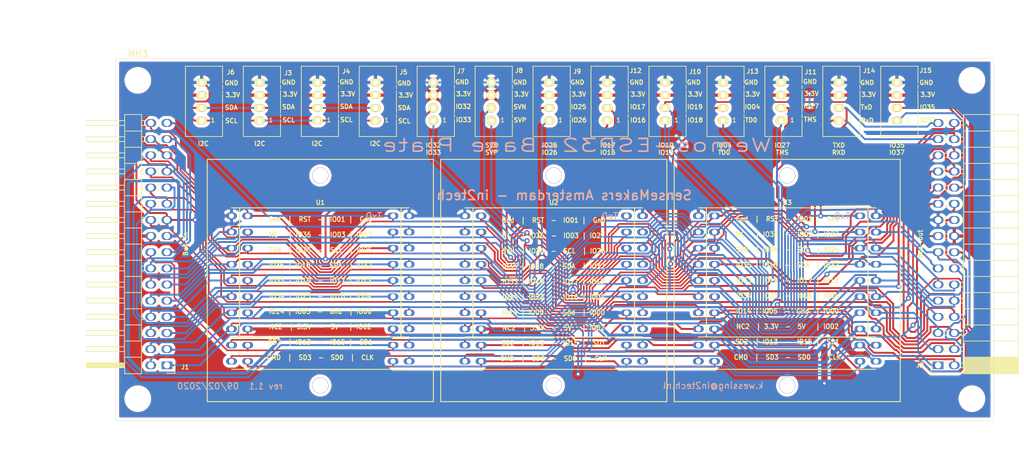
<source format=kicad_pcb>
(kicad_pcb (version 20171130) (host pcbnew "(5.1.5)-3")
  (title_block (title "Wemos-ESP32-Base Plate") (date 2020-02-09) (rev 1.1) (company "Sensemakers Amsterdam") (comment 1 "Revisions: Gijs Mos") (comment 2 "Author: Karijn Wessing"))
  (layers (0 F.Cu mixed) (31 B.Cu power) (34 B.Paste user) (35 F.Paste user) (36 B.SilkS user) (37 F.SilkS user hide) (38 B.Mask user) (39 F.Mask user) (44 Edge.Cuts user))
  (net 0 "")
  (net 1 /RST)
  (net 2 /SVP)
  (net 3 /SVN)
  (net 4 /TMS)
  (net 5 /SD2)
  (net 6 /TCK)
  (net 7 /CMD)
  (net 8 /SD3)
  (net 9 /CLK)
  (net 10 /TDI)
  (net 11 /RXD)
  (net 12 /TXD)
  (net 13 /IO00)
  (net 14 /IO32)
  (net 15 /IO27)
  (net 16 /IO04)
  (net 17 /IO25)
  (net 18 /IO02)
  (net 19 /IO35)
  (net 20 /IO33)
  (net 21 /NC2)
  (net 22 /IO34)
  (net 23 /NC1)
  (net 24 /IO05)
  (net 25 /IO23)
  (net 26 /IO16)
  (net 27 /IO19)
  (net 28 /IO17)
  (net 29 /IO18)
  (net 30 /IO26)
  (net 31 /SCL)
  (net 32 /SDA)
  (net 33 /SD0)
  (net 34 /SD1)
  (net 35 /GND)
  (net 36 /3.3V)
  (net 37 /5V)
  (net 38 /TD0)
  (module in2tech:QIP-40_1000_ELL (layer F.Cu) (at 173.75 106.045)
    (fp_text reference U3 (at 0 -12.26) (layer F.SilkS) (effects (font (size 0.7 0.7))))
    (fp_text value ESP32-MINI-32)
    (fp_text user TxD (at 8.64 -10.145) (layer B.SilkS) (effects (justify mirror)))
    (pad 20 thru_hole oval (at 11.43 -10.16 270) (size 1 1.7) (drill 0.8) (layers *.Cu *.Mask) (net 12 /TXD))
    (pad 1 thru_hole oval (at -11.43 -10.16 270) (size 1 1.7) (drill 0.8) (layers *.Cu *.Mask) (net 1 /RST))
    (pad 19 thru_hole oval (at 11.43 -7.62 270) (size 1 1.7) (drill 0.8) (layers *.Cu *.Mask) (net 11 /RXD))
    (pad 2 thru_hole oval (at -11.43 -7.62 270) (size 1 1.7) (drill 0.8) (layers *.Cu *.Mask) (net 2 /SVP))
    (pad 18 thru_hole oval (at 11.43 -5.08 270) (size 1 1.7) (drill 0.8) (layers *.Cu *.Mask) (net 31 /SCL))
    (pad 3 thru_hole oval (at -11.43 -5.08 270) (size 1 1.7) (drill 0.8) (layers *.Cu *.Mask) (net 30 /IO26))
    (pad 17 thru_hole oval (at 11.43 -2.54 270) (size 1 1.7) (drill 0.8) (layers *.Cu *.Mask) (net 32 /SDA))
    (pad 4 thru_hole oval (at -11.43 -2.54 270) (size 1 1.7) (drill 0.8) (layers *.Cu *.Mask) (net 29 /IO18))
    (pad 16 thru_hole oval (at 11.43 0 270) (size 1 1.7) (drill 0.8) (layers *.Cu *.Mask) (net 28 /IO17))
    (pad 5 thru_hole oval (at -11.43 0 270) (size 1 1.7) (drill 0.8) (layers *.Cu *.Mask) (net 27 /IO19))
    (pad 15 thru_hole oval (at 11.43 2.54 270) (size 1 1.7) (drill 0.8) (layers *.Cu *.Mask) (net 26 /IO16))
    (pad 6 thru_hole oval (at -11.43 2.54 270) (size 1 1.7) (drill 0.8) (layers *.Cu *.Mask) (net 25 /IO23))
    (pad 14 thru_hole oval (at 11.43 5.08 270) (size 1 1.7) (drill 0.8) (layers *.Cu *.Mask) (net 35 /GND))
    (pad 7 thru_hole oval (at -11.43 5.08 270) (size 1 1.7) (drill 0.8) (layers *.Cu *.Mask) (net 24 /IO05))
    (pad 13 thru_hole oval (at 11.43 7.62 270) (size 1 1.7) (drill 0.8) (layers *.Cu *.Mask) (net 37 /5V))
    (pad 8 thru_hole oval (at -11.43 7.62 270) (size 1 1.7) (drill 0.8) (layers *.Cu *.Mask) (net 36 /3.3V))
    (pad 12 thru_hole oval (at 11.43 10.16 270) (size 1 1.7) (drill 0.8) (layers *.Cu *.Mask) (net 38 /TD0))
    (pad 9 thru_hole oval (at -11.43 10.16 270) (size 1 1.7) (drill 0.8) (layers *.Cu *.Mask) (net 6 /TCK))
    (pad 11 thru_hole oval (at 11.43 12.7 270) (size 1 1.7) (drill 0.8) (layers *.Cu *.Mask) (net 33 /SD0))
    (pad 10 thru_hole oval (at -11.43 12.7 270) (size 1 1.7) (drill 0.8) (layers *.Cu *.Mask) (net 8 /SD3))
    (pad 22 thru_hole oval (at -13.97 -7.62 270) (size 1 1.7) (drill 0.8) (layers *.Cu *.Mask) (net 23 /NC1))
    (pad 23 thru_hole oval (at -13.97 -5.08 270) (size 1 1.7) (drill 0.8) (layers *.Cu *.Mask) (net 3 /SVN))
    (pad 26 thru_hole oval (at -13.97 2.54 270) (size 1 1.7) (drill 0.8) (layers *.Cu *.Mask) (net 22 /IO34))
    (pad 28 thru_hole oval (at -13.97 7.62 270) (size 1 1.7) (drill 0.8) (layers *.Cu *.Mask) (net 21 /NC2))
    (pad 21 thru_hole oval (at -13.97 -10.16 270) (size 1 1.7) (drill 0.8) (layers *.Cu *.Mask) (net 35 /GND))
    (pad 25 thru_hole oval (at -13.97 0 270) (size 1 1.7) (drill 0.8) (layers *.Cu *.Mask) (net 20 /IO33))
    (pad 30 thru_hole oval (at -13.97 12.7 270) (size 1 1.7) (drill 0.8) (layers *.Cu *.Mask) (net 7 /CMD))
    (pad 29 thru_hole oval (at -13.97 10.16 270) (size 1 1.7) (drill 0.8) (layers *.Cu *.Mask) (net 5 /SD2))
    (pad 27 thru_hole oval (at -13.97 5.08 270) (size 1 1.7) (drill 0.8) (layers *.Cu *.Mask) (net 4 /TMS))
    (pad 24 thru_hole oval (at -13.97 -2.54 270) (size 1 1.7) (drill 0.8) (layers *.Cu *.Mask) (net 19 /IO35))
    (pad 32 thru_hole oval (at 13.97 10.16 90) (size 1 1.7) (drill 0.8) (layers *.Cu *.Mask) (net 34 /SD1))
    (pad 33 thru_hole oval (at 13.97 7.62 90) (size 1 1.7) (drill 0.8) (layers *.Cu *.Mask) (net 18 /IO02))
    (pad 36 thru_hole oval (at 13.97 0 90) (size 1 1.7) (drill 0.8) (layers *.Cu *.Mask) (net 10 /TDI))
    (pad 38 thru_hole oval (at 13.97 -5.08 90) (size 1 1.7) (drill 0.8) (layers *.Cu *.Mask) (net 17 /IO25))
    (pad 31 thru_hole oval (at 13.97 12.7 90) (size 1 1.7) (drill 0.8) (layers *.Cu *.Mask) (net 9 /CLK))
    (pad 35 thru_hole oval (at 13.97 2.54 90) (size 1 1.7) (drill 0.8) (layers *.Cu *.Mask) (net 16 /IO04))
    (pad 40 thru_hole oval (at 13.97 -10.16 90) (size 1 1.7) (drill 0.8) (layers *.Cu *.Mask) (net 35 /GND))
    (pad 39 thru_hole oval (at 13.97 -7.62 90) (size 1 1.7) (drill 0.8) (layers *.Cu *.Mask) (net 15 /IO27))
    (pad 37 thru_hole oval (at 13.97 -2.54 90) (size 1 1.7) (drill 0.8) (layers *.Cu *.Mask) (net 14 /IO32))
    (pad 34 thru_hole oval (at 13.97 5.08 90) (size 1 1.7) (drill 0.8) (layers *.Cu *.Mask) (net 13 /IO00))
    (pad "" thru_hole oval (at 0 -16.51 270) (size 2.5 2.5) (drill 2.45) (layers *.Cu *.Mask))
    (pad "" thru_hole oval (at 0 16.51 270) (size 2.5 2.5) (drill 2.45) (layers *.Cu *.Mask))
  )
  (module in2tech:QIP-40_1000_ELL (layer F.Cu) (at 100.33 106.045)
    (fp_text reference U1 (at 0 -12.26) (layer F.SilkS) (effects (font (size 0.7 0.7))))
    (fp_text value ESP32-MINI-32)
    (fp_text user TxD (at 8.4 -10.145) (layer B.SilkS) (effects (justify mirror)))
    (pad 20 thru_hole oval (at 11.43 -10.16 270) (size 1 1.7) (drill 0.8) (layers *.Cu *.Mask) (net 12 /TXD))
    (pad 1 thru_hole oval (at -11.43 -10.16 270) (size 1 1.7) (drill 0.8) (layers *.Cu *.Mask) (net 1 /RST))
    (pad 19 thru_hole oval (at 11.43 -7.62 270) (size 1 1.7) (drill 0.8) (layers *.Cu *.Mask) (net 11 /RXD))
    (pad 2 thru_hole oval (at -11.43 -7.62 270) (size 1 1.7) (drill 0.8) (layers *.Cu *.Mask) (net 2 /SVP))
    (pad 18 thru_hole oval (at 11.43 -5.08 270) (size 1 1.7) (drill 0.8) (layers *.Cu *.Mask) (net 31 /SCL))
    (pad 3 thru_hole oval (at -11.43 -5.08 270) (size 1 1.7) (drill 0.8) (layers *.Cu *.Mask) (net 30 /IO26))
    (pad 17 thru_hole oval (at 11.43 -2.54 270) (size 1 1.7) (drill 0.8) (layers *.Cu *.Mask) (net 32 /SDA))
    (pad 4 thru_hole oval (at -11.43 -2.54 270) (size 1 1.7) (drill 0.8) (layers *.Cu *.Mask) (net 29 /IO18))
    (pad 16 thru_hole oval (at 11.43 0 270) (size 1 1.7) (drill 0.8) (layers *.Cu *.Mask) (net 28 /IO17))
    (pad 5 thru_hole oval (at -11.43 0 270) (size 1 1.7) (drill 0.8) (layers *.Cu *.Mask) (net 27 /IO19))
    (pad 15 thru_hole oval (at 11.43 2.54 270) (size 1 1.7) (drill 0.8) (layers *.Cu *.Mask) (net 26 /IO16))
    (pad 6 thru_hole oval (at -11.43 2.54 270) (size 1 1.7) (drill 0.8) (layers *.Cu *.Mask) (net 25 /IO23))
    (pad 14 thru_hole oval (at 11.43 5.08 270) (size 1 1.7) (drill 0.8) (layers *.Cu *.Mask) (net 35 /GND))
    (pad 7 thru_hole oval (at -11.43 5.08 270) (size 1 1.7) (drill 0.8) (layers *.Cu *.Mask) (net 24 /IO05))
    (pad 13 thru_hole oval (at 11.43 7.62 270) (size 1 1.7) (drill 0.8) (layers *.Cu *.Mask) (net 37 /5V))
    (pad 8 thru_hole oval (at -11.43 7.62 270) (size 1 1.7) (drill 0.8) (layers *.Cu *.Mask) (net 36 /3.3V))
    (pad 12 thru_hole oval (at 11.43 10.16 270) (size 1 1.7) (drill 0.8) (layers *.Cu *.Mask) (net 38 /TD0))
    (pad 9 thru_hole oval (at -11.43 10.16 270) (size 1 1.7) (drill 0.8) (layers *.Cu *.Mask) (net 6 /TCK))
    (pad 11 thru_hole oval (at 11.43 12.7 270) (size 1 1.7) (drill 0.8) (layers *.Cu *.Mask) (net 33 /SD0))
    (pad 10 thru_hole oval (at -11.43 12.7 270) (size 1 1.7) (drill 0.8) (layers *.Cu *.Mask) (net 8 /SD3))
    (pad 22 thru_hole oval (at -13.97 -7.62 270) (size 1 1.7) (drill 0.8) (layers *.Cu *.Mask) (net 23 /NC1))
    (pad 23 thru_hole oval (at -13.97 -5.08 270) (size 1 1.7) (drill 0.8) (layers *.Cu *.Mask) (net 3 /SVN))
    (pad 26 thru_hole oval (at -13.97 2.54 270) (size 1 1.7) (drill 0.8) (layers *.Cu *.Mask) (net 22 /IO34))
    (pad 28 thru_hole oval (at -13.97 7.62 270) (size 1 1.7) (drill 0.8) (layers *.Cu *.Mask) (net 21 /NC2))
    (pad 21 thru_hole oval (at -13.97 -10.16 270) (size 1 1.7) (drill 0.8) (layers *.Cu *.Mask) (net 35 /GND))
    (pad 25 thru_hole oval (at -13.97 0 270) (size 1 1.7) (drill 0.8) (layers *.Cu *.Mask) (net 20 /IO33))
    (pad 30 thru_hole oval (at -13.97 12.7 270) (size 1 1.7) (drill 0.8) (layers *.Cu *.Mask) (net 7 /CMD))
    (pad 29 thru_hole oval (at -13.97 10.16 270) (size 1 1.7) (drill 0.8) (layers *.Cu *.Mask) (net 5 /SD2))
    (pad 27 thru_hole oval (at -13.97 5.08 270) (size 1 1.7) (drill 0.8) (layers *.Cu *.Mask) (net 4 /TMS))
    (pad 24 thru_hole oval (at -13.97 -2.54 270) (size 1 1.7) (drill 0.8) (layers *.Cu *.Mask) (net 19 /IO35))
    (pad 32 thru_hole oval (at 13.97 10.16 90) (size 1 1.7) (drill 0.8) (layers *.Cu *.Mask) (net 34 /SD1))
    (pad 33 thru_hole oval (at 13.97 7.62 90) (size 1 1.7) (drill 0.8) (layers *.Cu *.Mask) (net 18 /IO02))
    (pad 36 thru_hole oval (at 13.97 0 90) (size 1 1.7) (drill 0.8) (layers *.Cu *.Mask) (net 10 /TDI))
    (pad 38 thru_hole oval (at 13.97 -5.08 90) (size 1 1.7) (drill 0.8) (layers *.Cu *.Mask) (net 17 /IO25))
    (pad 31 thru_hole oval (at 13.97 12.7 90) (size 1 1.7) (drill 0.8) (layers *.Cu *.Mask) (net 9 /CLK))
    (pad 35 thru_hole oval (at 13.97 2.54 90) (size 1 1.7) (drill 0.8) (layers *.Cu *.Mask) (net 16 /IO04))
    (pad 40 thru_hole oval (at 13.97 -10.16 90) (size 1 1.7) (drill 0.8) (layers *.Cu *.Mask) (net 35 /GND))
    (pad 39 thru_hole oval (at 13.97 -7.62 90) (size 1 1.7) (drill 0.8) (layers *.Cu *.Mask) (net 15 /IO27))
    (pad 37 thru_hole oval (at 13.97 -2.54 90) (size 1 1.7) (drill 0.8) (layers *.Cu *.Mask) (net 14 /IO32))
    (pad 34 thru_hole oval (at 13.97 5.08 90) (size 1 1.7) (drill 0.8) (layers *.Cu *.Mask) (net 13 /IO00))
    (pad "" thru_hole oval (at 0 -16.51 270) (size 2.5 2.5) (drill 2.45) (layers *.Cu *.Mask))
    (pad "" thru_hole oval (at 0 16.51 270) (size 2.5 2.5) (drill 2.45) (layers *.Cu *.Mask))
  )
  (module in2tech:PinSocket_2x16_P2.54mm_Horizontal_oval (layer F.Cu) (at 197.485 119.38 180)
    (fp_text reference J2 (at 2.825 0.02) (layer F.SilkS) (effects (font (size 0.7 0.7))))
    (fp_text value Conn_02x16_Odd_Even)
    (pad 32 thru_hole oval (at -2.54 38.1 180) (size 1.7 1.2) (drill 1) (layers *.Cu *.Mask) (net 1 /RST))
    (pad 31 thru_hole oval (at 0 38.1 180) (size 1.7 1.2) (drill 1) (layers *.Cu *.Mask) (net 12 /TXD))
    (pad 30 thru_hole oval (at -2.54 35.56 180) (size 1.7 1.2) (drill 1) (layers *.Cu *.Mask) (net 2 /SVP))
    (pad 29 thru_hole oval (at 0 35.56 180) (size 1.7 1.2) (drill 1) (layers *.Cu *.Mask) (net 11 /RXD))
    (pad 28 thru_hole oval (at -2.54 33.02 180) (size 1.7 1.2) (drill 1) (layers *.Cu *.Mask) (net 30 /IO26))
    (pad 27 thru_hole oval (at 0 33.02 180) (size 1.7 1.2) (drill 1) (layers *.Cu *.Mask) (net 31 /SCL))
    (pad 26 thru_hole oval (at -2.54 30.48 180) (size 1.7 1.2) (drill 1) (layers *.Cu *.Mask) (net 29 /IO18))
    (pad 25 thru_hole oval (at 0 30.48 180) (size 1.7 1.2) (drill 1) (layers *.Cu *.Mask) (net 32 /SDA))
    (pad 24 thru_hole oval (at -2.54 27.94 180) (size 1.7 1.2) (drill 1) (layers *.Cu *.Mask) (net 27 /IO19))
    (pad 23 thru_hole oval (at 0 27.94 180) (size 1.7 1.2) (drill 1) (layers *.Cu *.Mask) (net 28 /IO17))
    (pad 22 thru_hole oval (at -2.54 25.4 180) (size 1.7 1.2) (drill 1) (layers *.Cu *.Mask) (net 25 /IO23))
    (pad 21 thru_hole oval (at 0 25.4 180) (size 1.7 1.2) (drill 1) (layers *.Cu *.Mask) (net 26 /IO16))
    (pad 20 thru_hole oval (at -2.54 22.86 180) (size 1.7 1.2) (drill 1) (layers *.Cu *.Mask) (net 24 /IO05))
    (pad 19 thru_hole oval (at 0 22.86 180) (size 1.7 1.2) (drill 1) (layers *.Cu *.Mask) (net 35 /GND))
    (pad 18 thru_hole oval (at -2.54 20.32 180) (size 1.7 1.2) (drill 1) (layers *.Cu *.Mask) (net 36 /3.3V))
    (pad 17 thru_hole oval (at 0 20.32 180) (size 1.7 1.2) (drill 1) (layers *.Cu *.Mask) (net 37 /5V))
    (pad 16 thru_hole oval (at -2.54 17.78 180) (size 1.7 1.2) (drill 1) (layers *.Cu *.Mask) (net 6 /TCK))
    (pad 15 thru_hole oval (at 0 17.78 180) (size 1.7 1.2) (drill 1) (layers *.Cu *.Mask) (net 38 /TD0))
    (pad 14 thru_hole oval (at -2.54 15.24 180) (size 1.7 1.2) (drill 1) (layers *.Cu *.Mask) (net 23 /NC1))
    (pad 13 thru_hole oval (at 0 15.24 180) (size 1.7 1.2) (drill 1) (layers *.Cu *.Mask) (net 15 /IO27))
    (pad 12 thru_hole oval (at -2.54 12.7 180) (size 1.7 1.2) (drill 1) (layers *.Cu *.Mask) (net 3 /SVN))
    (pad 11 thru_hole oval (at 0 12.7 180) (size 1.7 1.2) (drill 1) (layers *.Cu *.Mask) (net 17 /IO25))
    (pad 10 thru_hole oval (at -2.54 10.16 180) (size 1.7 1.2) (drill 1) (layers *.Cu *.Mask) (net 19 /IO35))
    (pad 9 thru_hole oval (at 0 10.16 180) (size 1.7 1.2) (drill 1) (layers *.Cu *.Mask) (net 14 /IO32))
    (pad 8 thru_hole oval (at -2.54 7.62 180) (size 1.7 1.2) (drill 1) (layers *.Cu *.Mask) (net 20 /IO33))
    (pad 7 thru_hole oval (at 0 7.62 180) (size 1.7 1.2) (drill 1) (layers *.Cu *.Mask) (net 10 /TDI))
    (pad 6 thru_hole oval (at -2.54 5.08 180) (size 1.7 1.2) (drill 1) (layers *.Cu *.Mask) (net 22 /IO34))
    (pad 5 thru_hole oval (at 0 5.08 180) (size 1.7 1.2) (drill 1) (layers *.Cu *.Mask) (net 16 /IO04))
    (pad 4 thru_hole oval (at -2.54 2.54 180) (size 1.7 1.2) (drill 1) (layers *.Cu *.Mask) (net 4 /TMS))
    (pad 3 thru_hole oval (at 0 2.54 180) (size 1.7 1.2) (drill 1) (layers *.Cu *.Mask) (net 13 /IO00))
    (pad 2 thru_hole oval (at -2.54 0 180) (size 1.7 1.2) (drill 1) (layers *.Cu *.Mask) (net 21 /NC2))
    (pad 1 thru_hole rect (at 0 0 180) (size 1.7 1.2) (drill 1) (layers *.Cu *.Mask) (net 18 /IO02))
  )
  (module in2tech:PinHeader_2x16_P2.54mm_Horizontal_oval (layer F.Cu) (at 76.2 119.38 180)
    (fp_text reference J1 (at -2.86 -0.29) (layer F.SilkS) (effects (font (size 0.7 0.7))))
    (fp_text value Conn_02x16_Odd_Even)
    (pad 32 thru_hole oval (at 2.54 38.1 180) (size 1.7 1.2) (drill 1) (layers *.Cu *.Mask) (net 1 /RST))
    (pad 31 thru_hole oval (at 0 38.1 180) (size 1.7 1.2) (drill 1) (layers *.Cu *.Mask) (net 12 /TXD))
    (pad 30 thru_hole oval (at 2.54 35.56 180) (size 1.7 1.2) (drill 1) (layers *.Cu *.Mask) (net 2 /SVP))
    (pad 29 thru_hole oval (at 0 35.56 180) (size 1.7 1.2) (drill 1) (layers *.Cu *.Mask) (net 11 /RXD))
    (pad 28 thru_hole oval (at 2.54 33.02 180) (size 1.7 1.2) (drill 1) (layers *.Cu *.Mask) (net 30 /IO26))
    (pad 27 thru_hole oval (at 0 33.02 180) (size 1.7 1.2) (drill 1) (layers *.Cu *.Mask) (net 31 /SCL))
    (pad 26 thru_hole oval (at 2.54 30.48 180) (size 1.7 1.2) (drill 1) (layers *.Cu *.Mask) (net 29 /IO18))
    (pad 25 thru_hole oval (at 0 30.48 180) (size 1.7 1.2) (drill 1) (layers *.Cu *.Mask) (net 32 /SDA))
    (pad 24 thru_hole oval (at 2.54 27.94 180) (size 1.7 1.2) (drill 1) (layers *.Cu *.Mask) (net 27 /IO19))
    (pad 23 thru_hole oval (at 0 27.94 180) (size 1.7 1.2) (drill 1) (layers *.Cu *.Mask) (net 28 /IO17))
    (pad 22 thru_hole oval (at 2.54 25.4 180) (size 1.7 1.2) (drill 1) (layers *.Cu *.Mask) (net 25 /IO23))
    (pad 21 thru_hole oval (at 0 25.4 180) (size 1.7 1.2) (drill 1) (layers *.Cu *.Mask) (net 26 /IO16))
    (pad 20 thru_hole oval (at 2.54 22.86 180) (size 1.7 1.2) (drill 1) (layers *.Cu *.Mask) (net 24 /IO05))
    (pad 19 thru_hole oval (at 0 22.86 180) (size 1.7 1.2) (drill 1) (layers *.Cu *.Mask) (net 35 /GND))
    (pad 18 thru_hole oval (at 2.54 20.32 180) (size 1.7 1.2) (drill 1) (layers *.Cu *.Mask) (net 36 /3.3V))
    (pad 17 thru_hole oval (at 0 20.32 180) (size 1.7 1.2) (drill 1) (layers *.Cu *.Mask) (net 37 /5V))
    (pad 16 thru_hole oval (at 2.54 17.78 180) (size 1.7 1.2) (drill 1) (layers *.Cu *.Mask) (net 6 /TCK))
    (pad 15 thru_hole oval (at 0 17.78 180) (size 1.7 1.2) (drill 1) (layers *.Cu *.Mask) (net 38 /TD0))
    (pad 14 thru_hole oval (at 2.54 15.24 180) (size 1.7 1.2) (drill 1) (layers *.Cu *.Mask) (net 23 /NC1))
    (pad 13 thru_hole oval (at 0 15.24 180) (size 1.7 1.2) (drill 1) (layers *.Cu *.Mask) (net 15 /IO27))
    (pad 12 thru_hole oval (at 2.54 12.7 180) (size 1.7 1.2) (drill 1) (layers *.Cu *.Mask) (net 3 /SVN))
    (pad 11 thru_hole oval (at 0 12.7 180) (size 1.7 1.2) (drill 1) (layers *.Cu *.Mask) (net 17 /IO25))
    (pad 10 thru_hole oval (at 2.54 10.16 180) (size 1.7 1.2) (drill 1) (layers *.Cu *.Mask) (net 19 /IO35))
    (pad 9 thru_hole oval (at 0 10.16 180) (size 1.7 1.2) (drill 1) (layers *.Cu *.Mask) (net 14 /IO32))
    (pad 8 thru_hole oval (at 2.54 7.62 180) (size 1.7 1.2) (drill 1) (layers *.Cu *.Mask) (net 20 /IO33))
    (pad 7 thru_hole oval (at 0 7.62 180) (size 1.7 1.2) (drill 1) (layers *.Cu *.Mask) (net 10 /TDI))
    (pad 6 thru_hole oval (at 2.54 5.08 180) (size 1.7 1.2) (drill 1) (layers *.Cu *.Mask) (net 22 /IO34))
    (pad 5 thru_hole oval (at 0 5.08 180) (size 1.7 1.2) (drill 1) (layers *.Cu *.Mask) (net 16 /IO04))
    (pad 4 thru_hole oval (at 2.54 2.54 180) (size 1.7 1.2) (drill 1) (layers *.Cu *.Mask) (net 4 /TMS))
    (pad 3 thru_hole oval (at 0 2.54 180) (size 1.7 1.2) (drill 1) (layers *.Cu *.Mask) (net 13 /IO00))
    (pad 2 thru_hole oval (at 2.54 0 180) (size 1.7 1.2) (drill 1) (layers *.Cu *.Mask) (net 21 /NC2))
    (pad 1 thru_hole rect (at 0 0 180) (size 1.7 1.2) (drill 1) (layers *.Cu *.Mask) (net 18 /IO02))
  )
  (module in2tech:QIP-40_1000_ELL (layer F.Cu) (at 137.04 106.045)
    (fp_text reference U2 (at 0 -12.26) (layer F.SilkS) (effects (font (size 0.7 0.7))))
    (fp_text value ESP32-MINI-32)
    (fp_text user TxD (at 8.82 -10.145) (layer B.SilkS) (effects (justify mirror)))
    (pad 20 thru_hole oval (at 11.43 -10.16 270) (size 1 1.7) (drill 0.8) (layers *.Cu *.Mask) (net 12 /TXD))
    (pad 1 thru_hole oval (at -11.43 -10.16 270) (size 1 1.7) (drill 0.8) (layers *.Cu *.Mask) (net 1 /RST))
    (pad 19 thru_hole oval (at 11.43 -7.62 270) (size 1 1.7) (drill 0.8) (layers *.Cu *.Mask) (net 11 /RXD))
    (pad 2 thru_hole oval (at -11.43 -7.62 270) (size 1 1.7) (drill 0.8) (layers *.Cu *.Mask) (net 2 /SVP))
    (pad 18 thru_hole oval (at 11.43 -5.08 270) (size 1 1.7) (drill 0.8) (layers *.Cu *.Mask) (net 31 /SCL))
    (pad 3 thru_hole oval (at -11.43 -5.08 270) (size 1 1.7) (drill 0.8) (layers *.Cu *.Mask) (net 30 /IO26))
    (pad 17 thru_hole oval (at 11.43 -2.54 270) (size 1 1.7) (drill 0.8) (layers *.Cu *.Mask) (net 32 /SDA))
    (pad 4 thru_hole oval (at -11.43 -2.54 270) (size 1 1.7) (drill 0.8) (layers *.Cu *.Mask) (net 29 /IO18))
    (pad 16 thru_hole oval (at 11.43 0 270) (size 1 1.7) (drill 0.8) (layers *.Cu *.Mask) (net 28 /IO17))
    (pad 5 thru_hole oval (at -11.43 0 270) (size 1 1.7) (drill 0.8) (layers *.Cu *.Mask) (net 27 /IO19))
    (pad 15 thru_hole oval (at 11.43 2.54 270) (size 1 1.7) (drill 0.8) (layers *.Cu *.Mask) (net 26 /IO16))
    (pad 6 thru_hole oval (at -11.43 2.54 270) (size 1 1.7) (drill 0.8) (layers *.Cu *.Mask) (net 25 /IO23))
    (pad 14 thru_hole oval (at 11.43 5.08 270) (size 1 1.7) (drill 0.8) (layers *.Cu *.Mask) (net 35 /GND))
    (pad 7 thru_hole oval (at -11.43 5.08 270) (size 1 1.7) (drill 0.8) (layers *.Cu *.Mask) (net 24 /IO05))
    (pad 13 thru_hole oval (at 11.43 7.62 270) (size 1 1.7) (drill 0.8) (layers *.Cu *.Mask) (net 37 /5V))
    (pad 8 thru_hole oval (at -11.43 7.62 270) (size 1 1.7) (drill 0.8) (layers *.Cu *.Mask) (net 36 /3.3V))
    (pad 12 thru_hole oval (at 11.43 10.16 270) (size 1 1.7) (drill 0.8) (layers *.Cu *.Mask) (net 38 /TD0))
    (pad 9 thru_hole oval (at -11.43 10.16 270) (size 1 1.7) (drill 0.8) (layers *.Cu *.Mask) (net 6 /TCK))
    (pad 11 thru_hole oval (at 11.43 12.7 270) (size 1 1.7) (drill 0.8) (layers *.Cu *.Mask) (net 33 /SD0))
    (pad 10 thru_hole oval (at -11.43 12.7 270) (size 1 1.7) (drill 0.8) (layers *.Cu *.Mask) (net 8 /SD3))
    (pad 22 thru_hole oval (at -13.97 -7.62 270) (size 1 1.7) (drill 0.8) (layers *.Cu *.Mask) (net 23 /NC1))
    (pad 23 thru_hole oval (at -13.97 -5.08 270) (size 1 1.7) (drill 0.8) (layers *.Cu *.Mask) (net 3 /SVN))
    (pad 26 thru_hole oval (at -13.97 2.54 270) (size 1 1.7) (drill 0.8) (layers *.Cu *.Mask) (net 22 /IO34))
    (pad 28 thru_hole oval (at -13.97 7.62 270) (size 1 1.7) (drill 0.8) (layers *.Cu *.Mask) (net 21 /NC2))
    (pad 21 thru_hole oval (at -13.97 -10.16 270) (size 1 1.7) (drill 0.8) (layers *.Cu *.Mask) (net 35 /GND))
    (pad 25 thru_hole oval (at -13.97 0 270) (size 1 1.7) (drill 0.8) (layers *.Cu *.Mask) (net 20 /IO33))
    (pad 30 thru_hole oval (at -13.97 12.7 270) (size 1 1.7) (drill 0.8) (layers *.Cu *.Mask) (net 7 /CMD))
    (pad 29 thru_hole oval (at -13.97 10.16 270) (size 1 1.7) (drill 0.8) (layers *.Cu *.Mask) (net 5 /SD2))
    (pad 27 thru_hole oval (at -13.97 5.08 270) (size 1 1.7) (drill 0.8) (layers *.Cu *.Mask) (net 4 /TMS))
    (pad 24 thru_hole oval (at -13.97 -2.54 270) (size 1 1.7) (drill 0.8) (layers *.Cu *.Mask) (net 19 /IO35))
    (pad 32 thru_hole oval (at 13.97 10.16 90) (size 1 1.7) (drill 0.8) (layers *.Cu *.Mask) (net 34 /SD1))
    (pad 33 thru_hole oval (at 13.97 7.62 90) (size 1 1.7) (drill 0.8) (layers *.Cu *.Mask) (net 18 /IO02))
    (pad 36 thru_hole oval (at 13.97 0 90) (size 1 1.7) (drill 0.8) (layers *.Cu *.Mask) (net 10 /TDI))
    (pad 38 thru_hole oval (at 13.97 -5.08 90) (size 1 1.7) (drill 0.8) (layers *.Cu *.Mask) (net 17 /IO25))
    (pad 31 thru_hole oval (at 13.97 12.7 90) (size 1 1.7) (drill 0.8) (layers *.Cu *.Mask) (net 9 /CLK))
    (pad 35 thru_hole oval (at 13.97 2.54 90) (size 1 1.7) (drill 0.8) (layers *.Cu *.Mask) (net 16 /IO04))
    (pad 40 thru_hole oval (at 13.97 -10.16 90) (size 1 1.7) (drill 0.8) (layers *.Cu *.Mask) (net 35 /GND))
    (pad 39 thru_hole oval (at 13.97 -7.62 90) (size 1 1.7) (drill 0.8) (layers *.Cu *.Mask) (net 15 /IO27))
    (pad 37 thru_hole oval (at 13.97 -2.54 90) (size 1 1.7) (drill 0.8) (layers *.Cu *.Mask) (net 14 /IO32))
    (pad 34 thru_hole oval (at 13.97 5.08 90) (size 1 1.7) (drill 0.8) (layers *.Cu *.Mask) (net 13 /IO00))
    (pad "" thru_hole oval (at 0 -16.51 270) (size 2.5 2.5) (drill 2.45) (layers *.Cu *.Mask))
    (pad "" thru_hole oval (at 0 16.51 270) (size 2.5 2.5) (drill 2.45) (layers *.Cu *.Mask))
  )
  (module in2tech:Grove_1x04_oval (layer F.Cu) (at 191.008 80.899 180)
    (fp_text reference J15 (at -4.5212 7.8994 180) (layer F.SilkS) (effects (font (size 0.7 0.7))))
    (fp_text value Conn_01x04)
    (fp_text user 1 (at -1.775 0.075) (layer F.SilkS) (effects (font (size 0.7 0.7) (thickness 0.12))))
    (pad 1 thru_hole oval (at 0 0 180) (size 1.7 1.2) (drill 0.762) (layers *.Cu *.Mask F.SilkS) (net 22 /IO34))
    (pad 2 thru_hole oval (at 0 2 180) (size 1.7 1.2) (drill 0.762) (layers *.Cu *.Mask F.SilkS) (net 19 /IO35))
    (pad 3 thru_hole oval (at 0 4 180) (size 1.7 1.2) (drill 0.762) (layers *.Cu *.Mask F.SilkS) (net 36 /3.3V))
    (pad 4 thru_hole oval (at 0 6 180) (size 1.7 1.2) (drill 0.762) (layers *.Cu *.Mask F.SilkS) (net 35 /GND))
  )
  (module in2tech:Grove_1x04_oval (layer F.Cu) (at 181.896 80.899 180)
    (fp_text reference J14 (at -4.7432 7.8486 180) (layer F.SilkS) (effects (font (size 0.7 0.7))))
    (fp_text value Conn_01x04)
    (fp_text user 1 (at -1.775 0.075) (layer F.SilkS) (effects (font (size 0.7 0.7) (thickness 0.12))))
    (pad 1 thru_hole oval (at 0 0 180) (size 1.7 1.2) (drill 0.762) (layers *.Cu *.Mask F.SilkS) (net 11 /RXD))
    (pad 2 thru_hole oval (at 0 2 180) (size 1.7 1.2) (drill 0.762) (layers *.Cu *.Mask F.SilkS) (net 12 /TXD))
    (pad 3 thru_hole oval (at 0 4 180) (size 1.7 1.2) (drill 0.762) (layers *.Cu *.Mask F.SilkS) (net 36 /3.3V))
    (pad 4 thru_hole oval (at 0 6 180) (size 1.7 1.2) (drill 0.762) (layers *.Cu *.Mask F.SilkS) (net 35 /GND))
  )
  (module in2tech:Grove_1x04_oval (layer F.Cu) (at 163.671 80.899 180)
    (fp_text reference J13 (at -4.6294 7.747 180) (layer F.SilkS) (effects (font (size 0.7 0.7))))
    (fp_text value Conn_01x04)
    (fp_text user 1 (at -1.775 0.075) (layer F.SilkS) (effects (font (size 0.7 0.7) (thickness 0.12))))
    (pad 1 thru_hole oval (at 0 0 180) (size 1.7 1.2) (drill 0.762) (layers *.Cu *.Mask F.SilkS) (net 38 /TD0))
    (pad 2 thru_hole oval (at 0 2 180) (size 1.7 1.2) (drill 0.762) (layers *.Cu *.Mask F.SilkS) (net 16 /IO04))
    (pad 3 thru_hole oval (at 0 4 180) (size 1.7 1.2) (drill 0.762) (layers *.Cu *.Mask F.SilkS) (net 36 /3.3V))
    (pad 4 thru_hole oval (at 0 6 180) (size 1.7 1.2) (drill 0.762) (layers *.Cu *.Mask F.SilkS) (net 35 /GND))
  )
  (module in2tech:Grove_1x04_oval (layer F.Cu) (at 145.447 80.899 180)
    (fp_text reference J12 (at -4.4638 7.8486 180) (layer F.SilkS) (effects (font (size 0.7 0.7))))
    (fp_text value Conn_01x04)
    (fp_text user 1 (at -1.775 0.075) (layer F.SilkS) (effects (font (size 0.7 0.7) (thickness 0.12))))
    (pad 1 thru_hole oval (at 0 0 180) (size 1.7 1.2) (drill 0.762) (layers *.Cu *.Mask F.SilkS) (net 26 /IO16))
    (pad 2 thru_hole oval (at 0 2 180) (size 1.7 1.2) (drill 0.762) (layers *.Cu *.Mask F.SilkS) (net 28 /IO17))
    (pad 3 thru_hole oval (at 0 4 180) (size 1.7 1.2) (drill 0.762) (layers *.Cu *.Mask F.SilkS) (net 36 /3.3V))
    (pad 4 thru_hole oval (at 0 6 180) (size 1.7 1.2) (drill 0.762) (layers *.Cu *.Mask F.SilkS) (net 35 /GND))
  )
  (module in2tech:Grove_1x04_oval (layer F.Cu) (at 172.784 80.899 180)
    (fp_text reference J11 (at -4.6604 7.6454 180) (layer F.SilkS) (effects (font (size 0.7 0.7))))
    (fp_text value Conn_01x04)
    (fp_text user 1 (at -1.775 0.075) (layer F.SilkS) (effects (font (size 0.7 0.7) (thickness 0.12))))
    (pad 1 thru_hole oval (at 0 0 180) (size 1.7 1.2) (drill 0.762) (layers *.Cu *.Mask F.SilkS) (net 4 /TMS))
    (pad 2 thru_hole oval (at 0 2 180) (size 1.7 1.2) (drill 0.762) (layers *.Cu *.Mask F.SilkS) (net 15 /IO27))
    (pad 3 thru_hole oval (at 0 4 180) (size 1.7 1.2) (drill 0.762) (layers *.Cu *.Mask F.SilkS) (net 36 /3.3V))
    (pad 4 thru_hole oval (at 0 6 180) (size 1.7 1.2) (drill 0.762) (layers *.Cu *.Mask F.SilkS) (net 35 /GND))
  )
  (module in2tech:Grove_1x04_oval (layer F.Cu) (at 154.559 80.899 180)
    (fp_text reference J10 (at -4.699 7.6962 180) (layer F.SilkS) (effects (font (size 0.7 0.7))))
    (fp_text value Conn_01x04)
    (fp_text user 1 (at -1.775 0.075) (layer F.SilkS) (effects (font (size 0.7 0.7) (thickness 0.12))))
    (pad 1 thru_hole oval (at 0 0 180) (size 1.7 1.2) (drill 0.762) (layers *.Cu *.Mask F.SilkS) (net 29 /IO18))
    (pad 2 thru_hole oval (at 0 2 180) (size 1.7 1.2) (drill 0.762) (layers *.Cu *.Mask F.SilkS) (net 27 /IO19))
    (pad 3 thru_hole oval (at 0 4 180) (size 1.7 1.2) (drill 0.762) (layers *.Cu *.Mask F.SilkS) (net 36 /3.3V))
    (pad 4 thru_hole oval (at 0 6 180) (size 1.7 1.2) (drill 0.762) (layers *.Cu *.Mask F.SilkS) (net 35 /GND))
  )
  (module in2tech:Grove_1x04_oval (layer F.Cu) (at 136.334 80.899 180)
    (fp_text reference J9 (at -4.382 7.747 180) (layer F.SilkS) (effects (font (size 0.7 0.7))))
    (fp_text value Conn_01x04)
    (fp_text user 1 (at -1.775 0.075) (layer F.SilkS) (effects (font (size 0.7 0.7) (thickness 0.12))))
    (pad 1 thru_hole oval (at 0 0 180) (size 1.7 1.2) (drill 0.762) (layers *.Cu *.Mask F.SilkS) (net 30 /IO26))
    (pad 2 thru_hole oval (at 0 2 180) (size 1.7 1.2) (drill 0.762) (layers *.Cu *.Mask F.SilkS) (net 17 /IO25))
    (pad 3 thru_hole oval (at 0 4 180) (size 1.7 1.2) (drill 0.762) (layers *.Cu *.Mask F.SilkS) (net 36 /3.3V))
    (pad 4 thru_hole oval (at 0 6 180) (size 1.7 1.2) (drill 0.762) (layers *.Cu *.Mask F.SilkS) (net 35 /GND))
  )
  (module in2tech:Grove_1x04_oval (layer F.Cu) (at 81.661 80.899 180)
    (fp_text reference J6 (at -4.572 7.62 180) (layer F.SilkS) (effects (font (size 0.7 0.7))))
    (fp_text value Conn_01x04)
    (fp_text user 1 (at -1.775 0.075) (layer F.SilkS) (effects (font (size 0.7 0.7) (thickness 0.12))))
    (pad 1 thru_hole oval (at 0 0 180) (size 1.7 1.2) (drill 0.762) (layers *.Cu *.Mask F.SilkS) (net 31 /SCL))
    (pad 2 thru_hole oval (at 0 2 180) (size 1.7 1.2) (drill 0.762) (layers *.Cu *.Mask F.SilkS) (net 32 /SDA))
    (pad 3 thru_hole oval (at 0 4 180) (size 1.7 1.2) (drill 0.762) (layers *.Cu *.Mask F.SilkS) (net 36 /3.3V))
    (pad 4 thru_hole oval (at 0 6 180) (size 1.7 1.2) (drill 0.762) (layers *.Cu *.Mask F.SilkS) (net 35 /GND))
  )
  (module in2tech:Grove_1x04_oval (layer F.Cu) (at 108.998 80.899 180)
    (fp_text reference J5 (at -4.413 7.62 180) (layer F.SilkS) (effects (font (size 0.7 0.7))))
    (fp_text value Conn_01x04)
    (fp_text user 1 (at -1.775 0.075) (layer F.SilkS) (effects (font (size 0.7 0.7) (thickness 0.12))))
    (pad 1 thru_hole oval (at 0 0 180) (size 1.7 1.2) (drill 0.762) (layers *.Cu *.Mask F.SilkS) (net 31 /SCL))
    (pad 2 thru_hole oval (at 0 2 180) (size 1.7 1.2) (drill 0.762) (layers *.Cu *.Mask F.SilkS) (net 32 /SDA))
    (pad 3 thru_hole oval (at 0 4 180) (size 1.7 1.2) (drill 0.762) (layers *.Cu *.Mask F.SilkS) (net 36 /3.3V))
    (pad 4 thru_hole oval (at 0 6 180) (size 1.7 1.2) (drill 0.762) (layers *.Cu *.Mask F.SilkS) (net 35 /GND))
  )
  (module in2tech:Grove_1x04_oval (layer F.Cu) (at 99.8855 80.899 180)
    (fp_text reference J4 (at -4.5085 7.747 180) (layer F.SilkS) (effects (font (size 0.7 0.7))))
    (fp_text value Conn_01x04)
    (fp_text user 1 (at -1.775 0.075) (layer F.SilkS) (effects (font (size 0.7 0.7) (thickness 0.12))))
    (pad 1 thru_hole oval (at 0 0 180) (size 1.7 1.2) (drill 0.762) (layers *.Cu *.Mask F.SilkS) (net 31 /SCL))
    (pad 2 thru_hole oval (at 0 2 180) (size 1.7 1.2) (drill 0.762) (layers *.Cu *.Mask F.SilkS) (net 32 /SDA))
    (pad 3 thru_hole oval (at 0 4 180) (size 1.7 1.2) (drill 0.762) (layers *.Cu *.Mask F.SilkS) (net 36 /3.3V))
    (pad 4 thru_hole oval (at 0 6 180) (size 1.7 1.2) (drill 0.762) (layers *.Cu *.Mask F.SilkS) (net 35 /GND))
  )
  (module in2tech:Grove_1x04_oval (layer F.Cu) (at 90.7732 80.899 180)
    (fp_text reference J3 (at -4.4768 7.493 180) (layer F.SilkS) (effects (font (size 0.7 0.7))))
    (fp_text value Conn_01x04)
    (fp_text user 1 (at -1.775 0.075) (layer F.SilkS) (effects (font (size 0.7 0.7) (thickness 0.12))))
    (pad 1 thru_hole oval (at 0 0 180) (size 1.7 1.2) (drill 0.762) (layers *.Cu *.Mask F.SilkS) (net 31 /SCL))
    (pad 2 thru_hole oval (at 0 2 180) (size 1.7 1.2) (drill 0.762) (layers *.Cu *.Mask F.SilkS) (net 32 /SDA))
    (pad 3 thru_hole oval (at 0 4 180) (size 1.7 1.2) (drill 0.762) (layers *.Cu *.Mask F.SilkS) (net 36 /3.3V))
    (pad 4 thru_hole oval (at 0 6 180) (size 1.7 1.2) (drill 0.762) (layers *.Cu *.Mask F.SilkS) (net 35 /GND))
  )
  (module Connectors:Grove_1x04 (layer F.Cu) (at 127.222 80.899 180)
    (fp_text reference J8 (at -4.35 7.874) (layer F.SilkS) (effects (font (size 0.7 0.7))))
    (fp_text value Conn_01x04)
    (fp_text user 1 (at -1.775 0.075) (layer F.SilkS) (effects (font (size 0.7 0.7) (thickness 0.12))))
    (pad 1 thru_hole circle (at 0 0 180) (size 1.524 1.524) (drill 0.762) (layers *.Cu *.Mask F.SilkS) (net 2 /SVP))
    (pad 2 thru_hole circle (at 0 2 180) (size 1.524 1.524) (drill 0.762) (layers *.Cu *.Mask F.SilkS) (net 3 /SVN))
    (pad 3 thru_hole circle (at 0 4 180) (size 1.524 1.524) (drill 0.762) (layers *.Cu *.Mask F.SilkS) (net 36 /3.3V))
    (pad 4 thru_hole circle (at 0 6 180) (size 1.524 1.524) (drill 0.762) (layers *.Cu *.Mask F.SilkS) (net 35 /GND))
  )
  (module Connectors:Grove_1x04 (layer F.Cu) (at 118.11 80.899 180)
    (fp_text reference J7 (at -4.318 7.747) (layer F.SilkS) (effects (font (size 0.7 0.7))))
    (fp_text value Conn_01x04)
    (fp_text user 1 (at -1.775 0.075) (layer F.SilkS) (effects (font (size 0.7 0.7) (thickness 0.12))))
    (pad 1 thru_hole circle (at 0 0 180) (size 1.524 1.524) (drill 0.762) (layers *.Cu *.Mask F.SilkS) (net 20 /IO33))
    (pad 2 thru_hole circle (at 0 2 180) (size 1.524 1.524) (drill 0.762) (layers *.Cu *.Mask F.SilkS) (net 14 /IO32))
    (pad 3 thru_hole circle (at 0 4 180) (size 1.524 1.524) (drill 0.762) (layers *.Cu *.Mask F.SilkS) (net 36 /3.3V))
    (pad 4 thru_hole circle (at 0 6 180) (size 1.524 1.524) (drill 0.762) (layers *.Cu *.Mask F.SilkS) (net 35 /GND))
  )
  (module MountingHole:MountingHole_3.2mm_M3 (layer F.Cu) (at 202.8 74.57)
    (fp_text reference MH1 hide)
    (fp_text value MountingHole)
    (pad 1 np_thru_hole circle (at 0 0) (size 3.2 3.2) (drill 3.2) (layers *.Cu *.Mask))
  )
  (module MountingHole:MountingHole_3.2mm_M3 (layer F.Cu) (at 202.8 124.63)
    (fp_text reference MH2 hide)
    (fp_text value MountingHole)
    (pad 1 np_thru_hole circle (at 0 0) (size 3.2 3.2) (drill 3.2) (layers *.Cu *.Mask))
  )
  (module MountingHole:MountingHole_3.2mm_M3 (layer F.Cu) (at 71.63 74.57)
    (fp_text reference MH3 (at 0 -4.2) (layer F.SilkS))
    (fp_text value MountingHole)
    (pad 1 np_thru_hole circle (at 0 0) (size 3.2 3.2) (drill 3.2) (layers *.Cu *.Mask))
  )
  (module MountingHole:MountingHole_3.2mm_M3 (layer F.Cu) (at 71.63 124.63)
    (fp_text reference MH4 hide)
    (fp_text value MountingHole)
    (pad 1 np_thru_hole circle (at 0 0) (size 3.2 3.2) (drill 3.2) (layers *.Cu *.Mask))
  )
  (gr_text Bus-out (at 194.66 100.29 90) (layer F.SilkS) (effects (font (size 0.75 0.7))))
  (gr_text Bus-in (at 79.13 100.28 90) (layer F.SilkS) (effects (font (size 0.75 0.7))))
  (gr_text "rev 1.1  09/02/2020" (at 86.12 122.66) (layer B.SilkS) (effects (font (size 1 1)) (justify mirror)))
  (gr_text "SenseMakers Amsterdam - in2tech" (at 138.67 92.64) (layer B.SilkS) (effects (font (size 1.5 1.5) (thickness 0.25)) (justify mirror)))
  (gr_text k.wessing@in2tech.nl (at 162.1028 122.5804) (layer B.SilkS) (effects (font (size 1 1)) (justify mirror)))
  (gr_text "Wemos-ESP32-Base Plate\n\n" (at 140.66 86.4) (layer B.SilkS) (effects (font (size 2 3) (thickness 0.25)) (justify mirror)))
  (gr_text "Gnd  |  RST  -  IO01 |  Gnd\n\nNC   | IO36  -  IO03 | IO27\n\nSVN  | IO26  -  SCL  | IO25\n\nIO35 | IO18  -  SDA  | IO32\n\nIO33 | IO19  -  IO17 | IO12\n\nIO34 | IO23  -  IO16 | IO04\n\nIO14 | IO05  -  Gnd  | IO00\n\nNC2  | 3.3V  -  5V   | IO02\n\nSD2  | IO13  -  IO15 |  SD1\n\nCMD  |  SD3  -  SD0  |  CLK" (at 173.7868 107.2388) (layer F.SilkS) (effects (font (size 0.75 0.7))))
  (gr_text "Gnd  |  RST  -  IO01 |  Gnd\n\nNC   | IO36  -  IO03 | IO27\n\nSVN  | IO26  -  SCL  | IO25\n\nIO35 | IO18  -  SDA  | IO32\n\nIO33 | IO19  -  IO17 | IO12\n\nIO34 | IO23  -  IO16 | IO04\n\nIO14 | IO05  -  Gnd  | IO00\n\nNC2  | 3.3V  -  5V   | IO02\n\nSD2  | IO13  -  IO15 |  SD1\n\nCMD  |  SD3  -  SD0  |  CLK" (at 137.0076 107.442) (layer F.SilkS) (effects (font (size 0.75 0.7))))
  (gr_text "Gnd  |  RST  -  IO01 |  Gnd\n\nNC   | IO36  -  IO03 | IO27\n\nSVN  | IO26  -  SCL  | IO25\n\nIO35 | IO18  -  SDA  | IO32\n\nIO33 | IO19  -  IO17 | IO12\n\nIO34 | IO23  -  IO16 | IO04\n\nIO14 | IO05  -  Gnd  | IO00\n\nNC2  | 3.3V  -  5V   | IO02\n\nSD2  | IO13  -  IO15 |  SD1\n\nCMD  |  SD3  -  SD0  |  CLK" (at 100.33 107.2896) (layer F.SilkS) (effects (font (size 0.75 0.7))))
  (gr_text SVP (at 130.6576 80.8228) (layer F.SilkS) (effects (font (size 0.7 0.7)) (justify left)))
  (gr_text GND (at 130.556 74.8792) (layer F.SilkS) (effects (font (size 0.7 0.7)) (justify left)))
  (gr_text SVN (at 130.6068 78.74) (layer F.SilkS) (effects (font (size 0.7 0.7)) (justify left)))
  (gr_text 3.3V (at 130.7084 76.7588) (layer F.SilkS) (effects (font (size 0.7 0.7)) (justify left)))
  (gr_text IO33 (at 121.5644 80.772) (layer F.SilkS) (effects (font (size 0.7 0.7)) (justify left)))
  (gr_text GND (at 121.4628 74.8284) (layer F.SilkS) (effects (font (size 0.7 0.7)) (justify left)))
  (gr_text IO32 (at 121.5136 78.6892) (layer F.SilkS) (effects (font (size 0.7 0.7)) (justify left)))
  (gr_text 3.3V (at 121.6152 76.708) (layer F.SilkS) (effects (font (size 0.7 0.7)) (justify left)))
  (gr_text IO37 (at 194.564 80.8736) (layer F.SilkS) (effects (font (size 0.7 0.7)) (justify left)))
  (gr_text GND (at 194.4624 74.93) (layer F.SilkS) (effects (font (size 0.7 0.7)) (justify left)))
  (gr_text IO35 (at 194.5132 78.7908) (layer F.SilkS) (effects (font (size 0.7 0.7)) (justify left)))
  (gr_text 3.3V (at 194.6148 76.8096) (layer F.SilkS) (effects (font (size 0.7 0.7)) (justify left)))
  (gr_text RxD (at 185.2676 80.8736) (layer F.SilkS) (effects (font (size 0.7 0.7)) (justify left)))
  (gr_text GND (at 185.166 74.93) (layer F.SilkS) (effects (font (size 0.7 0.7)) (justify left)))
  (gr_text TxD (at 185.2168 78.7908) (layer F.SilkS) (effects (font (size 0.7 0.7)) (justify left)))
  (gr_text 3.3V (at 185.3184 76.8096) (layer F.SilkS) (effects (font (size 0.7 0.7)) (justify left)))
  (gr_text TMS (at 176.276 80.7212) (layer F.SilkS) (effects (font (size 0.7 0.7)) (justify left)))
  (gr_text GND (at 176.1744 74.7776) (layer F.SilkS) (effects (font (size 0.7 0.7)) (justify left)))
  (gr_text IO27 (at 176.2252 78.6384) (layer F.SilkS) (effects (font (size 0.7 0.7)) (justify left)))
  (gr_text 3.3V (at 176.3268 76.6572) (layer F.SilkS) (effects (font (size 0.7 0.7)) (justify left)))
  (gr_text TD0 (at 167.0304 80.8228) (layer F.SilkS) (effects (font (size 0.7 0.7)) (justify left)))
  (gr_text GND (at 166.9288 74.8792) (layer F.SilkS) (effects (font (size 0.7 0.7)) (justify left)))
  (gr_text IO04 (at 166.9796 78.74) (layer F.SilkS) (effects (font (size 0.7 0.7)) (justify left)))
  (gr_text 3.3V (at 167.0812 76.7588) (layer F.SilkS) (effects (font (size 0.7 0.7)) (justify left)))
  (gr_text IO18 (at 157.988 80.8228) (layer F.SilkS) (effects (font (size 0.7 0.7)) (justify left)))
  (gr_text GND (at 157.8864 74.8792) (layer F.SilkS) (effects (font (size 0.7 0.7)) (justify left)))
  (gr_text IO19 (at 157.9372 78.74) (layer F.SilkS) (effects (font (size 0.7 0.7)) (justify left)))
  (gr_text 3.3V (at 158.0388 76.7588) (layer F.SilkS) (effects (font (size 0.7 0.7)) (justify left)))
  (gr_text IO16 (at 148.9964 80.8228) (layer F.SilkS) (effects (font (size 0.7 0.7)) (justify left)))
  (gr_text GND (at 148.8948 74.8792) (layer F.SilkS) (effects (font (size 0.7 0.7)) (justify left)))
  (gr_text IO17 (at 148.9456 78.74) (layer F.SilkS) (effects (font (size 0.7 0.7)) (justify left)))
  (gr_text 3.3V (at 149.0472 76.7588) (layer F.SilkS) (effects (font (size 0.7 0.7)) (justify left)))
  (gr_text IO26 (at 139.7 80.8228) (layer F.SilkS) (effects (font (size 0.7 0.7)) (justify left)))
  (gr_text GND (at 139.5984 74.8792) (layer F.SilkS) (effects (font (size 0.7 0.7)) (justify left)))
  (gr_text IO25 (at 139.6492 78.74) (layer F.SilkS) (effects (font (size 0.7 0.7)) (justify left)))
  (gr_text 3.3V (at 139.7508 76.7588) (layer F.SilkS) (effects (font (size 0.7 0.7)) (justify left)))
  (gr_text SCL (at 112.4712 80.9752) (layer F.SilkS) (effects (font (size 0.7 0.7)) (justify left)))
  (gr_text GND (at 112.3696 75.0316) (layer F.SilkS) (effects (font (size 0.7 0.7)) (justify left)))
  (gr_text SDA (at 112.4204 78.8924) (layer F.SilkS) (effects (font (size 0.7 0.7)) (justify left)))
  (gr_text 3.3V (at 112.522 76.9112) (layer F.SilkS) (effects (font (size 0.7 0.7)) (justify left)))
  (gr_text SCL (at 103.378 80.772) (layer F.SilkS) (effects (font (size 0.7 0.7)) (justify left)))
  (gr_text GND (at 103.2764 74.8284) (layer F.SilkS) (effects (font (size 0.7 0.7)) (justify left)))
  (gr_text SDA (at 103.3272 78.6892) (layer F.SilkS) (effects (font (size 0.7 0.7)) (justify left)))
  (gr_text 3.3V (at 103.4288 76.708) (layer F.SilkS) (effects (font (size 0.7 0.7)) (justify left)))
  (gr_text SCL (at 94.2848 80.8228) (layer F.SilkS) (effects (font (size 0.7 0.7)) (justify left)))
  (gr_text GND (at 94.1832 74.8792) (layer F.SilkS) (effects (font (size 0.7 0.7)) (justify left)))
  (gr_text SDA (at 94.234 78.74) (layer F.SilkS) (effects (font (size 0.7 0.7)) (justify left)))
  (gr_text 3.3V (at 94.3356 76.7588) (layer F.SilkS) (effects (font (size 0.7 0.7)) (justify left)))
  (gr_text SCL (at 85.2932 80.9244) (layer F.SilkS) (effects (font (size 0.7 0.7)) (justify left)))
  (gr_text SDA (at 85.2424 78.8416) (layer F.SilkS) (effects (font (size 0.7 0.7)) (justify left)))
  (gr_text GND (at 85.1916 74.9808) (layer F.SilkS) (effects (font (size 0.7 0.7)) (justify left)))
  (gr_text 3.3V (at 85.344 76.8604) (layer F.SilkS) (effects (font (size 0.7 0.7)) (justify left)))
  (gr_text "IO35\nIO37" (at 191.008 85.344) (layer F.SilkS) (effects (font (size 0.7 0.7))))
  (gr_text "TXD\nRXD" (at 181.864 85.344) (layer F.SilkS) (effects (font (size 0.7 0.7))))
  (gr_text "IO27\nTMS" (at 172.974 85.344) (layer F.SilkS) (effects (font (size 0.7 0.7))))
  (gr_text "IO04\nTD0" (at 163.83 85.344) (layer F.SilkS) (effects (font (size 0.7 0.7))))
  (gr_text "IO19\nIO18" (at 154.686 85.344) (layer F.SilkS) (effects (font (size 0.7 0.7))))
  (gr_text "IO17\nIO16" (at 145.542 85.344) (layer F.SilkS) (effects (font (size 0.7 0.7))))
  (gr_text "IO25\nIO26" (at 136.398 85.344) (layer F.SilkS) (effects (font (size 0.7 0.7))))
  (gr_text "SVN\nSVP" (at 127.254 85.344) (layer F.SilkS) (effects (font (size 0.7 0.7))))
  (gr_text "IO32\nIO33" (at 118.11 85.344) (layer F.SilkS) (effects (font (size 0.7 0.7))))
  (gr_text I2C (at 108.966 84.519) (layer F.SilkS) (effects (font (size 0.7 0.7))))
  (gr_text I2C (at 99.822 84.519) (layer F.SilkS) (effects (font (size 0.7 0.7))))
  (gr_text I2C (at 90.805 84.519) (layer F.SilkS) (effects (font (size 0.7 0.7))))
  (gr_text I2C (at 81.915 84.519) (layer F.SilkS) (effects (font (size 0.7 0.7))))
  (gr_line (start 68.18 71.12) (end 206.248 71.12) (layer Edge.Cuts) (width 0.05))
  (gr_line (start 68.18 128.1) (end 68.18 71.12) (layer Edge.Cuts) (width 0.05))
  (gr_line (start 206.248 128.1) (end 68.18 128.1) (layer Edge.Cuts) (width 0.05))
  (gr_line (start 206.248 71.12) (end 206.248 128.1) (layer Edge.Cuts) (width 0.05))
  (segment (start 100.786988 103.379992) (end 101.482992 103.379992) (width 0.25) (layer F.Cu) (net 1))
  (segment (start 125.48499 96.76001) (end 125.61 96.635) (width 0.3) (layer F.Cu) (net 1))
  (segment (start 107.739756 96.76001) (end 125.48499 96.76001) (width 0.25) (layer F.Cu) (net 1))
  (segment (start 101.859992 102.639774) (end 107.739756 96.76001) (width 0.25) (layer F.Cu) (net 1))
  (segment (start 101.859992 103.002992) (end 101.859992 102.639774) (width 0.25) (layer F.Cu) (net 1))
  (segment (start 101.482992 103.379992) (end 101.859992 103.002992) (width 0.25) (layer F.Cu) (net 1))
  (segment (start 100.409988 103.002992) (end 100.786988 103.379992) (width 0.25) (layer F.Cu) (net 1))
  (segment (start 100.409988 102.601754) (end 100.409988 103.002992) (width 0.25) (layer F.Cu) (net 1))
  (segment (start 93.693234 95.885) (end 100.409988 102.601754) (width 0.25) (layer F.Cu) (net 1))
  (segment (start 88.9 95.885) (end 93.693234 95.885) (width 0.3) (layer F.Cu) (net 1))
  (segment (start 125.61 95.885) (end 125.61 96.635) (width 0.3) (layer F.Cu) (net 1))
  (segment (start 200.025 81.28) (end 199.775 81.28) (width 0.3) (layer F.Cu) (net 1))
  (segment (start 130.407211 101.494706) (end 130.407211 99.009955) (width 0.25) (layer F.Cu) (net 1))
  (segment (start 130.596253 103.133751) (end 130.973253 102.756751) (width 0.25) (layer F.Cu) (net 1))
  (segment (start 129.152389 99.797355) (end 129.152389 102.213101) (width 0.25) (layer F.Cu) (net 1))
  (segment (start 129.541933 102.602645) (end 129.541933 102.667428) (width 0.25) (layer F.Cu) (net 1))
  (segment (start 129.541933 102.667428) (end 129.580033 102.705528) (width 0.25) (layer F.Cu) (net 1))
  (segment (start 129.580033 102.705528) (end 129.580033 102.813535) (width 0.25) (layer F.Cu) (net 1))
  (segment (start 125.61 96.635) (end 125.990034 96.635) (width 0.3) (layer F.Cu) (net 1))
  (segment (start 129.580033 102.813535) (end 129.900249 103.133751) (width 0.25) (layer F.Cu) (net 1))
  (segment (start 130.973253 102.756751) (end 130.973253 102.060748) (width 0.25) (layer F.Cu) (net 1))
  (segment (start 129.152389 102.213101) (end 129.541933 102.602645) (width 0.25) (layer F.Cu) (net 1))
  (segment (start 125.990034 96.635) (end 129.152389 99.797355) (width 0.25) (layer F.Cu) (net 1))
  (segment (start 129.900249 103.133751) (end 130.596253 103.133751) (width 0.25) (layer F.Cu) (net 1))
  (segment (start 130.973253 102.060748) (end 130.407211 101.494706) (width 0.25) (layer F.Cu) (net 1))
  (segment (start 134.025511 97.276869) (end 139.184989 102.436347) (width 0.3) (layer F.Cu) (net 1))
  (segment (start 139.184989 102.436347) (end 139.184989 102.534993) (width 0.3) (layer F.Cu) (net 1))
  (segment (start 130.407211 99.009955) (end 130.407211 98.968313) (width 0.3) (layer F.Cu) (net 1))
  (segment (start 132.098655 97.276869) (end 134.025511 97.276869) (width 0.3) (layer F.Cu) (net 1))
  (segment (start 130.407211 98.968313) (end 132.098655 97.276869) (width 0.3) (layer F.Cu) (net 1))
  (segment (start 139.184989 102.534993) (end 139.214682 102.564686) (width 0.3) (layer F.Cu) (net 1))
  (segment (start 161.44499 96.76001) (end 162.32 95.885) (width 0.3) (layer F.Cu) (net 1))
  (segment (start 139.214682 102.564686) (end 139.214682 108.057674) (width 0.25) (layer F.Cu) (net 1))
  (segment (start 139.214682 108.057674) (end 139.365203 108.208195) (width 0.25) (layer F.Cu) (net 1))
  (segment (start 139.365203 108.208195) (end 140.422251 108.208195) (width 0.25) (layer F.Cu) (net 1))
  (segment (start 140.422251 108.208195) (end 140.868002 107.762444) (width 0.25) (layer F.Cu) (net 1))
  (segment (start 151.955813 97.149979) (end 154.544968 99.739134) (width 0.25) (layer F.Cu) (net 1))
  (segment (start 140.868002 107.762444) (end 140.868002 106.283444) (width 0.25) (layer F.Cu) (net 1))
  (segment (start 156.298501 102.587767) (end 156.519112 102.367156) (width 0.25) (layer F.Cu) (net 1))
  (segment (start 147.278587 97.149979) (end 151.955813 97.149979) (width 0.25) (layer F.Cu) (net 1))
  (segment (start 159.893494 96.76001) (end 161.44499 96.76001) (width 0.25) (layer F.Cu) (net 1))
  (segment (start 156.519112 100.134392) (end 159.893494 96.76001) (width 0.25) (layer F.Cu) (net 1))
  (segment (start 156.519112 102.367156) (end 156.519112 100.134392) (width 0.25) (layer F.Cu) (net 1))
  (segment (start 156.298501 103.784001) (end 156.298501 102.587767) (width 0.25) (layer F.Cu) (net 1))
  (segment (start 155.921501 104.161001) (end 156.298501 103.784001) (width 0.25) (layer F.Cu) (net 1))
  (segment (start 155.100139 104.161001) (end 155.921501 104.161001) (width 0.25) (layer F.Cu) (net 1))
  (segment (start 154.544968 103.60583) (end 155.100139 104.161001) (width 0.25) (layer F.Cu) (net 1))
  (segment (start 154.544968 99.739134) (end 154.544968 103.60583) (width 0.25) (layer F.Cu) (net 1))
  (segment (start 145.667531 98.761035) (end 147.278587 97.149979) (width 0.25) (layer F.Cu) (net 1))
  (segment (start 145.667531 101.483915) (end 145.667531 98.761035) (width 0.25) (layer F.Cu) (net 1))
  (segment (start 140.868002 106.283444) (end 145.667531 101.483915) (width 0.25) (layer F.Cu) (net 1))
  (segment (start 183.73448 95.778425) (end 184.743385 94.76952) (width 0.3) (layer F.Cu) (net 1))
  (segment (start 193.75224 90.34992) (end 193.75224 85.13276) (width 0.3) (layer F.Cu) (net 1))
  (segment (start 193.75224 85.13276) (end 196.65499 82.23001) (width 0.3) (layer F.Cu) (net 1))
  (segment (start 200.025 82.18) (end 200.025 81.28) (width 0.3) (layer F.Cu) (net 1))
  (segment (start 184.743385 94.76952) (end 187.62984 94.76952) (width 0.3) (layer F.Cu) (net 1))
  (segment (start 196.65499 82.23001) (end 199.97499 82.23001) (width 0.3) (layer F.Cu) (net 1))
  (segment (start 193.28705 90.81511) (end 193.75224 90.34992) (width 0.3) (layer F.Cu) (net 1))
  (segment (start 191.58425 90.81511) (end 193.28705 90.81511) (width 0.3) (layer F.Cu) (net 1))
  (segment (start 187.62984 94.76952) (end 191.58425 90.81511) (width 0.3) (layer F.Cu) (net 1))
  (segment (start 199.97499 82.23001) (end 200.025 82.18) (width 0.3) (layer F.Cu) (net 1))
  (segment (start 182.479721 98.866064) (end 183.73448 97.611303) (width 0.3) (layer F.Cu) (net 1))
  (segment (start 183.73448 97.611303) (end 183.73448 95.778425) (width 0.3) (layer F.Cu) (net 1))
  (segment (start 177.707429 99.593349) (end 178.875829 99.593349) (width 0.3) (layer F.Cu) (net 1))
  (segment (start 177.707429 99.593349) (end 178.743749 99.593349) (width 0.3) (layer F.Cu) (net 1))
  (segment (start 177.707429 99.593349) (end 177.730658 99.57012) (width 0.3) (layer F.Cu) (net 1))
  (segment (start 177.730658 99.57012) (end 182.47464 99.57012) (width 0.3) (layer F.Cu) (net 1))
  (segment (start 182.47464 99.57012) (end 182.479721 98.866064) (width 0.3) (layer F.Cu) (net 1))
  (segment (start 164.27 95.085) (end 173.19908 95.085) (width 0.3) (layer F.Cu) (net 1))
  (segment (start 163.47 95.885) (end 164.27 95.085) (width 0.3) (layer F.Cu) (net 1))
  (segment (start 162.32 95.885) (end 163.47 95.885) (width 0.3) (layer F.Cu) (net 1))
  (segment (start 173.19908 95.085) (end 177.707429 99.593349) (width 0.3) (layer F.Cu) (net 1))
  (segment (start 88.9 95.135) (end 88.50912 94.74412) (width 0.25) (layer F.Cu) (net 1))
  (segment (start 88.9 95.885) (end 88.9 95.135) (width 0.25) (layer F.Cu) (net 1))
  (segment (start 88.50912 94.74412) (end 84.96912 94.74412) (width 0.25) (layer F.Cu) (net 1))
  (segment (start 78.775043 88.550043) (end 78.775043 86.431683) (width 0.25) (layer F.Cu) (net 1))
  (segment (start 84.96912 94.74412) (end 78.775043 88.550043) (width 0.25) (layer F.Cu) (net 1))
  (segment (start 78.775043 86.431683) (end 77.59804 85.25468) (width 0.25) (layer F.Cu) (net 1))
  (segment (start 73.66 82.13) (end 74.2396 82.7096) (width 0.25) (layer F.Cu) (net 1))
  (segment (start 74.2396 82.7096) (end 76.647761 82.7096) (width 0.25) (layer F.Cu) (net 1))
  (segment (start 76.647761 82.7096) (end 77.61328 83.675119) (width 0.25) (layer F.Cu) (net 1))
  (segment (start 77.59804 85.25468) (end 77.61328 85.2496) (width 0.25) (layer F.Cu) (net 1))
  (segment (start 77.61328 83.675119) (end 77.61328 85.2496) (width 0.25) (layer F.Cu) (net 1))
  (segment (start 77.61328 85.2496) (end 77.59804 83.76624) (width 0.25) (layer F.Cu) (net 1))
  (segment (start 73.66 81.28) (end 73.66 82.13) (width 0.25) (layer F.Cu) (net 1))
  (segment (start 125.61 99.175) (end 125.61 98.425) (width 0.3) (layer F.Cu) (net 2))
  (segment (start 88.9 98.425) (end 88.9 99.175) (width 0.25) (layer F.Cu) (net 2))
  (segment (start 74.081766 83.82) (end 73.66 83.82) (width 0.3) (layer F.Cu) (net 2))
  (segment (start 125.61 99.175) (end 125.53499 99.25001) (width 0.3) (layer F.Cu) (net 2))
  (segment (start 95.710412 99.175) (end 88.9 99.175) (width 0.25) (layer F.Cu) (net 2))
  (segment (start 99.509966 102.974555) (end 95.710412 99.175) (width 0.25) (layer F.Cu) (net 2))
  (segment (start 99.509966 103.375792) (end 99.509966 102.974555) (width 0.25) (layer F.Cu) (net 2))
  (segment (start 100.414188 104.280014) (end 99.509966 103.375792) (width 0.25) (layer F.Cu) (net 2))
  (segment (start 101.855792 104.280014) (end 100.414188 104.280014) (width 0.25) (layer F.Cu) (net 2))
  (segment (start 102.760014 103.375792) (end 101.855792 104.280014) (width 0.25) (layer F.Cu) (net 2))
  (segment (start 102.760014 103.012574) (end 102.760014 103.375792) (width 0.25) (layer F.Cu) (net 2))
  (segment (start 106.522578 99.25001) (end 102.760014 103.012574) (width 0.25) (layer F.Cu) (net 2))
  (segment (start 125.53499 99.25001) (end 106.522578 99.25001) (width 0.25) (layer F.Cu) (net 2))
  (segment (start 131.307233 101.121905) (end 131.980331 101.795004) (width 0.25) (layer F.Cu) (net 2))
  (segment (start 131.336302 99.41811) (end 131.307233 99.447179) (width 0.25) (layer F.Cu) (net 2))
  (segment (start 131.980331 101.795004) (end 131.980331 103.446757) (width 0.25) (layer F.Cu) (net 2))
  (segment (start 131.393315 104.033773) (end 129.527449 104.033773) (width 0.25) (layer F.Cu) (net 2))
  (segment (start 128.235043 101.374776) (end 126.035267 99.175) (width 0.25) (layer F.Cu) (net 2))
  (segment (start 126.035267 99.175) (end 125.61 99.175) (width 0.3) (layer F.Cu) (net 2))
  (segment (start 131.980331 103.446757) (end 131.393315 104.033773) (width 0.25) (layer F.Cu) (net 2))
  (segment (start 128.235043 102.741366) (end 128.235043 101.374776) (width 0.25) (layer F.Cu) (net 2))
  (segment (start 129.527449 104.033773) (end 128.235043 102.741366) (width 0.25) (layer F.Cu) (net 2))
  (segment (start 131.307233 99.447179) (end 131.307233 101.121905) (width 0.25) (layer F.Cu) (net 2))
  (via (at 132.83288 98.5338) (size 0.8) (drill 0.4) (layers F.Cu B.Cu) (net 2))
  (segment (start 131.855967 98.933799) (end 131.353979 99.435787) (width 0.3) (layer F.Cu) (net 2))
  (segment (start 132.83288 98.5338) (end 132.432881 98.933799) (width 0.3) (layer F.Cu) (net 2))
  (segment (start 132.432881 98.933799) (end 131.855967 98.933799) (width 0.3) (layer F.Cu) (net 2))
  (segment (start 134.75993 99.41811) (end 133.71719 99.41811) (width 0.3) (layer F.Cu) (net 2))
  (segment (start 133.71719 99.41811) (end 132.83288 98.5338) (width 0.3) (layer F.Cu) (net 2))
  (segment (start 127.222 80.899) (end 127.222 93.85764) (width 0.3) (layer B.Cu) (net 2))
  (segment (start 131.89816 98.5338) (end 132.83288 98.5338) (width 0.3) (layer B.Cu) (net 2))
  (segment (start 127.222 93.85764) (end 131.89816 98.5338) (width 0.3) (layer B.Cu) (net 2))
  (segment (start 200.025 82.92) (end 200.025 83.82) (width 0.3) (layer F.Cu) (net 2))
  (segment (start 199.97499 82.86999) (end 200.025 82.92) (width 0.3) (layer F.Cu) (net 2))
  (segment (start 196.841493 82.86999) (end 199.97499 82.86999) (width 0.3) (layer F.Cu) (net 2))
  (segment (start 194.25516 85.456323) (end 196.841493 82.86999) (width 0.3) (layer F.Cu) (net 2))
  (segment (start 194.25516 90.59884) (end 194.25516 85.456323) (width 0.3) (layer F.Cu) (net 2))
  (segment (start 193.53888 91.31512) (end 194.25516 90.59884) (width 0.3) (layer F.Cu) (net 2))
  (segment (start 191.79136 91.31512) (end 193.53888 91.31512) (width 0.3) (layer F.Cu) (net 2))
  (segment (start 188.77384 94.33264) (end 191.79136 91.31512) (width 0.3) (layer F.Cu) (net 2))
  (segment (start 182.361711 102.188491) (end 182.979731 101.570471) (width 0.3) (layer F.Cu) (net 2))
  (segment (start 182.979731 101.570471) (end 182.979732 99.073173) (width 0.3) (layer F.Cu) (net 2))
  (segment (start 185.267895 96.78501) (end 188.442796 96.78501) (width 0.3) (layer F.Cu) (net 2))
  (segment (start 182.979732 99.073173) (end 185.267895 96.78501) (width 0.3) (layer F.Cu) (net 2))
  (segment (start 188.97001 95.512204) (end 188.77384 95.316034) (width 0.3) (layer F.Cu) (net 2))
  (segment (start 188.442796 96.78501) (end 188.97001 96.257796) (width 0.3) (layer F.Cu) (net 2))
  (segment (start 188.97001 96.257796) (end 188.97001 95.512204) (width 0.3) (layer F.Cu) (net 2))
  (segment (start 188.77384 95.316034) (end 188.77384 94.33264) (width 0.3) (layer F.Cu) (net 2))
  (segment (start 176.802451 102.188491) (end 178.56304 102.17616) (width 0.3) (layer F.Cu) (net 2))
  (segment (start 178.56304 102.17616) (end 182.361711 102.188491) (width 0.3) (layer F.Cu) (net 2))
  (segment (start 157.444133 101.434692) (end 157.444133 101.459691) (width 0.3) (layer F.Cu) (net 2))
  (segment (start 158.958185 99.92064) (end 157.444133 101.434692) (width 0.3) (layer F.Cu) (net 2))
  (segment (start 157.419134 102.739956) (end 157.198523 102.960567) (width 0.25) (layer F.Cu) (net 2))
  (segment (start 156.294301 105.061023) (end 154.725699 105.061023) (width 0.25) (layer F.Cu) (net 2))
  (segment (start 153.630976 101.136948) (end 151.744038 99.25001) (width 0.25) (layer F.Cu) (net 2))
  (segment (start 141.768024 106.656244) (end 141.768024 108.991766) (width 0.25) (layer F.Cu) (net 2))
  (segment (start 138.972491 109.108217) (end 138.29434 108.430066) (width 0.25) (layer F.Cu) (net 2))
  (segment (start 151.744038 99.25001) (end 148.031258 99.25001) (width 0.25) (layer F.Cu) (net 2))
  (segment (start 138.29434 102.95252) (end 134.75993 99.41811) (width 0.25) (layer F.Cu) (net 2))
  (segment (start 146.567553 101.856715) (end 141.768024 106.656244) (width 0.25) (layer F.Cu) (net 2))
  (segment (start 148.031258 99.25001) (end 146.567553 100.713715) (width 0.25) (layer F.Cu) (net 2))
  (segment (start 141.768024 108.991766) (end 141.651573 109.108217) (width 0.25) (layer F.Cu) (net 2))
  (segment (start 157.198523 104.156801) (end 156.294301 105.061023) (width 0.25) (layer F.Cu) (net 2))
  (segment (start 146.567553 100.713715) (end 146.567553 101.856715) (width 0.25) (layer F.Cu) (net 2))
  (segment (start 141.651573 109.108217) (end 138.972491 109.108217) (width 0.25) (layer F.Cu) (net 2))
  (segment (start 157.419134 101.459691) (end 157.419134 102.739956) (width 0.25) (layer F.Cu) (net 2))
  (segment (start 138.29434 108.430066) (end 138.29434 102.95252) (width 0.25) (layer F.Cu) (net 2))
  (segment (start 153.630976 103.9663) (end 153.630976 101.136948) (width 0.25) (layer F.Cu) (net 2))
  (segment (start 157.198523 102.960567) (end 157.198523 104.156801) (width 0.25) (layer F.Cu) (net 2))
  (segment (start 154.725699 105.061023) (end 153.630976 103.9663) (width 0.25) (layer F.Cu) (net 2))
  (segment (start 162.33752 99.19252) (end 162.33752 99.94096) (width 0.25) (layer F.Cu) (net 2))
  (segment (start 162.32 99.175) (end 162.33752 99.19252) (width 0.25) (layer F.Cu) (net 2))
  (segment (start 162.32 98.425) (end 162.32 99.175) (width 0.25) (layer F.Cu) (net 2))
  (segment (start 162.33752 99.94096) (end 158.958185 99.92064) (width 0.3) (layer F.Cu) (net 2))
  (segment (start 176.802451 102.188491) (end 176.19576 101.57672) (width 0.3) (layer F.Cu) (net 2))
  (segment (start 162.67 98.425) (end 163.42 97.675) (width 0.25) (layer F.Cu) (net 2))
  (segment (start 163.42 97.617549) (end 165.00608 96.031469) (width 0.25) (layer F.Cu) (net 2))
  (segment (start 163.42 97.675) (end 163.42 97.617549) (width 0.25) (layer F.Cu) (net 2))
  (segment (start 176.19576 99.87492) (end 176.19576 101.57672) (width 0.25) (layer F.Cu) (net 2))
  (segment (start 162.32 98.425) (end 162.67 98.425) (width 0.25) (layer F.Cu) (net 2))
  (segment (start 172.352309 96.031469) (end 176.19576 99.87492) (width 0.25) (layer F.Cu) (net 2))
  (segment (start 165.00608 96.031469) (end 172.352309 96.031469) (width 0.25) (layer F.Cu) (net 2))
  (segment (start 85.13499 98.71673) (end 85.13499 95.5464) (width 0.25) (layer F.Cu) (net 2))
  (segment (start 85.66827 99.25001) (end 85.13499 98.71673) (width 0.25) (layer F.Cu) (net 2))
  (segment (start 78.325032 86.926871) (end 76.143171 84.74501) (width 0.25) (layer F.Cu) (net 2))
  (segment (start 76.143171 84.74501) (end 75.006776 84.74501) (width 0.25) (layer F.Cu) (net 2))
  (segment (start 88.9 99.175) (end 87.829728 99.175) (width 0.25) (layer F.Cu) (net 2))
  (segment (start 87.829728 99.175) (end 87.754718 99.25001) (width 0.25) (layer F.Cu) (net 2))
  (segment (start 78.325032 88.736443) (end 78.325032 86.926871) (width 0.25) (layer F.Cu) (net 2))
  (segment (start 87.754718 99.25001) (end 85.66827 99.25001) (width 0.25) (layer F.Cu) (net 2))
  (segment (start 75.006776 84.74501) (end 74.081766 83.82) (width 0.25) (layer F.Cu) (net 2))
  (segment (start 85.13499 95.5464) (end 78.325032 88.736443) (width 0.25) (layer F.Cu) (net 2))
  (segment (start 123.07 100.215) (end 123.07 100.965) (width 0.3) (layer F.Cu) (net 3))
  (segment (start 73.66 106.68) (end 73.66 105.78) (width 0.3) (layer B.Cu) (net 3))
  (segment (start 73.66 105.78) (end 73.849979 105.590021) (width 0.3) (layer B.Cu) (net 3))
  (segment (start 73.849979 105.590021) (end 79.470991 105.590021) (width 0.3) (layer B.Cu) (net 3))
  (segment (start 84.096012 100.965) (end 85.21 100.965) (width 0.3) (layer B.Cu) (net 3))
  (segment (start 85.21 100.965) (end 86.36 100.965) (width 0.3) (layer B.Cu) (net 3))
  (segment (start 79.470991 105.590021) (end 84.096012 100.965) (width 0.3) (layer B.Cu) (net 3))
  (segment (start 100.227788 104.730025) (end 102.042192 104.730025) (width 0.25) (layer F.Cu) (net 3))
  (segment (start 122.99499 100.13999) (end 123.07 100.215) (width 0.3) (layer F.Cu) (net 3))
  (segment (start 106.632227 100.13999) (end 122.99499 100.13999) (width 0.25) (layer F.Cu) (net 3))
  (segment (start 102.042192 104.730025) (end 106.632227 100.13999) (width 0.25) (layer F.Cu) (net 3))
  (segment (start 95.137742 99.639979) (end 100.227788 104.730025) (width 0.25) (layer F.Cu) (net 3))
  (segment (start 88.00116 99.639979) (end 95.137742 99.639979) (width 0.25) (layer F.Cu) (net 3))
  (segment (start 86.676139 100.965) (end 88.00116 99.639979) (width 0.25) (layer F.Cu) (net 3))
  (segment (start 86.36 100.965) (end 86.676139 100.965) (width 0.3) (layer F.Cu) (net 3))
  (segment (start 129.380356 104.523091) (end 131.540408 104.523091) (width 0.3) (layer F.Cu) (net 3))
  (segment (start 131.540408 104.523091) (end 132.444999 103.6185) (width 0.25) (layer F.Cu) (net 3))
  (segment (start 126.328491 100.13999) (end 127.586458 101.397957) (width 0.25) (layer F.Cu) (net 3))
  (segment (start 123.07 100.215) (end 123.14501 100.13999) (width 0.3) (layer F.Cu) (net 3))
  (segment (start 123.14501 100.13999) (end 126.328491 100.13999) (width 0.25) (layer F.Cu) (net 3))
  (segment (start 132.444999 103.6185) (end 132.444999 100.527232) (width 0.25) (layer F.Cu) (net 3))
  (segment (start 127.760032 101.571531) (end 127.760032 102.938121) (width 0.3) (layer F.Cu) (net 3))
  (segment (start 129.345002 104.523091) (end 129.380356 104.523091) (width 0.3) (layer F.Cu) (net 3))
  (segment (start 127.586458 101.397957) (end 127.760032 101.571531) (width 0.3) (layer F.Cu) (net 3))
  (segment (start 127.760032 102.938121) (end 129.345002 104.523091) (width 0.3) (layer F.Cu) (net 3))
  (segment (start 132.84304 99.79364) (end 132.032243 99.702483) (width 0.3) (layer B.Cu) (net 3))
  (segment (start 126.109999 93.780239) (end 126.109999 80.011001) (width 0.3) (layer B.Cu) (net 3))
  (segment (start 132.032243 99.702483) (end 126.109999 93.780239) (width 0.3) (layer B.Cu) (net 3))
  (via (at 132.84304 99.79364) (size 0.8) (drill 0.4) (layers F.Cu B.Cu) (net 3))
  (segment (start 126.109999 80.011001) (end 127.222 78.899) (width 0.3) (layer B.Cu) (net 3))
  (segment (start 132.84304 99.79364) (end 132.444999 100.527232) (width 0.3) (layer F.Cu) (net 3))
  (segment (start 159.78 100.965) (end 159.43 100.965) (width 0.3) (layer F.Cu) (net 3))
  (segment (start 158.68 101.715) (end 158.68 102.115501) (width 0.3) (layer F.Cu) (net 3))
  (segment (start 159.43 100.965) (end 158.68 101.715) (width 0.3) (layer F.Cu) (net 3))
  (segment (start 137.844329 103.138919) (end 135.232642 100.527232) (width 0.25) (layer F.Cu) (net 3))
  (segment (start 147.017564 100.900115) (end 147.017564 102.043115) (width 0.25) (layer F.Cu) (net 3))
  (segment (start 135.232642 100.527232) (end 132.444999 100.527232) (width 0.25) (layer F.Cu) (net 3))
  (segment (start 142.218035 109.178166) (end 141.837973 109.558228) (width 0.25) (layer F.Cu) (net 3))
  (segment (start 137.844329 108.616466) (end 137.844329 103.138919) (width 0.25) (layer F.Cu) (net 3))
  (segment (start 147.017564 102.043115) (end 142.218035 106.842644) (width 0.25) (layer F.Cu) (net 3))
  (segment (start 151.949495 100.127233) (end 147.790446 100.127233) (width 0.25) (layer F.Cu) (net 3))
  (segment (start 147.790446 100.127233) (end 147.017564 100.900115) (width 0.25) (layer F.Cu) (net 3))
  (segment (start 142.218035 106.842644) (end 142.218035 109.178166) (width 0.25) (layer F.Cu) (net 3))
  (segment (start 141.837973 109.558228) (end 138.786091 109.558228) (width 0.25) (layer F.Cu) (net 3))
  (segment (start 138.786091 109.558228) (end 137.844329 108.616466) (width 0.25) (layer F.Cu) (net 3))
  (segment (start 152.460591 100.638329) (end 151.949495 100.127233) (width 0.25) (layer F.Cu) (net 3))
  (segment (start 152.460591 100.638329) (end 152.460591 101.512089) (width 0.3) (layer F.Cu) (net 3))
  (segment (start 152.460591 101.512089) (end 153.155966 102.207464) (width 0.3) (layer F.Cu) (net 3))
  (segment (start 175.7131 99.825429) (end 175.755188 99.783341) (width 0.3) (layer B.Cu) (net 3))
  (segment (start 196.841493 107.63001) (end 199.97499 107.63001) (width 0.3) (layer B.Cu) (net 3))
  (segment (start 161.617915 100.11499) (end 163.254116 100.11499) (width 0.3) (layer B.Cu) (net 3))
  (segment (start 187.017915 101.81501) (end 191.026493 101.81501) (width 0.3) (layer B.Cu) (net 3))
  (segment (start 168.848694 105.709568) (end 168.848694 111.433101) (width 0.3) (layer B.Cu) (net 3))
  (segment (start 159.78 100.965) (end 160.767905 100.965) (width 0.3) (layer B.Cu) (net 3))
  (segment (start 160.767905 100.965) (end 161.617915 100.11499) (width 0.3) (layer B.Cu) (net 3))
  (segment (start 163.254116 100.11499) (end 168.848694 105.709568) (width 0.3) (layer B.Cu) (net 3))
  (segment (start 168.848694 111.433101) (end 170.329688 112.914095) (width 0.3) (layer B.Cu) (net 3))
  (segment (start 170.329688 112.914095) (end 173.74995 112.914095) (width 0.3) (layer B.Cu) (net 3))
  (segment (start 173.74995 112.914095) (end 175.752613 110.911432) (width 0.3) (layer B.Cu) (net 3))
  (segment (start 175.752613 110.911432) (end 175.752613 104.285686) (width 0.3) (layer B.Cu) (net 3))
  (segment (start 186.38001 100.612915) (end 186.38001 101.177105) (width 0.3) (layer B.Cu) (net 3))
  (segment (start 185.550436 99.783341) (end 186.38001 100.612915) (width 0.3) (layer B.Cu) (net 3))
  (segment (start 186.38001 101.177105) (end 187.017915 101.81501) (width 0.3) (layer B.Cu) (net 3))
  (segment (start 175.755188 99.783341) (end 185.550436 99.783341) (width 0.3) (layer B.Cu) (net 3))
  (segment (start 191.026493 101.81501) (end 196.841493 107.63001) (width 0.3) (layer B.Cu) (net 3))
  (segment (start 200.025 107.58) (end 200.025 106.68) (width 0.3) (layer B.Cu) (net 3))
  (segment (start 199.97499 107.63001) (end 200.025 107.58) (width 0.3) (layer B.Cu) (net 3))
  (segment (start 175.7131 104.246173) (end 175.7131 99.825429) (width 0.3) (layer B.Cu) (net 3))
  (segment (start 175.752613 104.285686) (end 175.7131 104.246173) (width 0.3) (layer B.Cu) (net 3))
  (segment (start 157.648534 103.146967) (end 158.68 102.115501) (width 0.25) (layer F.Cu) (net 3))
  (segment (start 157.648534 104.343201) (end 157.648534 103.146967) (width 0.25) (layer F.Cu) (net 3))
  (segment (start 153.155966 102.207464) (end 153.155966 104.127701) (width 0.25) (layer F.Cu) (net 3))
  (segment (start 156.480701 105.511034) (end 157.648534 104.343201) (width 0.25) (layer F.Cu) (net 3))
  (segment (start 153.155966 104.127701) (end 154.539299 105.511034) (width 0.25) (layer F.Cu) (net 3))
  (segment (start 154.539299 105.511034) (end 156.480701 105.511034) (width 0.25) (layer F.Cu) (net 3))
  (segment (start 122.94499 110.24999) (end 123.07 110.375) (width 0.3) (layer F.Cu) (net 4))
  (segment (start 87.58501 110.24999) (end 122.94499 110.24999) (width 0.25) (layer F.Cu) (net 4))
  (segment (start 86.71 111.125) (end 87.58501 110.24999) (width 0.3) (layer F.Cu) (net 4))
  (segment (start 86.36 111.125) (end 86.71 111.125) (width 0.3) (layer F.Cu) (net 4))
  (segment (start 123.07 110.375) (end 123.07 111.125) (width 0.3) (layer F.Cu) (net 4))
  (segment (start 73.66 116.84) (end 73.66 115.94) (width 0.3) (layer B.Cu) (net 4))
  (segment (start 85.21 111.125) (end 86.36 111.125) (width 0.3) (layer B.Cu) (net 4))
  (segment (start 80.584979 115.750021) (end 85.21 111.125) (width 0.3) (layer B.Cu) (net 4))
  (segment (start 73.849979 115.750021) (end 80.584979 115.750021) (width 0.3) (layer B.Cu) (net 4))
  (segment (start 73.66 115.94) (end 73.849979 115.750021) (width 0.3) (layer B.Cu) (net 4))
  (segment (start 123.19501 110.24999) (end 123.07 110.375) (width 0.3) (layer F.Cu) (net 4))
  (segment (start 185.902796 110.22499) (end 186.51999 110.842184) (width 0.3) (layer F.Cu) (net 4))
  (segment (start 187.668662 112.061567) (end 188.92001 113.312915) (width 0.3) (layer F.Cu) (net 4))
  (segment (start 186.51999 111.477085) (end 187.104472 112.061567) (width 0.3) (layer F.Cu) (net 4))
  (segment (start 190.890627 116.462553) (end 191.114147 116.462553) (width 0.3) (layer F.Cu) (net 4))
  (segment (start 188.92001 113.312915) (end 188.92001 114.491936) (width 0.3) (layer F.Cu) (net 4))
  (segment (start 191.961074 117.30948) (end 195.01716 117.30948) (width 0.3) (layer F.Cu) (net 4))
  (segment (start 196.43665 115.88999) (end 199.97499 115.88999) (width 0.3) (layer F.Cu) (net 4))
  (segment (start 159.78 110.325) (end 159.88001 110.22499) (width 0.3) (layer F.Cu) (net 4))
  (segment (start 200.025 115.94) (end 200.025 116.84) (width 0.3) (layer F.Cu) (net 4))
  (segment (start 199.97499 115.88999) (end 200.025 115.94) (width 0.3) (layer F.Cu) (net 4))
  (segment (start 191.114147 116.462553) (end 191.961074 117.30948) (width 0.3) (layer F.Cu) (net 4))
  (segment (start 186.51999 110.842184) (end 186.51999 111.477085) (width 0.3) (layer F.Cu) (net 4))
  (segment (start 195.01716 117.30948) (end 196.43665 115.88999) (width 0.3) (layer F.Cu) (net 4))
  (segment (start 188.92001 114.491936) (end 190.890627 116.462553) (width 0.3) (layer F.Cu) (net 4))
  (segment (start 187.104472 112.061567) (end 187.668662 112.061567) (width 0.3) (layer F.Cu) (net 4))
  (segment (start 159.78 110.375) (end 159.65499 110.24999) (width 0.3) (layer F.Cu) (net 4))
  (segment (start 172.149999 82.433001) (end 172.149999 90.303001) (width 0.3) (layer B.Cu) (net 4))
  (segment (start 172.784 80.899) (end 172.784 81.799) (width 0.3) (layer B.Cu) (net 4))
  (segment (start 172.784 81.799) (end 172.149999 82.433001) (width 0.3) (layer B.Cu) (net 4))
  (segment (start 172.149999 90.303001) (end 172.909 91.062002) (width 0.3) (layer B.Cu) (net 4))
  (segment (start 159.88001 110.22499) (end 172.19483 110.22499) (width 0.3) (layer F.Cu) (net 4))
  (segment (start 172.19483 110.22499) (end 185.902796 110.22499) (width 0.3) (layer F.Cu) (net 4))
  (segment (start 172.909 91.062002) (end 172.909 108.338202) (width 0.3) (layer B.Cu) (net 4))
  (segment (start 172.19483 110.22499) (end 172.19483 109.8416) (width 0.3) (layer F.Cu) (net 4))
  (segment (start 172.19483 109.8416) (end 172.20288 109.83355) (width 0.3) (layer F.Cu) (net 4))
  (via (at 172.20288 109.83355) (size 0.8) (drill 0.4) (layers F.Cu B.Cu) (net 4))
  (segment (start 172.602879 109.433551) (end 172.20288 109.83355) (width 0.3) (layer B.Cu) (net 4))
  (segment (start 172.908999 108.338202) (end 172.908999 109.127431) (width 0.3) (layer B.Cu) (net 4))
  (segment (start 172.908999 109.127431) (end 172.602879 109.433551) (width 0.3) (layer B.Cu) (net 4))
  (segment (start 159.78 110.325) (end 159.78 111.125) (width 0.3) (layer F.Cu) (net 4))
  (segment (start 136.054136 113.158316) (end 133.14581 110.24999) (width 0.25) (layer F.Cu) (net 4))
  (segment (start 133.14581 110.24999) (end 123.19501 110.24999) (width 0.25) (layer F.Cu) (net 4))
  (segment (start 141.678321 113.435679) (end 141.400958 113.158316) (width 0.25) (layer F.Cu) (net 4))
  (segment (start 141.400958 113.158316) (end 136.054136 113.158316) (width 0.25) (layer F.Cu) (net 4))
  (segment (start 141.678321 113.435679) (end 143.138165 113.435679) (width 0.3) (layer F.Cu) (net 4))
  (segment (start 146.688823 109.885021) (end 159.340021 109.885021) (width 0.3) (layer F.Cu) (net 4))
  (segment (start 159.340021 109.885021) (end 159.78 110.325) (width 0.3) (layer F.Cu) (net 4))
  (segment (start 143.138165 113.435679) (end 146.688823 109.885021) (width 0.3) (layer F.Cu) (net 4))
  (segment (start 122.99499 115.37999) (end 123.07 115.455) (width 0.3) (layer F.Cu) (net 5))
  (segment (start 86.43501 115.37999) (end 122.99499 115.37999) (width 0.25) (layer F.Cu) (net 5))
  (segment (start 86.36 115.455) (end 86.43501 115.37999) (width 0.3) (layer F.Cu) (net 5))
  (segment (start 86.36 116.205) (end 86.36 115.455) (width 0.3) (layer F.Cu) (net 5))
  (segment (start 123.07 115.455) (end 123.07 116.205) (width 0.3) (layer F.Cu) (net 5))
  (segment (start 159.78 116.205) (end 159.43 116.205) (width 0.3) (layer F.Cu) (net 5))
  (segment (start 123.14501 115.37999) (end 123.07 115.455) (width 0.3) (layer F.Cu) (net 5))
  (segment (start 140.266402 116.682001) (end 138.917761 115.33336) (width 0.3) (layer F.Cu) (net 5))
  (segment (start 151.712085 115.35499) (end 146.995712 115.35499) (width 0.3) (layer F.Cu) (net 5))
  (segment (start 146.995712 115.35499) (end 145.668701 116.682001) (width 0.3) (layer F.Cu) (net 5))
  (segment (start 123.14164 115.33336) (end 123.07 115.405) (width 0.3) (layer F.Cu) (net 5))
  (segment (start 123.07 115.405) (end 123.07 116.205) (width 0.3) (layer F.Cu) (net 5))
  (segment (start 138.917761 115.33336) (end 123.14164 115.33336) (width 0.3) (layer F.Cu) (net 5))
  (segment (start 145.668701 116.682001) (end 140.266402 116.682001) (width 0.3) (layer F.Cu) (net 5))
  (segment (start 158.63 116.205) (end 158.62788 116.20712) (width 0.3) (layer F.Cu) (net 5))
  (segment (start 159.78 116.205) (end 158.63 116.205) (width 0.3) (layer F.Cu) (net 5))
  (segment (start 158.62788 116.20712) (end 152.70584 116.20712) (width 0.3) (layer F.Cu) (net 5))
  (segment (start 152.70584 116.20712) (end 151.712085 115.35499) (width 0.3) (layer F.Cu) (net 5))
  (segment (start 88.97501 117.03001) (end 125.53499 117.03001) (width 0.25) (layer F.Cu) (net 6))
  (segment (start 88.9 116.955) (end 88.97501 117.03001) (width 0.3) (layer F.Cu) (net 6))
  (segment (start 125.53499 117.03001) (end 125.61 116.955) (width 0.3) (layer F.Cu) (net 6))
  (segment (start 125.61 116.205) (end 125.61 116.955) (width 0.3) (layer F.Cu) (net 6))
  (segment (start 73.66 102.45) (end 73.66 101.6) (width 0.3) (layer F.Cu) (net 6))
  (segment (start 76.833151 103.21499) (end 74.42499 103.21499) (width 0.25) (layer F.Cu) (net 6))
  (segment (start 77.37501 103.756849) (end 76.833151 103.21499) (width 0.25) (layer F.Cu) (net 6))
  (segment (start 77.37501 108.73675) (end 77.37501 103.756849) (width 0.25) (layer F.Cu) (net 6))
  (segment (start 74.42499 103.21499) (end 73.66 102.45) (width 0.3) (layer F.Cu) (net 6))
  (segment (start 85.66827 117.03001) (end 77.37501 108.73675) (width 0.25) (layer F.Cu) (net 6))
  (segment (start 88.82499 117.03001) (end 85.66827 117.03001) (width 0.25) (layer F.Cu) (net 6))
  (segment (start 88.9 116.955) (end 88.82499 117.03001) (width 0.3) (layer F.Cu) (net 6))
  (segment (start 88.9 116.205) (end 88.9 116.955) (width 0.3) (layer F.Cu) (net 6))
  (segment (start 125.61 116.955) (end 125.68501 117.03001) (width 0.3) (layer F.Cu) (net 6))
  (segment (start 125.61 116.205) (end 138.072318 116.205) (width 0.3) (layer F.Cu) (net 6))
  (segment (start 139.974192 117.22529) (end 139.996682 117.2028) (width 0.3) (layer F.Cu) (net 6))
  (segment (start 139.092608 117.22529) (end 139.974192 117.22529) (width 0.3) (layer F.Cu) (net 6))
  (segment (start 139.996682 117.2028) (end 152.09624 117.2028) (width 0.3) (layer F.Cu) (net 6))
  (segment (start 138.072318 116.205) (end 139.092608 117.22529) (width 0.3) (layer F.Cu) (net 6))
  (segment (start 162.1222 117.2028) (end 152.09624 117.2028) (width 0.3) (layer F.Cu) (net 6))
  (segment (start 162.32 117.005) (end 162.1222 117.2028) (width 0.3) (layer F.Cu) (net 6))
  (segment (start 162.32 116.205) (end 162.32 117.005) (width 0.3) (layer F.Cu) (net 6))
  (segment (start 201.819711 119.14345) (end 201.819711 116.091055) (width 0.25) (layer F.Cu) (net 6))
  (segment (start 201.175 101.6) (end 202.43396 102.85896) (width 0.3) (layer F.Cu) (net 6))
  (segment (start 200.025 101.6) (end 201.175 101.6) (width 0.3) (layer F.Cu) (net 6))
  (segment (start 202.755827 113.694349) (end 202.755827 114.584773) (width 0.3) (layer F.Cu) (net 6))
  (segment (start 202.43396 102.85896) (end 202.43396 113.372482) (width 0.3) (layer F.Cu) (net 6))
  (segment (start 202.43396 113.372482) (end 202.755827 113.694349) (width 0.3) (layer F.Cu) (net 6))
  (segment (start 202.755827 114.584773) (end 201.82436 115.51624) (width 0.3) (layer F.Cu) (net 6))
  (segment (start 201.82436 115.51624) (end 201.82436 119.47864) (width 0.3) (layer F.Cu) (net 6))
  (segment (start 200.972999 120.330001) (end 196.452721 120.330001) (width 0.3) (layer F.Cu) (net 6))
  (segment (start 201.82436 119.47864) (end 200.972999 120.330001) (width 0.3) (layer F.Cu) (net 6))
  (segment (start 196.452721 120.330001) (end 195.09844 118.97572) (width 0.3) (layer F.Cu) (net 6))
  (segment (start 195.09844 118.97572) (end 189.94224 118.97572) (width 0.3) (layer F.Cu) (net 6))
  (segment (start 185.12132 120.13396) (end 185.133814 120.30501) (width 0.3) (layer F.Cu) (net 6))
  (segment (start 189.94224 118.97572) (end 188.90592 120.01204) (width 0.3) (layer F.Cu) (net 6))
  (segment (start 184.894945 120.01204) (end 180.002905 115.12) (width 0.3) (layer F.Cu) (net 6))
  (segment (start 188.90592 120.01204) (end 184.894945 120.01204) (width 0.3) (layer F.Cu) (net 6))
  (segment (start 180.002905 115.12) (end 179.432796 115.12) (width 0.3) (layer F.Cu) (net 6))
  (segment (start 178.347796 116.205) (end 162.32 116.205) (width 0.3) (layer F.Cu) (net 6))
  (segment (start 179.432796 115.12) (end 178.347796 116.205) (width 0.3) (layer F.Cu) (net 6))
  (segment (start 86.36 117.995) (end 86.36 118.745) (width 0.3) (layer F.Cu) (net 7))
  (segment (start 122.99499 117.91999) (end 86.43501 117.91999) (width 0.25) (layer F.Cu) (net 7))
  (segment (start 123.07 117.995) (end 122.99499 117.91999) (width 0.3) (layer F.Cu) (net 7))
  (segment (start 86.43501 117.91999) (end 86.36 117.995) (width 0.3) (layer F.Cu) (net 7))
  (segment (start 123.07 118.745) (end 123.07 117.995) (width 0.3) (layer F.Cu) (net 7))
  (segment (start 147.649605 117.91999) (end 151.761738 117.91999) (width 0.25) (layer F.Cu) (net 7))
  (segment (start 127.533278 117.6854) (end 127.767868 117.91999) (width 0.3) (layer F.Cu) (net 7))
  (segment (start 127.767868 117.91999) (end 147.649605 117.91999) (width 0.3) (layer F.Cu) (net 7))
  (segment (start 123.07 117.995) (end 123.3796 117.6854) (width 0.3) (layer F.Cu) (net 7))
  (segment (start 123.3796 117.6854) (end 127.533278 117.6854) (width 0.3) (layer F.Cu) (net 7))
  (segment (start 159.78 117.945) (end 159.78 118.745) (width 0.3) (layer F.Cu) (net 7))
  (segment (start 159.75499 117.91999) (end 159.78 117.945) (width 0.3) (layer F.Cu) (net 7))
  (segment (start 151.761738 117.91999) (end 159.75499 117.91999) (width 0.3) (layer F.Cu) (net 7))
  (segment (start 125.53499 119.57001) (end 125.61 119.495) (width 0.3) (layer F.Cu) (net 8))
  (segment (start 88.9 119.495) (end 88.97501 119.57001) (width 0.3) (layer F.Cu) (net 8))
  (segment (start 88.97501 119.57001) (end 125.53499 119.57001) (width 0.25) (layer F.Cu) (net 8))
  (segment (start 88.9 118.745) (end 88.9 119.495) (width 0.3) (layer F.Cu) (net 8))
  (segment (start 125.61 119.495) (end 125.61 118.745) (width 0.3) (layer F.Cu) (net 8))
  (segment (start 125.61 119.495) (end 125.68501 119.57001) (width 0.3) (layer F.Cu) (net 8))
  (segment (start 162.26999 119.59501) (end 147.40185 119.59501) (width 0.3) (layer F.Cu) (net 8))
  (segment (start 162.32 118.745) (end 162.32 119.545) (width 0.3) (layer F.Cu) (net 8))
  (segment (start 162.32 119.545) (end 162.26999 119.59501) (width 0.3) (layer F.Cu) (net 8))
  (segment (start 146.55184 118.745) (end 125.61 118.745) (width 0.3) (layer F.Cu) (net 8))
  (segment (start 147.40185 119.59501) (end 146.55184 118.745) (width 0.3) (layer F.Cu) (net 8))
  (segment (start 151.01 118.745) (end 151.01 117.995) (width 0.3) (layer B.Cu) (net 9))
  (segment (start 114.37501 117.91999) (end 114.3 117.995) (width 0.3) (layer B.Cu) (net 9))
  (segment (start 142.983419 118.105601) (end 142.797808 117.91999) (width 0.3) (layer B.Cu) (net 9))
  (segment (start 150.93499 117.91999) (end 144.004012 117.91999) (width 0.25) (layer B.Cu) (net 9))
  (segment (start 144.004012 117.91999) (end 143.818401 118.105601) (width 0.3) (layer B.Cu) (net 9))
  (segment (start 143.818401 118.105601) (end 142.983419 118.105601) (width 0.3) (layer B.Cu) (net 9))
  (segment (start 114.3 117.995) (end 114.3 118.745) (width 0.3) (layer B.Cu) (net 9))
  (segment (start 151.01 117.995) (end 150.93499 117.91999) (width 0.3) (layer B.Cu) (net 9))
  (segment (start 151.01 117.995) (end 151.08501 117.91999) (width 0.3) (layer B.Cu) (net 9))
  (segment (start 187.37 118.745) (end 187.72 118.745) (width 0.3) (layer B.Cu) (net 9))
  (segment (start 186.54499 117.91999) (end 187.37 118.745) (width 0.25) (layer B.Cu) (net 9))
  (segment (start 165.79444 120.529988) (end 180.582812 120.529988) (width 0.25) (layer B.Cu) (net 9))
  (segment (start 163.184442 117.91999) (end 165.79444 120.529988) (width 0.25) (layer B.Cu) (net 9))
  (segment (start 151.08501 117.91999) (end 163.184442 117.91999) (width 0.25) (layer B.Cu) (net 9))
  (segment (start 180.582812 120.529988) (end 183.19281 117.91999) (width 0.25) (layer B.Cu) (net 9))
  (segment (start 183.19281 117.91999) (end 186.54499 117.91999) (width 0.25) (layer B.Cu) (net 9))
  (segment (start 135.813595 117.91999) (end 114.37501 117.91999) (width 0.25) (layer B.Cu) (net 9))
  (segment (start 142.531333 116.0086) (end 142.531333 113.652278) (width 0.25) (layer B.Cu) (net 9))
  (segment (start 142.797808 117.91999) (end 141.849542 117.91999) (width 0.25) (layer B.Cu) (net 9))
  (segment (start 141.864722 112.985667) (end 140.747918 112.985667) (width 0.25) (layer B.Cu) (net 9))
  (segment (start 141.849542 117.91999) (end 141.849542 116.690391) (width 0.25) (layer B.Cu) (net 9))
  (segment (start 140.747918 112.985667) (end 135.813595 117.91999) (width 0.25) (layer B.Cu) (net 9))
  (segment (start 142.531333 113.652278) (end 141.864722 112.985667) (width 0.25) (layer B.Cu) (net 9))
  (segment (start 141.849542 116.690391) (end 142.531333 116.0086) (width 0.25) (layer B.Cu) (net 9))
  (segment (start 83.776955 107.203189) (end 79.216223 111.763921) (width 0.3) (layer B.Cu) (net 10))
  (segment (start 114.3 106.045) (end 114.3 105.245) (width 0.3) (layer B.Cu) (net 10))
  (segment (start 114.24999 105.19499) (end 92.164632 105.19499) (width 0.3) (layer B.Cu) (net 10))
  (segment (start 90.156433 107.203189) (end 83.776955 107.203189) (width 0.3) (layer B.Cu) (net 10))
  (segment (start 79.216223 111.763921) (end 77.353921 111.763921) (width 0.3) (layer B.Cu) (net 10))
  (segment (start 114.3 105.245) (end 114.24999 105.19499) (width 0.3) (layer B.Cu) (net 10))
  (segment (start 92.164632 105.19499) (end 90.156433 107.203189) (width 0.3) (layer B.Cu) (net 10))
  (segment (start 77.35 111.76) (end 76.2 111.76) (width 0.3) (layer B.Cu) (net 10))
  (segment (start 77.353921 111.763921) (end 77.35 111.76) (width 0.3) (layer B.Cu) (net 10))
  (segment (start 151.01 106.045) (end 151.36 106.045) (width 0.3) (layer B.Cu) (net 10))
  (segment (start 163.022085 105.19499) (end 163.983139 106.156044) (width 0.3) (layer B.Cu) (net 10))
  (segment (start 191.77 106.045) (end 197.485 111.76) (width 0.3) (layer B.Cu) (net 10))
  (segment (start 187.72 106.045) (end 191.77 106.045) (width 0.3) (layer B.Cu) (net 10))
  (segment (start 114.3 105.295) (end 114.3 106.045) (width 0.3) (layer B.Cu) (net 10))
  (segment (start 151.01 106.045) (end 151.01 105.295) (width 0.3) (layer B.Cu) (net 10))
  (segment (start 151.01 105.295) (end 150.93499 105.21999) (width 0.3) (layer B.Cu) (net 10))
  (segment (start 114.37501 105.21999) (end 114.3 105.295) (width 0.3) (layer B.Cu) (net 10))
  (segment (start 163.983139 106.156044) (end 166.870074 109.042981) (width 0.3) (layer B.Cu) (net 10))
  (segment (start 166.870074 109.042981) (end 166.870074 112.212257) (width 0.3) (layer B.Cu) (net 10))
  (segment (start 166.870074 112.212257) (end 169.707006 115.049189) (width 0.3) (layer B.Cu) (net 10))
  (segment (start 169.707006 115.049189) (end 174.708914 115.049189) (width 0.3) (layer B.Cu) (net 10))
  (segment (start 174.708914 115.049189) (end 177.664187 112.093914) (width 0.3) (layer B.Cu) (net 10))
  (segment (start 177.664187 112.093914) (end 177.664188 112.008717) (width 0.3) (layer B.Cu) (net 10))
  (segment (start 177.664188 112.008717) (end 184.477915 105.19499) (width 0.3) (layer B.Cu) (net 10))
  (segment (start 187.66999 105.19499) (end 187.72 105.245) (width 0.3) (layer B.Cu) (net 10))
  (segment (start 187.72 105.245) (end 187.72 106.045) (width 0.3) (layer B.Cu) (net 10))
  (segment (start 184.477915 105.19499) (end 187.66999 105.19499) (width 0.3) (layer B.Cu) (net 10))
  (segment (start 150.93499 105.21999) (end 139.990038 105.21999) (width 0.25) (layer B.Cu) (net 10))
  (segment (start 135.221842 110.134488) (end 132.05923 110.134488) (width 0.25) (layer B.Cu) (net 10))
  (segment (start 127.144732 105.21999) (end 114.37501 105.21999) (width 0.25) (layer B.Cu) (net 10))
  (segment (start 138.447092 106.909238) (end 135.221842 110.134488) (width 0.25) (layer B.Cu) (net 10))
  (segment (start 132.05923 110.134488) (end 127.144732 105.21999) (width 0.25) (layer B.Cu) (net 10))
  (segment (start 138.447092 106.762936) (end 138.447092 106.909238) (width 0.25) (layer B.Cu) (net 10))
  (segment (start 139.990038 105.21999) (end 138.447092 106.762936) (width 0.25) (layer B.Cu) (net 10))
  (segment (start 152.770808 104.091988) (end 151.01 105.852796) (width 0.3) (layer B.Cu) (net 10))
  (segment (start 151.01 105.852796) (end 151.01 106.045) (width 0.3) (layer B.Cu) (net 10))
  (segment (start 158.847555 104.87364) (end 156.408185 102.43427) (width 0.3) (layer B.Cu) (net 10))
  (segment (start 162.700735 104.87364) (end 158.847555 104.87364) (width 0.3) (layer B.Cu) (net 10))
  (segment (start 152.770808 103.726632) (end 152.770808 104.091988) (width 0.3) (layer B.Cu) (net 10))
  (segment (start 156.408185 102.43427) (end 156.37283 102.43427) (width 0.3) (layer B.Cu) (net 10))
  (segment (start 156.071711 102.133151) (end 156.071711 100.690631) (width 0.3) (layer B.Cu) (net 10))
  (segment (start 163.983139 106.156044) (end 162.700735 104.87364) (width 0.3) (layer B.Cu) (net 10))
  (segment (start 156.071711 100.690631) (end 155.62176 100.24068) (width 0.3) (layer B.Cu) (net 10))
  (segment (start 155.62176 100.24068) (end 155.01724 100.24068) (width 0.3) (layer B.Cu) (net 10))
  (segment (start 154.12316 101.13476) (end 154.12316 102.37428) (width 0.3) (layer B.Cu) (net 10))
  (segment (start 156.37283 102.43427) (end 156.071711 102.133151) (width 0.3) (layer B.Cu) (net 10))
  (segment (start 155.01724 100.24068) (end 154.12316 101.13476) (width 0.3) (layer B.Cu) (net 10))
  (segment (start 154.12316 102.37428) (end 152.770808 103.726632) (width 0.3) (layer B.Cu) (net 10))
  (segment (start 148.47 99.175) (end 148.47 98.425) (width 0.3) (layer B.Cu) (net 11))
  (segment (start 196.335 83.82) (end 197.485 83.82) (width 0.3) (layer B.Cu) (net 11))
  (segment (start 183.046 80.899) (end 185.967 83.82) (width 0.3) (layer B.Cu) (net 11))
  (segment (start 185.967 83.82) (end 196.335 83.82) (width 0.3) (layer B.Cu) (net 11))
  (segment (start 181.896 80.899) (end 183.046 80.899) (width 0.3) (layer B.Cu) (net 11))
  (segment (start 72.45999 103.31371) (end 73.22369 102.55001) (width 0.3) (layer B.Cu) (net 11))
  (segment (start 79.847512 86.317512) (end 77.35 83.82) (width 0.3) (layer B.Cu) (net 11))
  (segment (start 87.049917 99.9943) (end 84.35959 99.9943) (width 0.3) (layer B.Cu) (net 11))
  (segment (start 77.107112 102.55001) (end 79.847512 99.80961) (width 0.3) (layer B.Cu) (net 11))
  (segment (start 73.22369 102.55001) (end 77.107112 102.55001) (width 0.3) (layer B.Cu) (net 11))
  (segment (start 79.26388 105.09001) (end 73.016493 105.09001) (width 0.3) (layer B.Cu) (net 11))
  (segment (start 77.35 83.82) (end 76.2 83.82) (width 0.3) (layer B.Cu) (net 11))
  (segment (start 87.769207 99.27501) (end 87.049917 99.9943) (width 0.3) (layer B.Cu) (net 11))
  (segment (start 79.949282 95.305474) (end 79.949282 92.623206) (width 0.3) (layer B.Cu) (net 11))
  (segment (start 79.847512 99.80961) (end 79.847512 95.407244) (width 0.3) (layer B.Cu) (net 11))
  (segment (start 73.016493 105.09001) (end 72.45999 104.533507) (width 0.3) (layer B.Cu) (net 11))
  (segment (start 111.76 99.225) (end 111.70999 99.27501) (width 0.3) (layer B.Cu) (net 11))
  (segment (start 111.70999 99.27501) (end 87.769207 99.27501) (width 0.3) (layer B.Cu) (net 11))
  (segment (start 72.45999 104.533507) (end 72.45999 103.31371) (width 0.3) (layer B.Cu) (net 11))
  (segment (start 79.847512 92.521436) (end 79.847512 86.317512) (width 0.3) (layer B.Cu) (net 11))
  (segment (start 111.76 98.425) (end 111.76 99.225) (width 0.3) (layer B.Cu) (net 11))
  (segment (start 79.847512 95.407244) (end 79.949282 95.305474) (width 0.3) (layer B.Cu) (net 11))
  (segment (start 84.35959 99.9943) (end 79.26388 105.09001) (width 0.3) (layer B.Cu) (net 11))
  (segment (start 79.949282 92.623206) (end 79.847512 92.521436) (width 0.3) (layer B.Cu) (net 11))
  (segment (start 111.76 99.175) (end 111.83501 99.25001) (width 0.3) (layer B.Cu) (net 11))
  (segment (start 111.76 98.425) (end 111.76 99.175) (width 0.3) (layer B.Cu) (net 11))
  (segment (start 131.643269 106.536472) (end 132.99123 107.884433) (width 0.25) (layer B.Cu) (net 11))
  (segment (start 136.19759 105.830383) (end 142.852973 99.175) (width 0.25) (layer B.Cu) (net 11))
  (segment (start 132.99123 107.884433) (end 134.289842 107.884433) (width 0.25) (layer B.Cu) (net 11))
  (segment (start 136.19759 105.976685) (end 136.19759 105.830383) (width 0.25) (layer B.Cu) (net 11))
  (segment (start 131.643269 102.777543) (end 131.643269 106.536472) (width 0.25) (layer B.Cu) (net 11))
  (segment (start 142.852973 99.175) (end 148.47 99.175) (width 0.25) (layer B.Cu) (net 11))
  (segment (start 128.115736 99.25001) (end 131.643269 102.777543) (width 0.25) (layer B.Cu) (net 11))
  (segment (start 111.83501 99.25001) (end 128.115736 99.25001) (width 0.25) (layer B.Cu) (net 11))
  (segment (start 134.289842 107.884433) (end 136.19759 105.976685) (width 0.25) (layer B.Cu) (net 11))
  (via (at 178.114247 98.358677) (size 0.8) (drill 0.4) (layers F.Cu B.Cu) (net 11))
  (segment (start 178.114247 83.530753) (end 178.114247 97.792992) (width 0.3) (layer F.Cu) (net 11))
  (segment (start 180.746 80.899) (end 178.114247 83.530753) (width 0.3) (layer F.Cu) (net 11))
  (segment (start 185.18 98.425) (end 178.18057 98.425) (width 0.3) (layer B.Cu) (net 11))
  (segment (start 181.896 80.899) (end 180.746 80.899) (width 0.3) (layer F.Cu) (net 11))
  (segment (start 178.114247 97.792992) (end 178.114247 98.358677) (width 0.3) (layer F.Cu) (net 11))
  (segment (start 178.18057 98.425) (end 178.114247 98.358677) (width 0.3) (layer B.Cu) (net 11))
  (segment (start 158.579992 98.374986) (end 158.579992 98.781386) (width 0.3) (layer B.Cu) (net 11))
  (segment (start 148.47 99.225) (end 148.52001 99.27501) (width 0.3) (layer B.Cu) (net 11))
  (segment (start 151.712085 99.27501) (end 152.21001 98.777085) (width 0.3) (layer B.Cu) (net 11))
  (segment (start 152.21001 98.777085) (end 152.21001 97.883626) (width 0.3) (layer B.Cu) (net 11))
  (segment (start 148.52001 99.27501) (end 151.712085 99.27501) (width 0.3) (layer B.Cu) (net 11))
  (segment (start 161.11999 98.637105) (end 161.11999 98.072915) (width 0.3) (layer B.Cu) (net 11))
  (segment (start 158.579992 98.781386) (end 159.073616 99.27501) (width 0.3) (layer B.Cu) (net 11))
  (segment (start 152.21001 97.883626) (end 153.329107 96.764527) (width 0.3) (layer B.Cu) (net 11))
  (segment (start 161.11999 98.072915) (end 161.617915 97.57499) (width 0.3) (layer B.Cu) (net 11))
  (segment (start 159.073616 99.27501) (end 160.482085 99.27501) (width 0.3) (layer B.Cu) (net 11))
  (segment (start 160.482085 99.27501) (end 161.11999 98.637105) (width 0.3) (layer B.Cu) (net 11))
  (segment (start 156.969533 96.764527) (end 158.579992 98.374986) (width 0.3) (layer B.Cu) (net 11))
  (segment (start 161.617915 97.57499) (end 163.25239 97.57499) (width 0.3) (layer B.Cu) (net 11))
  (segment (start 153.329107 96.764527) (end 156.969533 96.764527) (width 0.3) (layer B.Cu) (net 11))
  (segment (start 148.47 98.425) (end 148.47 99.225) (width 0.3) (layer B.Cu) (net 11))
  (segment (start 163.25239 97.57499) (end 164.1024 98.425) (width 0.3) (layer B.Cu) (net 11))
  (segment (start 164.1024 98.425) (end 164.1024 99.507181) (width 0.25) (layer B.Cu) (net 11))
  (segment (start 177.548562 98.358677) (end 178.114247 98.358677) (width 0.25) (layer B.Cu) (net 11))
  (segment (start 164.1024 99.507181) (end 169.773716 105.178497) (width 0.25) (layer B.Cu) (net 11))
  (segment (start 169.773716 105.178497) (end 169.773716 111.049946) (width 0.25) (layer B.Cu) (net 11))
  (segment (start 169.773716 111.049946) (end 170.712843 111.989073) (width 0.25) (layer B.Cu) (net 11))
  (segment (start 174.788078 99.188589) (end 175.61799 98.358677) (width 0.25) (layer B.Cu) (net 11))
  (segment (start 170.712843 111.989073) (end 173.366795 111.989073) (width 0.25) (layer B.Cu) (net 11))
  (segment (start 173.366795 111.989073) (end 174.827591 110.528277) (width 0.25) (layer B.Cu) (net 11))
  (segment (start 174.827591 104.668841) (end 174.788078 104.629328) (width 0.25) (layer B.Cu) (net 11))
  (segment (start 174.827591 110.528277) (end 174.827591 104.668841) (width 0.25) (layer B.Cu) (net 11))
  (segment (start 175.61799 98.358677) (end 177.548562 98.358677) (width 0.25) (layer B.Cu) (net 11))
  (segment (start 174.788078 104.629328) (end 174.788078 99.188589) (width 0.25) (layer B.Cu) (net 11))
  (segment (start 148.47 96.635) (end 148.47 95.885) (width 0.3) (layer B.Cu) (net 12))
  (segment (start 110.61 95.885) (end 111.76 95.885) (width 0.3) (layer B.Cu) (net 12))
  (segment (start 91.955 95.885) (end 110.61 95.885) (width 0.3) (layer B.Cu) (net 12))
  (segment (start 77.35 81.28) (end 91.955 95.885) (width 0.3) (layer B.Cu) (net 12))
  (segment (start 76.2 81.28) (end 77.35 81.28) (width 0.3) (layer B.Cu) (net 12))
  (segment (start 161.617915 95.03499) (end 163.23799 95.03499) (width 0.3) (layer B.Cu) (net 12))
  (segment (start 161.03001 95.622895) (end 161.617915 95.03499) (width 0.3) (layer B.Cu) (net 12))
  (segment (start 163.23799 95.03499) (end 164.9588 96.7558) (width 0.3) (layer B.Cu) (net 12))
  (segment (start 161.03001 96.52741) (end 161.03001 95.622895) (width 0.3) (layer B.Cu) (net 12))
  (segment (start 160.79741 96.76001) (end 161.03001 96.52741) (width 0.3) (layer B.Cu) (net 12))
  (segment (start 183.09601 81.292507) (end 179.0304 85.358117) (width 0.3) (layer F.Cu) (net 12))
  (segment (start 183.09601 78.94901) (end 183.09601 81.292507) (width 0.3) (layer F.Cu) (net 12))
  (segment (start 183.046 78.899) (end 183.09601 78.94901) (width 0.3) (layer F.Cu) (net 12))
  (segment (start 181.896 78.899) (end 183.046 78.899) (width 0.3) (layer F.Cu) (net 12))
  (via (at 179.0122 95.885) (size 0.8) (drill 0.4) (layers F.Cu B.Cu) (net 12))
  (segment (start 179.0304 85.358117) (end 179.0304 95.8668) (width 0.3) (layer F.Cu) (net 12))
  (segment (start 185.18 95.885) (end 179.0122 95.885) (width 0.3) (layer B.Cu) (net 12))
  (segment (start 179.0304 95.8668) (end 179.0122 95.885) (width 0.3) (layer F.Cu) (net 12))
  (segment (start 183.046 78.899) (end 181.896 78.899) (width 0.3) (layer B.Cu) (net 12))
  (segment (start 195.76599 81.84901) (end 185.99601 81.84901) (width 0.3) (layer B.Cu) (net 12))
  (segment (start 196.335 81.28) (end 195.76599 81.84901) (width 0.3) (layer B.Cu) (net 12))
  (segment (start 185.99601 81.84901) (end 183.046 78.899) (width 0.3) (layer B.Cu) (net 12))
  (segment (start 197.485 81.28) (end 196.335 81.28) (width 0.3) (layer B.Cu) (net 12))
  (segment (start 148.59501 96.76001) (end 148.47 96.635) (width 0.3) (layer B.Cu) (net 12))
  (segment (start 111.76 95.885) (end 111.76 96.635) (width 0.3) (layer B.Cu) (net 12))
  (segment (start 145.057899 96.635) (end 148.47 96.635) (width 0.3) (layer B.Cu) (net 12))
  (segment (start 111.76 96.635) (end 111.88501 96.76001) (width 0.3) (layer B.Cu) (net 12))
  (segment (start 169.706786 101.503786) (end 164.9588 96.7558) (width 0.3) (layer B.Cu) (net 12))
  (segment (start 179.0122 95.885) (end 176.818846 95.885) (width 0.3) (layer B.Cu) (net 12))
  (segment (start 133.282888 106.903269) (end 133.998184 106.903269) (width 0.25) (layer B.Cu) (net 12))
  (segment (start 144.120151 96.635) (end 145.057899 96.635) (width 0.25) (layer B.Cu) (net 12))
  (segment (start 135.297568 105.603885) (end 135.297568 105.457583) (width 0.25) (layer B.Cu) (net 12))
  (segment (start 133.998184 106.903269) (end 135.297568 105.603885) (width 0.25) (layer B.Cu) (net 12))
  (segment (start 135.297568 105.457583) (end 144.120151 96.635) (width 0.25) (layer B.Cu) (net 12))
  (segment (start 126.945336 96.76001) (end 133.282888 103.097562) (width 0.25) (layer B.Cu) (net 12))
  (segment (start 133.282888 103.097562) (end 133.282888 106.903269) (width 0.25) (layer B.Cu) (net 12))
  (segment (start 111.88501 96.76001) (end 126.945336 96.76001) (width 0.25) (layer B.Cu) (net 12))
  (segment (start 153.126756 95.555028) (end 151.921774 96.76001) (width 0.25) (layer B.Cu) (net 12))
  (segment (start 158.652188 96.76001) (end 157.447206 95.555028) (width 0.25) (layer B.Cu) (net 12))
  (segment (start 157.447206 95.555028) (end 153.126756 95.555028) (width 0.25) (layer B.Cu) (net 12))
  (segment (start 160.79741 96.76001) (end 158.652188 96.76001) (width 0.25) (layer B.Cu) (net 12))
  (segment (start 151.921774 96.76001) (end 148.59501 96.76001) (width 0.25) (layer B.Cu) (net 12))
  (segment (start 173.889101 107.903853) (end 173.889101 110.193945) (width 0.25) (layer B.Cu) (net 12))
  (segment (start 173.888056 107.902808) (end 173.889101 107.903853) (width 0.25) (layer B.Cu) (net 12))
  (segment (start 172.993995 111.089051) (end 171.085643 111.089051) (width 0.25) (layer B.Cu) (net 12))
  (segment (start 173.889101 110.193945) (end 172.993995 111.089051) (width 0.25) (layer B.Cu) (net 12))
  (segment (start 173.888056 98.815789) (end 173.888056 107.902808) (width 0.25) (layer B.Cu) (net 12))
  (segment (start 176.818846 95.885) (end 173.888056 98.815789) (width 0.25) (layer B.Cu) (net 12))
  (segment (start 170.673738 110.677146) (end 170.673738 104.805697) (width 0.25) (layer B.Cu) (net 12))
  (segment (start 171.085643 111.089051) (end 170.673738 110.677146) (width 0.25) (layer B.Cu) (net 12))
  (segment (start 170.673738 104.805697) (end 169.706786 103.838745) (width 0.25) (layer B.Cu) (net 12))
  (segment (start 169.706786 103.838745) (end 169.706786 101.503786) (width 0.25) (layer B.Cu) (net 12))
  (segment (start 91.352105 110.22499) (end 114.19999 110.22499) (width 0.3) (layer B.Cu) (net 13))
  (segment (start 89.602085 111.97501) (end 91.352105 110.22499) (width 0.3) (layer B.Cu) (net 13))
  (segment (start 81.259301 116.932821) (end 86.217112 111.97501) (width 0.3) (layer B.Cu) (net 13))
  (segment (start 86.217112 111.97501) (end 89.602085 111.97501) (width 0.3) (layer B.Cu) (net 13))
  (segment (start 114.3 110.325) (end 114.3 111.125) (width 0.3) (layer B.Cu) (net 13))
  (segment (start 76.2 116.84) (end 76.292821 116.932821) (width 0.3) (layer B.Cu) (net 13))
  (segment (start 114.19999 110.22499) (end 114.3 110.325) (width 0.3) (layer B.Cu) (net 13))
  (segment (start 76.292821 116.932821) (end 81.259301 116.932821) (width 0.3) (layer B.Cu) (net 13))
  (segment (start 151.01 111.125) (end 151.01 110.375) (width 0.3) (layer B.Cu) (net 13))
  (segment (start 196.385 116.84) (end 197.485 116.84) (width 0.3) (layer B.Cu) (net 13))
  (segment (start 187.72 111.125) (end 193.675309 111.125) (width 0.3) (layer B.Cu) (net 13))
  (segment (start 193.675309 111.125) (end 194.791701 112.241392) (width 0.25) (layer B.Cu) (net 13))
  (segment (start 194.791701 115.246701) (end 196.385 116.84) (width 0.25) (layer B.Cu) (net 13))
  (segment (start 194.791701 112.241392) (end 194.791701 115.246701) (width 0.25) (layer B.Cu) (net 13))
  (segment (start 151.01 110.375) (end 151.13501 110.24999) (width 0.3) (layer B.Cu) (net 13))
  (segment (start 114.42501 110.24999) (end 114.3 110.375) (width 0.3) (layer B.Cu) (net 13))
  (segment (start 131.379808 112.00071) (end 129.629088 110.24999) (width 0.25) (layer B.Cu) (net 13))
  (segment (start 114.3 110.375) (end 114.3 111.125) (width 0.3) (layer B.Cu) (net 13))
  (segment (start 129.629088 110.24999) (end 114.42501 110.24999) (width 0.25) (layer B.Cu) (net 13))
  (segment (start 184.13877 110.22499) (end 186.46999 110.22499) (width 0.3) (layer B.Cu) (net 13))
  (segment (start 186.46999 110.22499) (end 187.37 111.125) (width 0.3) (layer B.Cu) (net 13))
  (segment (start 164.869836 112.122741) (end 164.869836 113.040507) (width 0.3) (layer B.Cu) (net 13))
  (segment (start 164.869836 113.040507) (end 168.878557 117.049228) (width 0.3) (layer B.Cu) (net 13))
  (segment (start 151.13501 110.24999) (end 162.997085 110.24999) (width 0.3) (layer B.Cu) (net 13))
  (segment (start 187.37 111.125) (end 187.72 111.125) (width 0.3) (layer B.Cu) (net 13))
  (segment (start 177.314532 117.049228) (end 184.13877 110.22499) (width 0.3) (layer B.Cu) (net 13))
  (segment (start 162.997085 110.24999) (end 164.869836 112.122741) (width 0.3) (layer B.Cu) (net 13))
  (segment (start 168.878557 117.049228) (end 177.314532 117.049228) (width 0.3) (layer B.Cu) (net 13))
  (segment (start 150.772388 110.137388) (end 143.718789 110.137388) (width 0.3) (layer B.Cu) (net 13))
  (segment (start 143.718789 110.137388) (end 143.242004 109.660604) (width 0.3) (layer B.Cu) (net 13))
  (segment (start 143.242004 109.660604) (end 139.370631 109.660605) (width 0.3) (layer B.Cu) (net 13))
  (segment (start 139.370631 109.660605) (end 137.030524 112.00071) (width 0.3) (layer B.Cu) (net 13))
  (segment (start 137.030524 112.00071) (end 131.379808 112.00071) (width 0.3) (layer B.Cu) (net 13))
  (segment (start 151.01 110.375) (end 150.772388 110.137388) (width 0.3) (layer B.Cu) (net 13))
  (segment (start 76.2 109.22) (end 77.35 109.22) (width 0.3) (layer B.Cu) (net 14))
  (segment (start 114.3 102.705) (end 114.3 103.505) (width 0.3) (layer B.Cu) (net 14))
  (segment (start 114.24999 102.65499) (end 114.3 102.705) (width 0.3) (layer B.Cu) (net 14))
  (segment (start 89.602085 104.35501) (end 91.302105 102.65499) (width 0.3) (layer B.Cu) (net 14))
  (segment (start 82.827368 104.35501) (end 89.602085 104.35501) (width 0.3) (layer B.Cu) (net 14))
  (segment (start 77.962378 109.22) (end 82.827368 104.35501) (width 0.3) (layer B.Cu) (net 14))
  (segment (start 76.2 109.22) (end 77.962378 109.22) (width 0.3) (layer B.Cu) (net 14))
  (segment (start 151.01 103.505) (end 151.01 102.755) (width 0.3) (layer B.Cu) (net 14))
  (segment (start 118.11 78.899) (end 101.154 95.855) (width 0.3) (layer F.Cu) (net 14))
  (via (at 101.13499 102.65499) (size 0.8) (drill 0.4) (layers F.Cu B.Cu) (net 14))
  (segment (start 101.154 102.63598) (end 101.13499 102.65499) (width 0.3) (layer F.Cu) (net 14))
  (segment (start 101.154 95.855) (end 101.154 102.63598) (width 0.3) (layer F.Cu) (net 14))
  (segment (start 101.13499 102.65499) (end 114.24999 102.65499) (width 0.3) (layer B.Cu) (net 14))
  (segment (start 91.302105 102.65499) (end 101.13499 102.65499) (width 0.3) (layer B.Cu) (net 14))
  (segment (start 158.509516 102.67999) (end 163.07601 102.67999) (width 0.25) (layer B.Cu) (net 14))
  (segment (start 163.07601 102.67999) (end 163.76549 103.36947) (width 0.3) (layer B.Cu) (net 14))
  (segment (start 190.765348 103.505) (end 196.480348 109.22) (width 0.25) (layer B.Cu) (net 14))
  (segment (start 187.72 103.505) (end 190.765348 103.505) (width 0.25) (layer B.Cu) (net 14))
  (segment (start 196.480348 109.22) (end 197.485 109.22) (width 0.25) (layer B.Cu) (net 14))
  (segment (start 186.733434 103.505) (end 187.72 103.505) (width 0.3) (layer B.Cu) (net 14))
  (segment (start 185.908424 102.67999) (end 186.733434 103.505) (width 0.25) (layer B.Cu) (net 14))
  (segment (start 114.3 102.755) (end 114.37501 102.67999) (width 0.3) (layer B.Cu) (net 14))
  (segment (start 114.3 103.505) (end 114.3 102.755) (width 0.3) (layer B.Cu) (net 14))
  (segment (start 176.738195 111.269382) (end 174.14346 113.864117) (width 0.3) (layer B.Cu) (net 14))
  (segment (start 186.732095 103.505) (end 185.882085 102.65499) (width 0.3) (layer B.Cu) (net 14))
  (segment (start 169.936178 113.864117) (end 167.870096 111.798035) (width 0.3) (layer B.Cu) (net 14))
  (segment (start 187.72 103.505) (end 186.732095 103.505) (width 0.3) (layer B.Cu) (net 14))
  (segment (start 174.14346 113.864117) (end 169.936178 113.864117) (width 0.3) (layer B.Cu) (net 14))
  (segment (start 167.870096 107.474076) (end 163.76549 103.36947) (width 0.3) (layer B.Cu) (net 14))
  (segment (start 167.870096 111.798035) (end 167.870096 107.474076) (width 0.3) (layer B.Cu) (net 14))
  (segment (start 176.738195 106.627365) (end 176.738195 111.269382) (width 0.3) (layer B.Cu) (net 14))
  (segment (start 180.71057 102.65499) (end 176.738195 106.627365) (width 0.3) (layer B.Cu) (net 14))
  (segment (start 185.882085 102.65499) (end 180.71057 102.65499) (width 0.3) (layer B.Cu) (net 14))
  (segment (start 114.37501 102.67999) (end 126.401869 102.67999) (width 0.25) (layer B.Cu) (net 14))
  (segment (start 137.547623 106.535885) (end 137.547623 106.389583) (width 0.25) (layer B.Cu) (net 14))
  (segment (start 130.293236 107.095672) (end 132.43203 109.234466) (width 0.25) (layer B.Cu) (net 14))
  (segment (start 130.293236 106.571357) (end 130.293236 107.095672) (width 0.25) (layer B.Cu) (net 14))
  (segment (start 141.257216 102.67999) (end 150.93499 102.67999) (width 0.25) (layer B.Cu) (net 14))
  (segment (start 126.401869 102.67999) (end 130.293236 106.571357) (width 0.25) (layer B.Cu) (net 14))
  (segment (start 137.547623 106.389583) (end 141.257216 102.67999) (width 0.25) (layer B.Cu) (net 14))
  (segment (start 132.43203 109.234466) (end 134.849042 109.234466) (width 0.25) (layer B.Cu) (net 14))
  (segment (start 134.849042 109.234466) (end 137.547623 106.535885) (width 0.25) (layer B.Cu) (net 14))
  (segment (start 151.3966 102.3184) (end 151.01 102.705) (width 0.3) (layer B.Cu) (net 14))
  (segment (start 158.509516 102.67999) (end 157.071731 101.242205) (width 0.3) (layer B.Cu) (net 14))
  (segment (start 157.071731 101.242205) (end 157.071731 99.003331) (width 0.3) (layer B.Cu) (net 14))
  (segment (start 157.071731 99.003331) (end 156.35836 98.28996) (width 0.3) (layer B.Cu) (net 14))
  (segment (start 156.35836 98.28996) (end 154.18412 98.28996) (width 0.3) (layer B.Cu) (net 14))
  (segment (start 154.18412 98.28996) (end 153.861168 98.612912) (width 0.3) (layer B.Cu) (net 14))
  (segment (start 153.02805 101.39253) (end 152.10218 102.3184) (width 0.3) (layer B.Cu) (net 14))
  (segment (start 153.02805 100.28015) (end 153.02805 101.39253) (width 0.3) (layer B.Cu) (net 14))
  (segment (start 152.10218 102.3184) (end 151.3966 102.3184) (width 0.3) (layer B.Cu) (net 14))
  (segment (start 151.01 102.705) (end 151.01 103.505) (width 0.3) (layer B.Cu) (net 14))
  (segment (start 153.861168 99.447032) (end 153.02805 100.28015) (width 0.3) (layer B.Cu) (net 14))
  (segment (start 153.861168 98.612912) (end 153.861168 99.447032) (width 0.3) (layer B.Cu) (net 14))
  (segment (start 151.01 97.675) (end 151.01 98.425) (width 0.3) (layer B.Cu) (net 15))
  (segment (start 87.93961 97.57499) (end 87.56001 97.95459) (width 0.3) (layer B.Cu) (net 15))
  (segment (start 87.56001 98.777085) (end 86.842806 99.494289) (width 0.3) (layer B.Cu) (net 15))
  (segment (start 84.152479 99.494289) (end 79.506768 104.14) (width 0.3) (layer B.Cu) (net 15))
  (segment (start 86.842806 99.494289) (end 84.152479 99.494289) (width 0.3) (layer B.Cu) (net 15))
  (segment (start 79.506768 104.14) (end 77.35 104.14) (width 0.3) (layer B.Cu) (net 15))
  (segment (start 77.35 104.14) (end 76.2 104.14) (width 0.3) (layer B.Cu) (net 15))
  (segment (start 114.24999 97.57499) (end 87.93961 97.57499) (width 0.3) (layer B.Cu) (net 15))
  (segment (start 114.3 97.625) (end 114.24999 97.57499) (width 0.3) (layer B.Cu) (net 15))
  (segment (start 114.3 98.425) (end 114.3 97.625) (width 0.3) (layer B.Cu) (net 15))
  (segment (start 87.56001 97.95459) (end 87.56001 98.777085) (width 0.3) (layer B.Cu) (net 15))
  (segment (start 187.72 97.675) (end 187.72 98.425) (width 0.3) (layer B.Cu) (net 15))
  (segment (start 187.64499 97.59999) (end 187.72 97.675) (width 0.3) (layer B.Cu) (net 15))
  (segment (start 196.385 103.04) (end 196.385 103.29) (width 0.3) (layer B.Cu) (net 15))
  (segment (start 187.72 98.425) (end 191.77 98.425) (width 0.3) (layer B.Cu) (net 15))
  (segment (start 197.235 104.14) (end 197.485 104.14) (width 0.3) (layer B.Cu) (net 15))
  (segment (start 191.77 98.425) (end 196.385 103.04) (width 0.3) (layer B.Cu) (net 15))
  (segment (start 196.385 103.29) (end 197.235 104.14) (width 0.3) (layer B.Cu) (net 15))
  (segment (start 114.3 97.675) (end 114.37501 97.59999) (width 0.3) (layer B.Cu) (net 15))
  (segment (start 114.3 98.425) (end 114.3 97.675) (width 0.3) (layer B.Cu) (net 15))
  (segment (start 160.877444 97.59999) (end 161.377455 97.099979) (width 0.3) (layer B.Cu) (net 15))
  (segment (start 114.37501 97.59999) (end 127.148905 97.59999) (width 0.25) (layer B.Cu) (net 15))
  (segment (start 132.09328 106.350072) (end 133.17763 107.434422) (width 0.25) (layer B.Cu) (net 15))
  (segment (start 134.103442 107.434422) (end 135.747579 105.790285) (width 0.25) (layer B.Cu) (net 15))
  (segment (start 132.09328 102.544365) (end 132.09328 106.350072) (width 0.25) (layer B.Cu) (net 15))
  (segment (start 135.747579 105.790285) (end 135.747579 105.643983) (width 0.25) (layer B.Cu) (net 15))
  (segment (start 133.17763 107.434422) (end 134.103442 107.434422) (width 0.25) (layer B.Cu) (net 15))
  (segment (start 143.791572 97.59999) (end 150.93499 97.59999) (width 0.25) (layer B.Cu) (net 15))
  (segment (start 135.747579 105.643983) (end 143.791572 97.59999) (width 0.25) (layer B.Cu) (net 15))
  (segment (start 127.148905 97.59999) (end 132.09328 102.544365) (width 0.25) (layer B.Cu) (net 15))
  (segment (start 187.64499 97.59999) (end 187.633617 97.588617) (width 0.25) (layer B.Cu) (net 15))
  (segment (start 173.98401 81.292507) (end 173.427507 81.84901) (width 0.3) (layer F.Cu) (net 15))
  (segment (start 176.210825 97.59999) (end 176.222198 97.588617) (width 0.3) (layer B.Cu) (net 15))
  (segment (start 177.364617 97.588617) (end 176.798932 97.588617) (width 0.25) (layer B.Cu) (net 15))
  (segment (start 173.934 78.899) (end 173.98401 78.94901) (width 0.3) (layer F.Cu) (net 15))
  (segment (start 173.427507 87.489491) (end 172.149999 88.766999) (width 0.3) (layer F.Cu) (net 15))
  (segment (start 187.633617 97.588617) (end 177.364617 97.588617) (width 0.25) (layer B.Cu) (net 15))
  (segment (start 172.149999 88.766999) (end 172.149999 92.939684) (width 0.3) (layer F.Cu) (net 15))
  (segment (start 176.398933 97.188618) (end 176.798932 97.588617) (width 0.3) (layer F.Cu) (net 15))
  (segment (start 176.233247 97.588617) (end 176.798932 97.588617) (width 0.3) (layer B.Cu) (net 15))
  (segment (start 172.149999 92.939684) (end 176.398933 97.188618) (width 0.3) (layer F.Cu) (net 15))
  (segment (start 172.784 78.899) (end 173.934 78.899) (width 0.3) (layer F.Cu) (net 15))
  (via (at 176.798932 97.588617) (size 0.8) (drill 0.4) (layers F.Cu B.Cu) (net 15))
  (segment (start 173.427507 81.84901) (end 173.427507 87.489491) (width 0.3) (layer F.Cu) (net 15))
  (segment (start 176.222198 97.588617) (end 176.233247 97.588617) (width 0.3) (layer B.Cu) (net 15))
  (segment (start 173.98401 78.94901) (end 173.98401 81.292507) (width 0.3) (layer F.Cu) (net 15))
  (segment (start 158.855758 97.59999) (end 160.877444 97.59999) (width 0.25) (layer B.Cu) (net 15))
  (segment (start 157.260806 96.005038) (end 158.855758 97.59999) (width 0.25) (layer B.Cu) (net 15))
  (segment (start 151.821882 97.59999) (end 153.416834 96.005038) (width 0.25) (layer B.Cu) (net 15))
  (segment (start 151.08501 97.59999) (end 151.821882 97.59999) (width 0.25) (layer B.Cu) (net 15))
  (segment (start 153.416834 96.005038) (end 157.260806 96.005038) (width 0.25) (layer B.Cu) (net 15))
  (segment (start 170.223727 104.992097) (end 170.223727 110.863546) (width 0.25) (layer B.Cu) (net 15))
  (segment (start 170.223727 110.863546) (end 170.899243 111.539062) (width 0.25) (layer B.Cu) (net 15))
  (segment (start 169.256775 102.907609) (end 169.256775 104.025145) (width 0.25) (layer B.Cu) (net 15))
  (segment (start 173.180395 111.539062) (end 174.37758 110.341877) (width 0.25) (layer B.Cu) (net 15))
  (segment (start 174.37758 110.341877) (end 174.37758 104.855241) (width 0.25) (layer B.Cu) (net 15))
  (segment (start 169.256775 104.025145) (end 170.223727 104.992097) (width 0.25) (layer B.Cu) (net 15))
  (segment (start 170.899243 111.539062) (end 173.180395 111.539062) (width 0.25) (layer B.Cu) (net 15))
  (segment (start 174.338067 99.002189) (end 175.740266 97.59999) (width 0.25) (layer B.Cu) (net 15))
  (segment (start 174.338067 104.815728) (end 174.338067 99.002189) (width 0.25) (layer B.Cu) (net 15))
  (segment (start 175.740266 97.59999) (end 176.210825 97.59999) (width 0.25) (layer B.Cu) (net 15))
  (segment (start 161.377455 97.099979) (end 163.449145 97.099979) (width 0.25) (layer B.Cu) (net 15))
  (segment (start 174.37758 104.855241) (end 174.338067 104.815728) (width 0.25) (layer B.Cu) (net 15))
  (segment (start 163.449145 97.099979) (end 169.256775 102.907609) (width 0.25) (layer B.Cu) (net 15))
  (segment (start 114.24999 107.73499) (end 91.302105 107.73499) (width 0.3) (layer B.Cu) (net 16))
  (segment (start 83.660256 109.771454) (end 79.13171 114.3) (width 0.3) (layer B.Cu) (net 16))
  (segment (start 77.35 114.3) (end 76.2 114.3) (width 0.3) (layer B.Cu) (net 16))
  (segment (start 89.265641 109.771454) (end 83.660256 109.771454) (width 0.3) (layer B.Cu) (net 16))
  (segment (start 114.3 107.785) (end 114.24999 107.73499) (width 0.3) (layer B.Cu) (net 16))
  (segment (start 79.13171 114.3) (end 77.35 114.3) (width 0.3) (layer B.Cu) (net 16))
  (segment (start 114.3 108.585) (end 114.3 107.785) (width 0.3) (layer B.Cu) (net 16))
  (segment (start 91.302105 107.73499) (end 89.265641 109.771454) (width 0.3) (layer B.Cu) (net 16))
  (segment (start 151.01 108.585) (end 151.01 107.835) (width 0.3) (layer B.Cu) (net 16))
  (segment (start 151.01 107.835) (end 151.08501 107.75999) (width 0.3) (layer B.Cu) (net 16))
  (segment (start 151.08501 107.75999) (end 155.32549 107.75999) (width 0.3) (layer B.Cu) (net 16))
  (segment (start 155.32549 107.75999) (end 155.326761 107.758719) (width 0.3) (layer B.Cu) (net 16))
  (segment (start 192.850366 107.835) (end 193.537782 108.522416) (width 0.25) (layer B.Cu) (net 16))
  (segment (start 188.82 108.585) (end 189.57 107.835) (width 0.3) (layer B.Cu) (net 16))
  (segment (start 187.72 108.585) (end 188.82 108.585) (width 0.3) (layer B.Cu) (net 16))
  (segment (start 197.485 113.45) (end 197.485 114.3) (width 0.3) (layer B.Cu) (net 16))
  (segment (start 189.57 107.835) (end 192.850366 107.835) (width 0.3) (layer B.Cu) (net 16))
  (segment (start 193.537782 108.522416) (end 193.537782 109.502782) (width 0.25) (layer B.Cu) (net 16))
  (segment (start 193.537782 109.502782) (end 197.485 113.45) (width 0.3) (layer B.Cu) (net 16))
  (segment (start 114.3 107.835) (end 114.37501 107.75999) (width 0.3) (layer B.Cu) (net 16))
  (segment (start 114.3 108.585) (end 114.3 107.835) (width 0.3) (layer B.Cu) (net 16))
  (segment (start 150.927898 107.752898) (end 151.01 107.835) (width 0.3) (layer B.Cu) (net 16))
  (segment (start 187.54168 107.60668) (end 184.606225 107.60668) (width 0.3) (layer B.Cu) (net 16))
  (segment (start 187.72 107.785) (end 187.54168 107.60668) (width 0.3) (layer B.Cu) (net 16))
  (segment (start 155.35049 107.73499) (end 155.326761 107.758719) (width 0.3) (layer B.Cu) (net 16))
  (segment (start 165.870025 112.626452) (end 165.870025 110.494025) (width 0.3) (layer B.Cu) (net 16))
  (segment (start 187.72 108.585) (end 187.72 107.785) (width 0.3) (layer B.Cu) (net 16))
  (segment (start 163.11099 107.73499) (end 155.35049 107.73499) (width 0.3) (layer B.Cu) (net 16))
  (segment (start 165.870025 110.494025) (end 163.11099 107.73499) (width 0.3) (layer B.Cu) (net 16))
  (segment (start 169.292781 116.049208) (end 165.870025 112.626452) (width 0.3) (layer B.Cu) (net 16))
  (segment (start 176.163697 116.049208) (end 169.292781 116.049208) (width 0.3) (layer B.Cu) (net 16))
  (segment (start 184.606225 107.60668) (end 176.163697 116.049208) (width 0.3) (layer B.Cu) (net 16))
  (segment (start 135.594642 111.03451) (end 139.347667 107.281485) (width 0.25) (layer B.Cu) (net 16))
  (segment (start 114.37501 107.75999) (end 128.41191 107.75999) (width 0.25) (layer B.Cu) (net 16))
  (segment (start 139.347667 107.135183) (end 139.724667 106.758183) (width 0.25) (layer B.Cu) (net 16))
  (segment (start 139.347667 107.281485) (end 139.347667 107.135183) (width 0.25) (layer B.Cu) (net 16))
  (segment (start 128.41191 107.75999) (end 131.68643 111.03451) (width 0.25) (layer B.Cu) (net 16))
  (segment (start 139.724667 106.758183) (end 140.410579 106.758183) (width 0.25) (layer B.Cu) (net 16))
  (segment (start 141.405294 107.752898) (end 150.927898 107.752898) (width 0.25) (layer B.Cu) (net 16))
  (segment (start 140.410579 106.758183) (end 141.405294 107.752898) (width 0.25) (layer B.Cu) (net 16))
  (segment (start 131.68643 111.03451) (end 135.594642 111.03451) (width 0.25) (layer B.Cu) (net 16))
  (segment (start 155.794111 85.625889) (end 162.521 78.899) (width 0.3) (layer F.Cu) (net 16))
  (segment (start 155.26997 107.701928) (end 155.326761 107.758719) (width 0.3) (layer B.Cu) (net 16))
  (segment (start 162.521 78.899) (end 163.671 78.899) (width 0.3) (layer F.Cu) (net 16))
  (segment (start 155.26997 103.823513) (end 155.26997 107.701928) (width 0.3) (layer B.Cu) (net 16))
  (via (at 155.42364 103.42584) (size 0.8) (drill 0.4) (layers F.Cu B.Cu) (net 16))
  (segment (start 155.4084 102.806102) (end 156.044101 102.170401) (width 0.3) (layer F.Cu) (net 16))
  (segment (start 155.42364 103.42584) (end 155.4084 102.806102) (width 0.3) (layer F.Cu) (net 16))
  (segment (start 155.42364 103.42584) (end 155.26997 103.823513) (width 0.3) (layer B.Cu) (net 16))
  (segment (start 156.044101 102.170401) (end 156.044101 99.935179) (width 0.3) (layer F.Cu) (net 16))
  (segment (start 156.40408 98.63032) (end 155.794111 98.020351) (width 0.3) (layer F.Cu) (net 16))
  (segment (start 156.044101 99.935179) (end 156.40408 99.5752) (width 0.3) (layer F.Cu) (net 16))
  (segment (start 156.40408 99.5752) (end 156.40408 98.63032) (width 0.3) (layer F.Cu) (net 16))
  (segment (start 155.794111 98.020351) (end 155.794111 85.625889) (width 0.3) (layer F.Cu) (net 16))
  (segment (start 151.01 100.965) (end 151.01 100.215) (width 0.3) (layer B.Cu) (net 17))
  (segment (start 197.485 105.83) (end 197.485 106.68) (width 0.3) (layer B.Cu) (net 17))
  (segment (start 192.62 100.965) (end 197.485 105.83) (width 0.3) (layer B.Cu) (net 17))
  (segment (start 187.72 100.965) (end 192.62 100.965) (width 0.3) (layer B.Cu) (net 17))
  (segment (start 114.3 100.965) (end 114.3 100.165) (width 0.3) (layer B.Cu) (net 17))
  (segment (start 114.3 100.165) (end 114.24999 100.11499) (width 0.3) (layer B.Cu) (net 17))
  (segment (start 114.24999 100.11499) (end 88.197915 100.11499) (width 0.3) (layer B.Cu) (net 17))
  (segment (start 87.56001 101.317085) (end 86.770683 102.106412) (width 0.3) (layer B.Cu) (net 17))
  (segment (start 86.770683 102.106412) (end 83.661722 102.106412) (width 0.3) (layer B.Cu) (net 17))
  (segment (start 83.661722 102.106412) (end 79.088134 106.68) (width 0.3) (layer B.Cu) (net 17))
  (segment (start 88.197915 100.11499) (end 87.56001 100.752895) (width 0.3) (layer B.Cu) (net 17))
  (segment (start 79.088134 106.68) (end 77.35 106.68) (width 0.3) (layer B.Cu) (net 17))
  (segment (start 77.35 106.68) (end 76.2 106.68) (width 0.3) (layer B.Cu) (net 17))
  (segment (start 87.56001 100.752895) (end 87.56001 101.317085) (width 0.3) (layer B.Cu) (net 17))
  (segment (start 114.3 100.215) (end 114.37501 100.13999) (width 0.3) (layer B.Cu) (net 17))
  (segment (start 114.37501 100.13999) (end 127.979492 100.13999) (width 0.25) (layer B.Cu) (net 17))
  (segment (start 127.979492 100.13999) (end 129.848244 102.008742) (width 0.3) (layer B.Cu) (net 17))
  (segment (start 129.848244 102.008742) (end 130.248243 102.408741) (width 0.3) (layer B.Cu) (net 17))
  (segment (start 136.334 78.899) (end 135.184 78.899) (width 0.3) (layer F.Cu) (net 17))
  (segment (start 135.184 78.899) (end 129.6274 84.4556) (width 0.3) (layer F.Cu) (net 17))
  (segment (start 129.6274 84.4556) (end 129.6274 101.787898) (width 0.3) (layer F.Cu) (net 17))
  (segment (start 129.6274 101.787898) (end 129.848244 102.008742) (width 0.3) (layer F.Cu) (net 17))
  (segment (start 129.848244 102.008742) (end 130.248243 102.408741) (width 0.3) (layer F.Cu) (net 17))
  (segment (start 114.3 100.965) (end 114.3 100.215) (width 0.3) (layer B.Cu) (net 17))
  (via (at 130.248243 102.408741) (size 0.8) (drill 0.4) (layers F.Cu B.Cu) (net 17))
  (segment (start 130.648242 102.80874) (end 130.248243 102.408741) (width 0.3) (layer B.Cu) (net 17))
  (segment (start 186.772769 99.267769) (end 187.72 100.215) (width 0.3) (layer B.Cu) (net 17))
  (segment (start 187.72 100.215) (end 187.72 100.965) (width 0.3) (layer B.Cu) (net 17))
  (segment (start 131.193258 106.722872) (end 131.193258 103.353756) (width 0.25) (layer B.Cu) (net 17))
  (segment (start 136.647048 106.017336) (end 136.647048 106.163638) (width 0.25) (layer B.Cu) (net 17))
  (segment (start 142.524394 100.13999) (end 136.647048 106.017336) (width 0.25) (layer B.Cu) (net 17))
  (segment (start 132.80483 108.334444) (end 131.193258 106.722872) (width 0.25) (layer B.Cu) (net 17))
  (segment (start 150.93499 100.13999) (end 142.524394 100.13999) (width 0.25) (layer B.Cu) (net 17))
  (segment (start 136.647048 106.163638) (end 134.476242 108.334444) (width 0.25) (layer B.Cu) (net 17))
  (segment (start 134.476242 108.334444) (end 132.80483 108.334444) (width 0.25) (layer B.Cu) (net 17))
  (segment (start 131.193258 103.353756) (end 130.648242 102.80874) (width 0.25) (layer B.Cu) (net 17))
  (segment (start 158.56378 99.77502) (end 160.689195 99.77502) (width 0.3) (layer B.Cu) (net 17))
  (segment (start 158.56378 99.77502) (end 161.250763 99.77502) (width 0.3) (layer B.Cu) (net 17))
  (segment (start 163.573787 99.614979) (end 163.580924 99.622116) (width 0.3) (layer B.Cu) (net 17))
  (segment (start 161.410804 99.614979) (end 163.573787 99.614979) (width 0.3) (layer B.Cu) (net 17))
  (segment (start 161.250763 99.77502) (end 161.410804 99.614979) (width 0.3) (layer B.Cu) (net 17))
  (segment (start 151.01 100.965) (end 151.01 100.684217) (width 0.3) (layer B.Cu) (net 17))
  (segment (start 158.079981 99.291221) (end 158.56378 99.77502) (width 0.3) (layer B.Cu) (net 17))
  (segment (start 151.01 100.684217) (end 152.716 98.978217) (width 0.3) (layer B.Cu) (net 17))
  (segment (start 152.716 98.978217) (end 152.716 98.084756) (width 0.3) (layer B.Cu) (net 17))
  (segment (start 158.079981 98.582097) (end 158.079981 99.291221) (width 0.3) (layer B.Cu) (net 17))
  (segment (start 156.762424 97.26454) (end 158.079981 98.582097) (width 0.3) (layer B.Cu) (net 17))
  (segment (start 153.536218 97.264538) (end 156.762424 97.26454) (width 0.3) (layer B.Cu) (net 17))
  (segment (start 152.716 98.084756) (end 153.536218 97.264538) (width 0.3) (layer B.Cu) (net 17))
  (segment (start 173.553195 112.439084) (end 175.277602 110.714677) (width 0.25) (layer B.Cu) (net 17))
  (segment (start 163.580924 99.622116) (end 169.323705 105.364897) (width 0.25) (layer B.Cu) (net 17))
  (segment (start 175.345309 99.267769) (end 186.772769 99.267769) (width 0.25) (layer B.Cu) (net 17))
  (segment (start 175.238089 99.374989) (end 175.345309 99.267769) (width 0.25) (layer B.Cu) (net 17))
  (segment (start 175.277602 104.482441) (end 175.238089 104.442928) (width 0.25) (layer B.Cu) (net 17))
  (segment (start 175.238089 104.442928) (end 175.238089 99.374989) (width 0.25) (layer B.Cu) (net 17))
  (segment (start 175.277602 110.714677) (end 175.277602 104.482441) (width 0.25) (layer B.Cu) (net 17))
  (segment (start 170.526443 112.439084) (end 173.553195 112.439084) (width 0.25) (layer B.Cu) (net 17))
  (segment (start 169.323705 111.236346) (end 170.526443 112.439084) (width 0.25) (layer B.Cu) (net 17))
  (segment (start 169.323705 105.364897) (end 169.323705 111.236346) (width 0.25) (layer B.Cu) (net 17))
  (segment (start 188.64953 111.98547) (end 193.899368 111.98547) (width 0.25) (layer B.Cu) (net 18))
  (segment (start 193.899368 111.98547) (end 194.34169 112.427792) (width 0.25) (layer B.Cu) (net 18))
  (segment (start 196.385 119.38) (end 197.485 119.38) (width 0.3) (layer B.Cu) (net 18))
  (segment (start 187.72 112.915) (end 188.64953 111.98547) (width 0.3) (layer B.Cu) (net 18))
  (segment (start 194.34169 117.33669) (end 196.385 119.38) (width 0.3) (layer B.Cu) (net 18))
  (segment (start 187.72 113.665) (end 187.72 112.915) (width 0.3) (layer B.Cu) (net 18))
  (segment (start 194.34169 112.427792) (end 194.34169 117.33669) (width 0.25) (layer B.Cu) (net 18))
  (segment (start 187.59499 112.78999) (end 187.72 112.915) (width 0.3) (layer B.Cu) (net 18))
  (segment (start 76.2 119.38) (end 81.352122 119.38) (width 0.3) (layer B.Cu) (net 18))
  (segment (start 112.490767 112.775021) (end 114.210021 112.775021) (width 0.3) (layer B.Cu) (net 18))
  (segment (start 87.062085 114.51501) (end 87.56001 114.017085) (width 0.3) (layer B.Cu) (net 18))
  (segment (start 87.56001 114.017085) (end 87.56001 113.312915) (width 0.3) (layer B.Cu) (net 18))
  (segment (start 87.56001 113.312915) (end 88.107935 112.76499) (width 0.3) (layer B.Cu) (net 18))
  (segment (start 114.210021 112.775021) (end 114.3 112.865) (width 0.3) (layer B.Cu) (net 18))
  (segment (start 88.107935 112.76499) (end 112.480736 112.76499) (width 0.3) (layer B.Cu) (net 18))
  (segment (start 114.3 112.865) (end 114.3 113.665) (width 0.3) (layer B.Cu) (net 18))
  (segment (start 81.352122 119.38) (end 86.217112 114.51501) (width 0.3) (layer B.Cu) (net 18))
  (segment (start 114.3 113.665) (end 114.3 112.915) (width 0.3) (layer B.Cu) (net 18))
  (segment (start 86.217112 114.51501) (end 87.062085 114.51501) (width 0.3) (layer B.Cu) (net 18))
  (segment (start 112.480736 112.76499) (end 112.490767 112.775021) (width 0.3) (layer B.Cu) (net 18))
  (segment (start 151.01 112.865) (end 150.875635 112.730635) (width 0.3) (layer B.Cu) (net 18))
  (segment (start 136.59466 113.99224) (end 127.71224 113.99224) (width 0.3) (layer B.Cu) (net 18))
  (segment (start 114.220052 112.76499) (end 114.210021 112.775021) (width 0.3) (layer B.Cu) (net 18))
  (segment (start 139.826275 110.760625) (end 136.59466 113.99224) (width 0.3) (layer B.Cu) (net 18))
  (segment (start 142.786362 110.760624) (end 139.826275 110.760625) (width 0.3) (layer B.Cu) (net 18))
  (segment (start 126.48499 112.76499) (end 114.220052 112.76499) (width 0.3) (layer B.Cu) (net 18))
  (segment (start 150.875635 112.730635) (end 144.756375 112.730635) (width 0.3) (layer B.Cu) (net 18))
  (segment (start 144.756375 112.730635) (end 142.786362 110.760624) (width 0.3) (layer B.Cu) (net 18))
  (segment (start 127.71224 113.99224) (end 126.48499 112.76499) (width 0.3) (layer B.Cu) (net 18))
  (segment (start 151.01 113.665) (end 151.01 112.865) (width 0.3) (layer B.Cu) (net 18))
  (segment (start 163.57001 113.579189) (end 168.250719 118.259898) (width 0.3) (layer B.Cu) (net 18))
  (segment (start 155.06467 112.78999) (end 155.256 112.98132) (width 0.3) (layer B.Cu) (net 18))
  (segment (start 155.256 112.98132) (end 155.849284 112.98132) (width 0.3) (layer B.Cu) (net 18))
  (segment (start 155.849284 112.98132) (end 156.040614 112.78999) (width 0.3) (layer B.Cu) (net 18))
  (segment (start 156.040614 112.78999) (end 161.572204 112.78999) (width 0.3) (layer B.Cu) (net 18))
  (segment (start 168.250719 118.259898) (end 178.857812 118.259898) (width 0.3) (layer B.Cu) (net 18))
  (segment (start 151.08501 112.78999) (end 155.06467 112.78999) (width 0.3) (layer B.Cu) (net 18))
  (segment (start 161.572204 112.78999) (end 161.597204 112.76499) (width 0.3) (layer B.Cu) (net 18))
  (segment (start 184.293282 112.55968) (end 187.41468 112.55968) (width 0.3) (layer B.Cu) (net 18))
  (segment (start 178.857812 118.259898) (end 180.569655 116.548055) (width 0.3) (layer B.Cu) (net 18))
  (segment (start 187.72 112.865) (end 187.72 113.665) (width 0.3) (layer B.Cu) (net 18))
  (segment (start 180.569655 116.548055) (end 180.569655 116.283307) (width 0.3) (layer B.Cu) (net 18))
  (segment (start 163.042796 112.76499) (end 163.57001 113.292204) (width 0.3) (layer B.Cu) (net 18))
  (segment (start 180.569655 116.283307) (end 184.293282 112.55968) (width 0.3) (layer B.Cu) (net 18))
  (segment (start 187.41468 112.55968) (end 187.72 112.865) (width 0.3) (layer B.Cu) (net 18))
  (segment (start 163.57001 113.292204) (end 163.57001 113.579189) (width 0.3) (layer B.Cu) (net 18))
  (segment (start 151.01 112.865) (end 151.08501 112.78999) (width 0.3) (layer B.Cu) (net 18))
  (segment (start 161.597204 112.76499) (end 163.042796 112.76499) (width 0.3) (layer B.Cu) (net 18))
  (segment (start 123.07 103.505) (end 123.07 102.755) (width 0.3) (layer F.Cu) (net 19))
  (segment (start 85.21 103.505) (end 86.36 103.505) (width 0.3) (layer B.Cu) (net 19))
  (segment (start 82.970256 103.505) (end 85.21 103.505) (width 0.3) (layer B.Cu) (net 19))
  (segment (start 78.205266 108.26999) (end 82.970256 103.505) (width 0.3) (layer B.Cu) (net 19))
  (segment (start 73.71001 108.26999) (end 78.205266 108.26999) (width 0.3) (layer B.Cu) (net 19))
  (segment (start 73.66 108.32) (end 73.71001 108.26999) (width 0.3) (layer B.Cu) (net 19))
  (segment (start 73.66 109.22) (end 73.66 108.32) (width 0.3) (layer B.Cu) (net 19))
  (segment (start 123.07 102.755) (end 122.99499 102.67999) (width 0.3) (layer F.Cu) (net 19))
  (segment (start 122.99499 102.67999) (end 106.07217 102.67999) (width 0.25) (layer F.Cu) (net 19))
  (segment (start 106.07217 102.67999) (end 102.622102 106.130058) (width 0.25) (layer F.Cu) (net 19))
  (segment (start 102.622102 106.130058) (end 99.647878 106.130058) (width 0.25) (layer F.Cu) (net 19))
  (segment (start 99.647878 106.130058) (end 96.19781 102.67999) (width 0.25) (layer F.Cu) (net 19))
  (segment (start 96.19781 102.67999) (end 87.53501 102.67999) (width 0.25) (layer F.Cu) (net 19))
  (segment (start 87.53501 102.67999) (end 86.71 103.505) (width 0.3) (layer F.Cu) (net 19))
  (segment (start 86.71 103.505) (end 86.36 103.505) (width 0.3) (layer F.Cu) (net 19))
  (segment (start 196.26434 108.15782) (end 199.86282 108.15782) (width 0.3) (layer F.Cu) (net 19))
  (segment (start 193.933755 115.097171) (end 195.28497 113.745956) (width 0.3) (layer F.Cu) (net 19))
  (segment (start 200.025 108.32) (end 200.025 109.22) (width 0.3) (layer F.Cu) (net 19))
  (segment (start 195.28497 109.13719) (end 196.26434 108.15782) (width 0.3) (layer F.Cu) (net 19))
  (segment (start 192.290267 114.761592) (end 192.625845 115.097171) (width 0.3) (layer F.Cu) (net 19))
  (segment (start 192.625845 115.097171) (end 193.933755 115.097171) (width 0.3) (layer F.Cu) (net 19))
  (segment (start 199.86282 108.15782) (end 200.025 108.32) (width 0.3) (layer F.Cu) (net 19))
  (segment (start 195.28497 113.745956) (end 195.28497 109.13719) (width 0.3) (layer F.Cu) (net 19))
  (segment (start 199.97499 110.17001) (end 196.758592 110.17001) (width 0.3) (layer B.Cu) (net 19))
  (segment (start 180.41107 104.651575) (end 180.011071 105.051574) (width 0.3) (layer B.Cu) (net 19))
  (segment (start 191.240157 104.651575) (end 180.41107 104.651575) (width 0.3) (layer B.Cu) (net 19))
  (segment (start 200.025 110.12) (end 199.97499 110.17001) (width 0.3) (layer B.Cu) (net 19))
  (segment (start 196.758592 110.17001) (end 191.240157 104.651575) (width 0.3) (layer B.Cu) (net 19))
  (segment (start 200.025 109.22) (end 200.025 110.12) (width 0.3) (layer B.Cu) (net 19))
  (via (at 180.011071 105.051574) (size 0.8) (drill 0.4) (layers F.Cu B.Cu) (net 19))
  (segment (start 158.68 104.255) (end 159.43 103.505) (width 0.3) (layer F.Cu) (net 19))
  (segment (start 123.07 102.755) (end 123.14501 102.67999) (width 0.3) (layer F.Cu) (net 19))
  (segment (start 159.43 103.505) (end 159.78 103.505) (width 0.3) (layer F.Cu) (net 19))
  (segment (start 200.668507 89.85001) (end 200.021473 89.85001) (width 0.3) (layer F.Cu) (net 19))
  (segment (start 200.021473 89.85001) (end 198.82499 91.046493) (width 0.3) (layer F.Cu) (net 19))
  (segment (start 201.22501 89.293507) (end 200.668507 89.85001) (width 0.3) (layer F.Cu) (net 19))
  (segment (start 192.062772 114.534098) (end 192.32259 114.793916) (width 0.3) (layer F.Cu) (net 19))
  (segment (start 198.82499 91.046493) (end 198.82499 91.693527) (width 0.3) (layer F.Cu) (net 19))
  (segment (start 199.237517 78.899) (end 201.22501 80.886493) (width 0.3) (layer F.Cu) (net 19))
  (segment (start 201.22501 80.886493) (end 201.22501 89.293507) (width 0.3) (layer F.Cu) (net 19))
  (segment (start 198.82499 91.693527) (end 197.541543 92.976974) (width 0.3) (layer F.Cu) (net 19))
  (segment (start 197.541543 92.976974) (end 196.195958 92.976974) (width 0.3) (layer F.Cu) (net 19))
  (segment (start 193.118417 94.315183) (end 192.062772 95.370817) (width 0.3) (layer F.Cu) (net 19))
  (segment (start 196.195958 92.976974) (end 194.857749 94.315183) (width 0.3) (layer F.Cu) (net 19))
  (segment (start 191.008 78.899) (end 199.237517 78.899) (width 0.3) (layer F.Cu) (net 19))
  (segment (start 192.32259 114.793916) (end 192.32259 114.793917) (width 0.3) (layer F.Cu) (net 19))
  (segment (start 192.062772 95.370817) (end 192.062772 114.534098) (width 0.3) (layer F.Cu) (net 19))
  (segment (start 194.857749 94.315183) (end 193.118417 94.315183) (width 0.3) (layer F.Cu) (net 19))
  (segment (start 178.949485 106.11316) (end 179.611072 105.451573) (width 0.3) (layer F.Cu) (net 19))
  (segment (start 170.91764 102.64352) (end 174.38728 106.11316) (width 0.3) (layer F.Cu) (net 19))
  (segment (start 159.78 102.705) (end 159.958546 102.526454) (width 0.3) (layer F.Cu) (net 19))
  (segment (start 179.611072 105.451573) (end 180.011071 105.051574) (width 0.3) (layer F.Cu) (net 19))
  (segment (start 159.958546 102.526454) (end 170.91764 102.64352) (width 0.3) (layer F.Cu) (net 19))
  (segment (start 159.78 103.505) (end 159.78 102.705) (width 0.3) (layer F.Cu) (net 19))
  (segment (start 174.38728 106.11316) (end 178.949485 106.11316) (width 0.3) (layer F.Cu) (net 19))
  (segment (start 143.118057 109.550966) (end 143.118057 107.215444) (width 0.25) (layer F.Cu) (net 19))
  (segment (start 136.884934 105.41662) (end 136.884934 110.170648) (width 0.25) (layer F.Cu) (net 19))
  (segment (start 158.68 104.584557) (end 158.68 104.255) (width 0.25) (layer F.Cu) (net 19))
  (segment (start 156.853501 106.411056) (end 158.68 104.584557) (width 0.25) (layer F.Cu) (net 19))
  (segment (start 135.945283 104.476969) (end 136.884934 105.41662) (width 0.25) (layer F.Cu) (net 19))
  (segment (start 128.652618 105.703464) (end 131.931302 105.703464) (width 0.25) (layer F.Cu) (net 19))
  (segment (start 137.172536 110.45825) (end 142.210773 110.45825) (width 0.25) (layer F.Cu) (net 19))
  (segment (start 136.884934 110.170648) (end 137.172536 110.45825) (width 0.25) (layer F.Cu) (net 19))
  (segment (start 126.786224 103.164484) (end 126.786224 103.83707) (width 0.25) (layer F.Cu) (net 19))
  (segment (start 154.166499 106.411056) (end 156.853501 106.411056) (width 0.25) (layer F.Cu) (net 19))
  (segment (start 126.786224 103.83707) (end 128.652618 105.703464) (width 0.25) (layer F.Cu) (net 19))
  (segment (start 147.653511 102.67999) (end 151.743809 102.67999) (width 0.25) (layer F.Cu) (net 19))
  (segment (start 142.210773 110.45825) (end 143.118057 109.550966) (width 0.25) (layer F.Cu) (net 19))
  (segment (start 131.931302 105.703464) (end 133.157797 104.476969) (width 0.25) (layer F.Cu) (net 19))
  (segment (start 143.118057 107.215444) (end 147.653511 102.67999) (width 0.25) (layer F.Cu) (net 19))
  (segment (start 152.255944 104.500501) (end 154.166499 106.411056) (width 0.25) (layer F.Cu) (net 19))
  (segment (start 152.255944 103.192125) (end 152.255944 104.500501) (width 0.25) (layer F.Cu) (net 19))
  (segment (start 151.743809 102.67999) (end 152.255944 103.192125) (width 0.25) (layer F.Cu) (net 19))
  (segment (start 126.30173 102.67999) (end 126.786224 103.164484) (width 0.25) (layer F.Cu) (net 19))
  (segment (start 123.14501 102.67999) (end 126.30173 102.67999) (width 0.25) (layer F.Cu) (net 19))
  (segment (start 133.157797 104.476969) (end 135.945283 104.476969) (width 0.25) (layer F.Cu) (net 19))
  (segment (start 123.07 105.295) (end 123.07 106.045) (width 0.3) (layer F.Cu) (net 20))
  (segment (start 78.231132 110.80999) (end 82.996122 106.045) (width 0.3) (layer B.Cu) (net 20))
  (segment (start 82.996122 106.045) (end 85.21 106.045) (width 0.3) (layer B.Cu) (net 20))
  (segment (start 85.21 106.045) (end 86.36 106.045) (width 0.3) (layer B.Cu) (net 20))
  (segment (start 73.66 110.86) (end 73.71001 110.80999) (width 0.3) (layer B.Cu) (net 20))
  (segment (start 73.66 111.76) (end 73.66 110.86) (width 0.3) (layer B.Cu) (net 20))
  (segment (start 73.71001 110.80999) (end 78.231132 110.80999) (width 0.3) (layer B.Cu) (net 20))
  (segment (start 97.464989 105.21999) (end 99.275078 107.03008) (width 0.25) (layer F.Cu) (net 20))
  (segment (start 102.994902 107.03008) (end 104.804991 105.21999) (width 0.25) (layer F.Cu) (net 20))
  (segment (start 99.275078 107.03008) (end 102.994902 107.03008) (width 0.25) (layer F.Cu) (net 20))
  (segment (start 86.43501 105.21999) (end 97.464989 105.21999) (width 0.25) (layer F.Cu) (net 20))
  (segment (start 86.36 106.045) (end 86.36 105.295) (width 0.3) (layer F.Cu) (net 20))
  (segment (start 122.99499 105.21999) (end 123.07 105.295) (width 0.3) (layer F.Cu) (net 20))
  (segment (start 86.36 105.295) (end 86.43501 105.21999) (width 0.3) (layer F.Cu) (net 20))
  (segment (start 104.804991 105.21999) (end 122.99499 105.21999) (width 0.25) (layer F.Cu) (net 20))
  (segment (start 131.165807 100.308713) (end 131.165807 99.888712) (width 0.3) (layer B.Cu) (net 20))
  (segment (start 131.165807 99.888712) (end 118.11 86.832905) (width 0.3) (layer B.Cu) (net 20))
  (segment (start 118.11 86.832905) (end 118.11 80.899) (width 0.3) (layer B.Cu) (net 20))
  (via (at 134.0343 105.7982) (size 0.8) (drill 0.4) (layers F.Cu B.Cu) (net 20))
  (segment (start 134.0343 105.7982) (end 134.0343 103.0423) (width 0.3) (layer B.Cu) (net 20))
  (segment (start 123.14501 105.21999) (end 123.07 105.295) (width 0.3) (layer F.Cu) (net 20))
  (segment (start 126.764524 105.21999) (end 123.14501 105.21999) (width 0.25) (layer F.Cu) (net 20))
  (segment (start 133.056309 106.776191) (end 128.320725 106.776191) (width 0.25) (layer F.Cu) (net 20))
  (segment (start 134.0343 105.7982) (end 133.056309 106.776191) (width 0.3) (layer F.Cu) (net 20))
  (segment (start 128.320725 106.776191) (end 126.764524 105.21999) (width 0.25) (layer F.Cu) (net 20))
  (segment (start 133.899394 103.0423) (end 131.165807 100.308713) (width 0.3) (layer B.Cu) (net 20))
  (segment (start 134.0343 103.0423) (end 133.899394 103.0423) (width 0.3) (layer B.Cu) (net 20))
  (segment (start 194.140867 115.597181) (end 195.784981 113.953067) (width 0.3) (layer F.Cu) (net 20))
  (segment (start 192.418734 115.597182) (end 194.140867 115.597181) (width 0.3) (layer F.Cu) (net 20))
  (segment (start 190.420043 113.598489) (end 192.418734 115.597182) (width 0.3) (layer F.Cu) (net 20))
  (segment (start 196.2008 110.34988) (end 199.51488 110.34988) (width 0.3) (layer F.Cu) (net 20))
  (segment (start 199.51488 110.34988) (end 200.025 110.86) (width 0.3) (layer F.Cu) (net 20))
  (segment (start 200.025 110.86) (end 200.025 111.76) (width 0.3) (layer F.Cu) (net 20))
  (segment (start 195.784981 113.953067) (end 195.784981 110.765699) (width 0.3) (layer F.Cu) (net 20))
  (segment (start 195.784981 110.765699) (end 196.2008 110.34988) (width 0.3) (layer F.Cu) (net 20))
  (segment (start 158.68 106.045) (end 159.78 106.045) (width 0.3) (layer F.Cu) (net 20))
  (segment (start 159.78 106.045) (end 159.78 105.245) (width 0.3) (layer F.Cu) (net 20))
  (segment (start 159.78 105.245) (end 159.83001 105.19499) (width 0.3) (layer F.Cu) (net 20))
  (segment (start 159.83001 105.19499) (end 171.826266 105.19499) (width 0.3) (layer F.Cu) (net 20))
  (segment (start 173.031658 106.400382) (end 173.031658 106.527382) (width 0.3) (layer F.Cu) (net 20))
  (segment (start 187.922076 107.234981) (end 190.420041 109.732946) (width 0.3) (layer F.Cu) (net 20))
  (segment (start 173.739257 107.234981) (end 187.922076 107.234981) (width 0.3) (layer F.Cu) (net 20))
  (segment (start 190.420041 113.598489) (end 192.418734 115.597182) (width 0.3) (layer F.Cu) (net 20))
  (segment (start 190.420041 109.732946) (end 190.420041 113.598489) (width 0.3) (layer F.Cu) (net 20))
  (segment (start 173.031658 106.527382) (end 173.739257 107.234981) (width 0.3) (layer F.Cu) (net 20))
  (segment (start 171.826266 105.19499) (end 173.031658 106.400382) (width 0.3) (layer F.Cu) (net 20))
  (segment (start 153.793699 107.311078) (end 157.2263 107.311078) (width 0.25) (layer F.Cu) (net 20))
  (segment (start 134.0343 108.592836) (end 136.799736 111.358272) (width 0.25) (layer F.Cu) (net 20))
  (segment (start 157.2263 107.311078) (end 158.492378 106.045) (width 0.25) (layer F.Cu) (net 20))
  (segment (start 134.0343 105.7982) (end 134.0343 108.592836) (width 0.25) (layer F.Cu) (net 20))
  (segment (start 151.702611 105.21999) (end 153.793699 107.311078) (width 0.25) (layer F.Cu) (net 20))
  (segment (start 147.684191 105.21999) (end 151.702611 105.21999) (width 0.25) (layer F.Cu) (net 20))
  (segment (start 144.018079 108.886102) (end 147.684191 105.21999) (width 0.25) (layer F.Cu) (net 20))
  (segment (start 142.58357 111.358272) (end 144.018079 109.923763) (width 0.25) (layer F.Cu) (net 20))
  (segment (start 144.018079 109.923763) (end 144.018079 108.886102) (width 0.25) (layer F.Cu) (net 20))
  (segment (start 136.799736 111.358272) (end 142.58357 111.358272) (width 0.25) (layer F.Cu) (net 20))
  (segment (start 158.492378 106.045) (end 158.68 106.045) (width 0.25) (layer F.Cu) (net 20))
  (segment (start 73.66 118.48) (end 74.34999 117.79001) (width 0.3) (layer B.Cu) (net 21))
  (segment (start 86.01 113.665) (end 86.36 113.665) (width 0.3) (layer B.Cu) (net 21))
  (segment (start 74.34999 117.79001) (end 81.88499 117.79001) (width 0.3) (layer B.Cu) (net 21))
  (segment (start 81.88499 117.79001) (end 86.01 113.665) (width 0.3) (layer B.Cu) (net 21))
  (segment (start 73.66 119.38) (end 73.66 118.48) (width 0.3) (layer B.Cu) (net 21))
  (segment (start 159.78 112.865) (end 159.78 113.665) (width 0.3) (layer F.Cu) (net 21))
  (segment (start 159.88001 112.76499) (end 159.78 112.865) (width 0.3) (layer F.Cu) (net 21))
  (segment (start 142.810377 115.106999) (end 145.405195 115.106999) (width 0.3) (layer F.Cu) (net 21))
  (segment (start 147.747204 112.76499) (end 156.23347 112.76499) (width 0.3) (layer F.Cu) (net 21))
  (segment (start 145.405195 115.106999) (end 147.747204 112.76499) (width 0.3) (layer F.Cu) (net 21))
  (segment (start 157.13348 113.665) (end 159.78 113.665) (width 0.3) (layer F.Cu) (net 21))
  (segment (start 156.23347 112.76499) (end 157.13348 113.665) (width 0.3) (layer F.Cu) (net 21))
  (segment (start 140.494553 115.106999) (end 142.810377 115.106999) (width 0.25) (layer F.Cu) (net 21))
  (segment (start 139.445892 114.058338) (end 140.494553 115.106999) (width 0.25) (layer F.Cu) (net 21))
  (segment (start 135.681338 114.058338) (end 139.445892 114.058338) (width 0.25) (layer F.Cu) (net 21))
  (segment (start 191.453989 118.429999) (end 190.451005 117.427015) (width 0.3) (layer F.Cu) (net 21))
  (segment (start 199.974999 118.429999) (end 191.453989 118.429999) (width 0.3) (layer F.Cu) (net 21))
  (segment (start 200.025 118.48) (end 199.974999 118.429999) (width 0.3) (layer F.Cu) (net 21))
  (segment (start 200.025 119.38) (end 200.025 118.48) (width 0.3) (layer F.Cu) (net 21))
  (segment (start 159.78 112.865) (end 160.169979 112.475021) (width 0.3) (layer F.Cu) (net 21))
  (segment (start 160.169979 112.475021) (end 163.402619 112.475021) (width 0.3) (layer F.Cu) (net 21))
  (segment (start 163.402619 112.475021) (end 164.60828 111.26936) (width 0.3) (layer F.Cu) (net 21))
  (segment (start 164.60828 111.26936) (end 182.59148 111.26936) (width 0.3) (layer F.Cu) (net 21))
  (segment (start 187.363825 117.40092) (end 187.67148 117.40092) (width 0.3) (layer F.Cu) (net 21))
  (segment (start 186.51999 115.992895) (end 186.51999 116.557085) (width 0.3) (layer F.Cu) (net 21))
  (segment (start 184.540062 115.35499) (end 185.882085 115.35499) (width 0.3) (layer F.Cu) (net 21))
  (segment (start 183.42998 114.244908) (end 184.540062 115.35499) (width 0.3) (layer F.Cu) (net 21))
  (segment (start 182.59148 111.26936) (end 183.429979 112.10786) (width 0.3) (layer F.Cu) (net 21))
  (segment (start 186.51999 116.557085) (end 187.363825 117.40092) (width 0.3) (layer F.Cu) (net 21))
  (segment (start 183.429979 112.10786) (end 183.42998 114.244908) (width 0.3) (layer F.Cu) (net 21))
  (segment (start 185.882085 115.35499) (end 186.51999 115.992895) (width 0.3) (layer F.Cu) (net 21))
  (segment (start 190.451005 117.427015) (end 187.67148 117.40092) (width 0.3) (layer F.Cu) (net 21))
  (segment (start 123.07 112.915) (end 123.07 113.665) (width 0.25) (layer F.Cu) (net 21))
  (segment (start 86.48501 112.78999) (end 122.94499 112.78999) (width 0.25) (layer F.Cu) (net 21))
  (segment (start 86.36 112.915) (end 86.48501 112.78999) (width 0.25) (layer F.Cu) (net 21))
  (segment (start 122.94499 112.78999) (end 123.07 112.915) (width 0.25) (layer F.Cu) (net 21))
  (segment (start 86.36 113.665) (end 86.36 112.915) (width 0.25) (layer F.Cu) (net 21))
  (segment (start 134.41299 112.78999) (end 135.681338 114.058338) (width 0.25) (layer F.Cu) (net 21))
  (segment (start 123.42 113.665) (end 124.29501 112.78999) (width 0.25) (layer F.Cu) (net 21))
  (segment (start 124.29501 112.78999) (end 134.41299 112.78999) (width 0.25) (layer F.Cu) (net 21))
  (segment (start 123.07 113.665) (end 123.42 113.665) (width 0.25) (layer F.Cu) (net 21))
  (segment (start 123.07 108.585) (end 123.07 107.835) (width 0.3) (layer F.Cu) (net 22))
  (segment (start 73.849979 113.210021) (end 79.514567 113.210021) (width 0.3) (layer B.Cu) (net 22))
  (segment (start 84.139588 108.585) (end 85.21 108.585) (width 0.3) (layer B.Cu) (net 22))
  (segment (start 85.21 108.585) (end 86.36 108.585) (width 0.3) (layer B.Cu) (net 22))
  (segment (start 79.514567 113.210021) (end 84.139588 108.585) (width 0.3) (layer B.Cu) (net 22))
  (segment (start 73.66 114.3) (end 73.66 113.4) (width 0.3) (layer B.Cu) (net 22))
  (segment (start 73.66 113.4) (end 73.849979 113.210021) (width 0.3) (layer B.Cu) (net 22))
  (segment (start 103.537814 107.75999) (end 103.367702 107.930102) (width 0.25) (layer F.Cu) (net 22))
  (segment (start 103.367702 107.930102) (end 98.902278 107.930102) (width 0.25) (layer F.Cu) (net 22))
  (segment (start 122.99499 107.75999) (end 103.537814 107.75999) (width 0.25) (layer F.Cu) (net 22))
  (segment (start 86.43501 107.75999) (end 86.36 107.835) (width 0.3) (layer F.Cu) (net 22))
  (segment (start 86.36 107.835) (end 86.36 108.585) (width 0.3) (layer F.Cu) (net 22))
  (segment (start 98.902278 107.930102) (end 98.732166 107.75999) (width 0.25) (layer F.Cu) (net 22))
  (segment (start 98.732166 107.75999) (end 86.43501 107.75999) (width 0.25) (layer F.Cu) (net 22))
  (segment (start 123.07 107.835) (end 122.99499 107.75999) (width 0.3) (layer F.Cu) (net 22))
  (segment (start 201.175 114.3) (end 200.025 114.3) (width 0.3) (layer B.Cu) (net 22))
  (segment (start 191.258 80.899) (end 192.4192 79.7378) (width 0.3) (layer B.Cu) (net 22))
  (segment (start 202.403111 113.071889) (end 201.175 114.3) (width 0.3) (layer B.Cu) (net 22))
  (segment (start 200.076317 79.7378) (end 202.3857 82.047183) (width 0.3) (layer B.Cu) (net 22))
  (segment (start 202.3857 82.047183) (end 202.3857 103.109878) (width 0.3) (layer B.Cu) (net 22))
  (segment (start 191.008 80.899) (end 191.258 80.899) (width 0.3) (layer B.Cu) (net 22))
  (segment (start 202.3857 103.109878) (end 202.403111 103.127289) (width 0.3) (layer B.Cu) (net 22))
  (segment (start 192.4192 79.7378) (end 200.076317 79.7378) (width 0.3) (layer B.Cu) (net 22))
  (segment (start 202.403111 103.127289) (end 202.403111 113.071889) (width 0.3) (layer B.Cu) (net 22))
  (segment (start 199.057579 113.332579) (end 200.025 114.3) (width 0.3) (layer F.Cu) (net 22))
  (segment (start 159.78 107.785) (end 159.83001 107.73499) (width 0.3) (layer F.Cu) (net 22))
  (segment (start 159.78 108.585) (end 159.78 107.785) (width 0.3) (layer F.Cu) (net 22))
  (segment (start 187.017915 109.43501) (end 189.414983 109.43501) (width 0.3) (layer F.Cu) (net 22))
  (segment (start 186.51999 108.937085) (end 187.017915 109.43501) (width 0.3) (layer F.Cu) (net 22))
  (segment (start 189.92003 109.940057) (end 189.92003 113.854192) (width 0.3) (layer F.Cu) (net 22))
  (segment (start 186.51999 108.232915) (end 186.51999 108.937085) (width 0.3) (layer F.Cu) (net 22))
  (segment (start 189.92003 113.854192) (end 192.163029 116.097191) (width 0.3) (layer F.Cu) (net 22))
  (segment (start 186.022065 107.73499) (end 186.51999 108.232915) (width 0.3) (layer F.Cu) (net 22))
  (segment (start 159.83001 107.73499) (end 186.022065 107.73499) (width 0.3) (layer F.Cu) (net 22))
  (segment (start 192.163029 116.097191) (end 194.347979 116.097191) (width 0.3) (layer F.Cu) (net 22))
  (segment (start 189.414983 109.43501) (end 189.92003 109.940057) (width 0.3) (layer F.Cu) (net 22))
  (segment (start 194.347979 116.097191) (end 196.284992 114.160178) (width 0.3) (layer F.Cu) (net 22))
  (segment (start 196.284992 113.332579) (end 199.057579 113.332579) (width 0.3) (layer F.Cu) (net 22))
  (segment (start 196.284992 114.160178) (end 196.284992 113.332579) (width 0.3) (layer F.Cu) (net 22))
  (segment (start 123.07 107.835) (end 123.14501 107.75999) (width 0.3) (layer F.Cu) (net 22))
  (segment (start 131.928632 107.75999) (end 136.426936 112.258294) (width 0.25) (layer F.Cu) (net 22))
  (segment (start 123.14501 107.75999) (end 131.928632 107.75999) (width 0.25) (layer F.Cu) (net 22))
  (segment (start 152.969789 107.75999) (end 153.420899 108.2111) (width 0.25) (layer F.Cu) (net 22))
  (segment (start 142.956369 112.258294) (end 147.454673 107.75999) (width 0.25) (layer F.Cu) (net 22))
  (segment (start 147.454673 107.75999) (end 152.969789 107.75999) (width 0.25) (layer F.Cu) (net 22))
  (segment (start 153.420899 108.2111) (end 159.4039 108.2111) (width 0.25) (layer F.Cu) (net 22))
  (segment (start 136.426936 112.258294) (end 142.956369 112.258294) (width 0.25) (layer F.Cu) (net 22))
  (segment (start 123.07 98.425) (end 123.07 97.675) (width 0.3) (layer F.Cu) (net 23))
  (segment (start 73.84998 103.05002) (end 79.889626 103.05002) (width 0.3) (layer B.Cu) (net 23))
  (segment (start 84.514646 98.425) (end 85.21 98.425) (width 0.3) (layer B.Cu) (net 23))
  (segment (start 85.21 98.425) (end 86.36 98.425) (width 0.3) (layer B.Cu) (net 23))
  (segment (start 79.889626 103.05002) (end 84.514646 98.425) (width 0.3) (layer B.Cu) (net 23))
  (segment (start 73.66 103.24) (end 73.84998 103.05002) (width 0.3) (layer B.Cu) (net 23))
  (segment (start 73.66 104.14) (end 73.66 103.24) (width 0.3) (layer B.Cu) (net 23))
  (segment (start 101.669392 103.830003) (end 100.600588 103.830003) (width 0.25) (layer F.Cu) (net 23))
  (segment (start 99.959977 102.788154) (end 94.771813 97.59999) (width 0.25) (layer F.Cu) (net 23))
  (segment (start 86.36 97.675) (end 86.36 98.425) (width 0.3) (layer F.Cu) (net 23))
  (segment (start 86.43501 97.59999) (end 86.36 97.675) (width 0.3) (layer F.Cu) (net 23))
  (segment (start 94.771813 97.59999) (end 86.43501 97.59999) (width 0.25) (layer F.Cu) (net 23))
  (segment (start 99.959977 103.189392) (end 99.959977 102.788154) (width 0.25) (layer F.Cu) (net 23))
  (segment (start 100.600588 103.830003) (end 99.959977 103.189392) (width 0.25) (layer F.Cu) (net 23))
  (segment (start 102.310003 103.189392) (end 101.669392 103.830003) (width 0.25) (layer F.Cu) (net 23))
  (segment (start 102.310003 102.826174) (end 102.310003 103.189392) (width 0.25) (layer F.Cu) (net 23))
  (segment (start 107.536187 97.59999) (end 102.310003 102.826174) (width 0.25) (layer F.Cu) (net 23))
  (segment (start 122.99499 97.59999) (end 107.536187 97.59999) (width 0.25) (layer F.Cu) (net 23))
  (segment (start 123.07 97.675) (end 122.99499 97.59999) (width 0.3) (layer F.Cu) (net 23))
  (segment (start 128.702378 102.572291) (end 129.713849 103.583762) (width 0.25) (layer F.Cu) (net 23))
  (segment (start 128.702378 99.983755) (end 128.702378 102.572291) (width 0.25) (layer F.Cu) (net 23))
  (segment (start 130.782653 103.583762) (end 131.423264 102.943151) (width 0.25) (layer F.Cu) (net 23))
  (segment (start 123.07 97.675) (end 123.14501 97.59999) (width 0.3) (layer F.Cu) (net 23))
  (segment (start 123.14501 97.59999) (end 126.318613 97.59999) (width 0.25) (layer F.Cu) (net 23))
  (segment (start 126.318613 97.59999) (end 128.702378 99.983755) (width 0.25) (layer F.Cu) (net 23))
  (segment (start 129.713849 103.583762) (end 130.782653 103.583762) (width 0.25) (layer F.Cu) (net 23))
  (segment (start 131.423264 102.943151) (end 131.423264 101.874347) (width 0.25) (layer F.Cu) (net 23))
  (segment (start 131.423264 101.874347) (end 130.857222 101.308306) (width 0.25) (layer F.Cu) (net 23))
  (segment (start 130.857222 101.308306) (end 130.857222 99.225424) (width 0.25) (layer F.Cu) (net 23))
  (segment (start 130.857222 99.225424) (end 131.150199 98.932447) (width 0.25) (layer F.Cu) (net 23))
  (segment (start 132.305766 97.77688) (end 130.907221 99.175425) (width 0.3) (layer F.Cu) (net 23))
  (segment (start 133.8184 97.77688) (end 132.305766 97.77688) (width 0.3) (layer F.Cu) (net 23))
  (segment (start 134.910677 98.869157) (end 133.8184 97.77688) (width 0.3) (layer F.Cu) (net 23))
  (segment (start 134.910677 98.932447) (end 134.910677 98.869157) (width 0.3) (layer F.Cu) (net 23))
  (segment (start 130.907221 99.175425) (end 130.907221 99.175426) (width 0.3) (layer F.Cu) (net 23))
  (segment (start 134.910677 98.932447) (end 134.946033 98.932447) (width 0.3) (layer F.Cu) (net 23))
  (segment (start 159.43 98.425) (end 159.78 98.425) (width 0.3) (layer F.Cu) (net 23))
  (segment (start 196.202104 108.26999) (end 190.247135 102.315021) (width 0.3) (layer B.Cu) (net 23))
  (via (at 176.980199 101.29915) (size 0.8) (drill 0.4) (layers F.Cu B.Cu) (net 23))
  (segment (start 190.247135 102.315021) (end 186.249238 102.315021) (width 0.3) (layer B.Cu) (net 23))
  (segment (start 200.275 104.14) (end 201.377689 105.242689) (width 0.3) (layer B.Cu) (net 23))
  (segment (start 201.377689 107.631711) (end 200.73941 108.26999) (width 0.3) (layer B.Cu) (net 23))
  (segment (start 200.73941 108.26999) (end 196.202104 108.26999) (width 0.3) (layer B.Cu) (net 23))
  (segment (start 186.249238 102.315021) (end 185.749227 101.81501) (width 0.3) (layer B.Cu) (net 23))
  (segment (start 185.749227 101.81501) (end 177.496059 101.81501) (width 0.3) (layer B.Cu) (net 23))
  (segment (start 201.377689 105.242689) (end 201.377689 107.631711) (width 0.3) (layer B.Cu) (net 23))
  (segment (start 177.380198 101.699149) (end 176.980199 101.29915) (width 0.3) (layer B.Cu) (net 23))
  (segment (start 177.496059 101.81501) (end 177.380198 101.699149) (width 0.3) (layer B.Cu) (net 23))
  (segment (start 200.025 104.14) (end 200.275 104.14) (width 0.3) (layer B.Cu) (net 23))
  (segment (start 146.117542 101.670315) (end 146.117542 98.947435) (width 0.25) (layer F.Cu) (net 23))
  (segment (start 156.969123 102.553556) (end 156.969123 100.885877) (width 0.25) (layer F.Cu) (net 23))
  (segment (start 154.080987 103.7799) (end 154.912099 104.611012) (width 0.25) (layer F.Cu) (net 23))
  (segment (start 156.748512 103.970401) (end 156.748512 102.774167) (width 0.25) (layer F.Cu) (net 23))
  (segment (start 146.117542 98.947435) (end 147.464987 97.59999) (width 0.25) (layer F.Cu) (net 23))
  (segment (start 154.912099 104.611012) (end 156.107901 104.611012) (width 0.25) (layer F.Cu) (net 23))
  (segment (start 156.969123 100.885877) (end 159.43 98.425) (width 0.25) (layer F.Cu) (net 23))
  (segment (start 156.748512 102.774167) (end 156.969123 102.553556) (width 0.25) (layer F.Cu) (net 23))
  (segment (start 156.107901 104.611012) (end 156.748512 103.970401) (width 0.25) (layer F.Cu) (net 23))
  (segment (start 154.080987 99.911564) (end 154.080987 103.7799) (width 0.25) (layer F.Cu) (net 23))
  (segment (start 151.769413 97.59999) (end 154.080987 99.911564) (width 0.25) (layer F.Cu) (net 23))
  (segment (start 147.464987 97.59999) (end 151.769413 97.59999) (width 0.25) (layer F.Cu) (net 23))
  (segment (start 141.318013 106.469844) (end 146.117542 101.670315) (width 0.25) (layer F.Cu) (net 23))
  (segment (start 141.318013 108.028164) (end 141.318013 106.469844) (width 0.25) (layer F.Cu) (net 23))
  (segment (start 140.687971 108.658206) (end 141.318013 108.028164) (width 0.25) (layer F.Cu) (net 23))
  (segment (start 139.158891 108.658206) (end 140.687971 108.658206) (width 0.25) (layer F.Cu) (net 23))
  (segment (start 138.744351 108.243666) (end 139.158891 108.658206) (width 0.25) (layer F.Cu) (net 23))
  (segment (start 138.744351 102.730765) (end 138.744351 108.243666) (width 0.25) (layer F.Cu) (net 23))
  (segment (start 134.946033 98.932447) (end 138.744351 102.730765) (width 0.25) (layer F.Cu) (net 23))
  (segment (start 163.16612 97.235018) (end 164.81968 95.581458) (width 0.25) (layer F.Cu) (net 23))
  (segment (start 164.81968 95.581458) (end 172.588098 95.581458) (width 0.25) (layer F.Cu) (net 23))
  (segment (start 160.219982 97.235018) (end 163.16612 97.235018) (width 0.25) (layer F.Cu) (net 23))
  (segment (start 159.78 98.425) (end 159.78 97.675) (width 0.25) (layer F.Cu) (net 23))
  (segment (start 172.588098 95.581458) (end 176.980199 99.973559) (width 0.25) (layer F.Cu) (net 23))
  (segment (start 176.980199 100.733465) (end 176.980199 101.29915) (width 0.25) (layer F.Cu) (net 23))
  (segment (start 176.980199 99.973559) (end 176.980199 100.733465) (width 0.25) (layer F.Cu) (net 23))
  (segment (start 159.78 97.675) (end 160.219982 97.235018) (width 0.25) (layer F.Cu) (net 23))
  (segment (start 89.02501 112.00001) (end 125.48499 112.00001) (width 0.25) (layer F.Cu) (net 24))
  (segment (start 88.9 111.875) (end 89.02501 112.00001) (width 0.3) (layer F.Cu) (net 24))
  (segment (start 125.48499 112.00001) (end 125.61 111.875) (width 0.3) (layer F.Cu) (net 24))
  (segment (start 125.61 111.125) (end 125.61 111.875) (width 0.3) (layer F.Cu) (net 24))
  (segment (start 88.9 111.125) (end 88.9 111.875) (width 0.3) (layer F.Cu) (net 24))
  (segment (start 88.9 111.875) (end 88.82499 111.95001) (width 0.3) (layer F.Cu) (net 24))
  (segment (start 85.66827 111.95001) (end 85.18499 111.46673) (width 0.25) (layer F.Cu) (net 24))
  (segment (start 76.27731 97.49501) (end 73.78501 97.49501) (width 0.25) (layer F.Cu) (net 24))
  (segment (start 73.78501 97.49501) (end 73.66 97.37) (width 0.3) (layer F.Cu) (net 24))
  (segment (start 85.18499 111.46673) (end 85.18499 110.380612) (width 0.25) (layer F.Cu) (net 24))
  (segment (start 82.79148 104.00918) (end 76.27731 97.49501) (width 0.25) (layer F.Cu) (net 24))
  (segment (start 73.66 97.37) (end 73.66 96.52) (width 0.3) (layer F.Cu) (net 24))
  (segment (start 88.82499 111.95001) (end 85.66827 111.95001) (width 0.25) (layer F.Cu) (net 24))
  (segment (start 82.79148 107.987102) (end 82.79148 104.00918) (width 0.25) (layer F.Cu) (net 24))
  (segment (start 85.18499 110.380612) (end 82.79148 107.987102) (width 0.25) (layer F.Cu) (net 24))
  (segment (start 201.24016 115.350123) (end 202.23082 114.359463) (width 0.25) (layer F.Cu) (net 24))
  (segment (start 201.24016 117.62952) (end 201.24016 115.350123) (width 0.25) (layer F.Cu) (net 24))
  (segment (start 125.61 111.875) (end 125.73501 112.00001) (width 0.3) (layer F.Cu) (net 24))
  (segment (start 134.25942 112.00001) (end 135.867737 113.608327) (width 0.25) (layer F.Cu) (net 24))
  (segment (start 135.867737 113.608327) (end 139.866943 113.608327) (width 0.25) (layer F.Cu) (net 24))
  (segment (start 125.73501 112.00001) (end 134.25942 112.00001) (width 0.25) (layer F.Cu) (net 24))
  (segment (start 154.484087 111.947509) (end 154.536588 112.00001) (width 0.25) (layer F.Cu) (net 24))
  (segment (start 147.757559 112.00001) (end 149.182441 112.00001) (width 0.25) (layer F.Cu) (net 24))
  (segment (start 146.32155 112.02501) (end 144.738233 113.608327) (width 0.3) (layer F.Cu) (net 24))
  (segment (start 159.962868 111.97501) (end 162.26999 111.97501) (width 0.3) (layer F.Cu) (net 24))
  (segment (start 144.738233 113.608327) (end 143.672637 113.608327) (width 0.3) (layer F.Cu) (net 24))
  (segment (start 143.672637 113.608327) (end 143.345275 113.935689) (width 0.3) (layer F.Cu) (net 24))
  (segment (start 159.959489 111.978389) (end 159.912868 112.02501) (width 0.3) (layer F.Cu) (net 24))
  (segment (start 162.26999 111.97501) (end 162.32 111.925) (width 0.3) (layer F.Cu) (net 24))
  (segment (start 159.937868 112.00001) (end 159.959489 111.978389) (width 0.3) (layer F.Cu) (net 24))
  (segment (start 159.959489 111.978389) (end 159.962868 111.97501) (width 0.3) (layer F.Cu) (net 24))
  (segment (start 141.471211 113.935689) (end 141.178311 113.642789) (width 0.3) (layer F.Cu) (net 24))
  (segment (start 162.32 111.925) (end 162.32 111.125) (width 0.3) (layer F.Cu) (net 24))
  (segment (start 159.912868 112.02501) (end 146.32155 112.02501) (width 0.3) (layer F.Cu) (net 24))
  (segment (start 156.559612 112.00001) (end 159.937868 112.00001) (width 0.3) (layer F.Cu) (net 24))
  (segment (start 141.178311 113.633326) (end 139.785233 113.633326) (width 0.3) (layer F.Cu) (net 24))
  (segment (start 141.178311 113.642789) (end 141.178311 113.633326) (width 0.3) (layer F.Cu) (net 24))
  (segment (start 143.345275 113.935689) (end 141.471211 113.935689) (width 0.3) (layer F.Cu) (net 24))
  (segment (start 183.929989 114.037795) (end 184.567694 114.6755) (width 0.3) (layer F.Cu) (net 24))
  (segment (start 183.929989 111.90075) (end 183.929989 114.037795) (width 0.3) (layer F.Cu) (net 24))
  (segment (start 188.396452 114.6755) (end 190.683516 116.962564) (width 0.3) (layer F.Cu) (net 24))
  (segment (start 200.939692 117.929988) (end 201.24016 117.62952) (width 0.3) (layer F.Cu) (net 24))
  (segment (start 162.32 111.125) (end 163.47 111.125) (width 0.3) (layer F.Cu) (net 24))
  (segment (start 190.683516 116.962564) (end 190.907036 116.962564) (width 0.3) (layer F.Cu) (net 24))
  (segment (start 190.907036 116.962564) (end 191.87446 117.929988) (width 0.3) (layer F.Cu) (net 24))
  (segment (start 163.825651 110.769349) (end 182.798592 110.76935) (width 0.3) (layer F.Cu) (net 24))
  (segment (start 191.87446 117.929988) (end 200.939692 117.929988) (width 0.3) (layer F.Cu) (net 24))
  (segment (start 184.567694 114.6755) (end 188.396452 114.6755) (width 0.3) (layer F.Cu) (net 24))
  (segment (start 182.798592 110.76935) (end 183.929989 111.90075) (width 0.3) (layer F.Cu) (net 24))
  (segment (start 163.47 111.125) (end 163.825651 110.769349) (width 0.3) (layer F.Cu) (net 24))
  (segment (start 200.668507 103.18999) (end 201.8904 104.411883) (width 0.3) (layer F.Cu) (net 24))
  (segment (start 202.255817 114.36982) (end 201.257837 115.3678) (width 0.3) (layer F.Cu) (net 24))
  (segment (start 201.8904 104.411883) (end 201.8904 113.536042) (width 0.3) (layer F.Cu) (net 24))
  (segment (start 200.025 96.52) (end 198.875 96.52) (width 0.3) (layer F.Cu) (net 24))
  (segment (start 201.8904 113.536042) (end 202.255817 113.901459) (width 0.3) (layer F.Cu) (net 24))
  (segment (start 202.255817 113.901459) (end 202.255817 114.36982) (width 0.3) (layer F.Cu) (net 24))
  (segment (start 198.77499 101.943507) (end 200.021473 103.18999) (width 0.3) (layer F.Cu) (net 24))
  (segment (start 198.77499 96.62001) (end 198.77499 101.943507) (width 0.3) (layer F.Cu) (net 24))
  (segment (start 198.875 96.52) (end 198.77499 96.62001) (width 0.3) (layer F.Cu) (net 24))
  (segment (start 200.021473 103.18999) (end 200.668507 103.18999) (width 0.3) (layer F.Cu) (net 24))
  (segment (start 125.53499 109.41001) (end 88.97501 109.41001) (width 0.25) (layer F.Cu) (net 25))
  (segment (start 125.61 109.335) (end 125.53499 109.41001) (width 0.3) (layer F.Cu) (net 25))
  (segment (start 88.97501 109.41001) (end 88.9 109.335) (width 0.3) (layer F.Cu) (net 25))
  (segment (start 125.61 109.335) (end 125.61 108.585) (width 0.3) (layer F.Cu) (net 25))
  (segment (start 162.32 108.585) (end 162.32 109.335) (width 0.3) (layer F.Cu) (net 25))
  (segment (start 88.9 108.585) (end 88.9 109.335) (width 0.3) (layer F.Cu) (net 25))
  (segment (start 88.9 109.335) (end 88.82499 109.41001) (width 0.3) (layer F.Cu) (net 25))
  (segment (start 81.422932 101.357494) (end 81.422932 96.142582) (width 0.25) (layer F.Cu) (net 25))
  (segment (start 84.734979 104.669541) (end 81.422932 101.357494) (width 0.25) (layer F.Cu) (net 25))
  (segment (start 73.66 94.83) (end 73.66 93.98) (width 0.3) (layer F.Cu) (net 25))
  (segment (start 73.73501 94.90501) (end 73.66 94.83) (width 0.25) (layer F.Cu) (net 25))
  (segment (start 80.18536 94.90501) (end 73.73501 94.90501) (width 0.25) (layer F.Cu) (net 25))
  (segment (start 88.82499 109.41001) (end 85.66827 109.41001) (width 0.25) (layer F.Cu) (net 25))
  (segment (start 84.734979 108.476719) (end 84.734979 104.669541) (width 0.25) (layer F.Cu) (net 25))
  (segment (start 85.66827 109.41001) (end 84.734979 108.476719) (width 0.25) (layer F.Cu) (net 25))
  (segment (start 81.422932 96.142582) (end 80.18536 94.90501) (width 0.25) (layer F.Cu) (net 25))
  (segment (start 201.20001 106.19903) (end 200.75597 105.75499) (width 0.3) (layer F.Cu) (net 25))
  (segment (start 200.75597 105.75499) (end 196.851849 105.75499) (width 0.25) (layer F.Cu) (net 25))
  (segment (start 193.537784 109.408371) (end 193.537783 95.304017) (width 0.25) (layer F.Cu) (net 25))
  (segment (start 196.851849 105.75499) (end 194.78856 107.818279) (width 0.25) (layer F.Cu) (net 25))
  (segment (start 201.755809 114.162708) (end 201.755809 114.127352) (width 0.3) (layer F.Cu) (net 25))
  (segment (start 189.42002 114.061304) (end 192.048436 116.68972) (width 0.3) (layer F.Cu) (net 25))
  (segment (start 200.574997 115.34352) (end 201.755809 114.162708) (width 0.3) (layer F.Cu) (net 25))
  (segment (start 196.01284 115.34352) (end 200.574997 115.34352) (width 0.3) (layer F.Cu) (net 25))
  (segment (start 162.32 109.335) (end 162.42001 109.43501) (width 0.3) (layer F.Cu) (net 25))
  (segment (start 194.66664 116.68972) (end 196.01284 115.34352) (width 0.3) (layer F.Cu) (net 25))
  (segment (start 171.491418 109.43501) (end 171.842879 109.083549) (width 0.3) (layer F.Cu) (net 25))
  (segment (start 189.420019 110.967583) (end 189.42002 114.061304) (width 0.3) (layer F.Cu) (net 25))
  (segment (start 186.310793 109.43501) (end 186.810804 109.935021) (width 0.3) (layer F.Cu) (net 25))
  (segment (start 192.048436 116.68972) (end 194.66664 116.68972) (width 0.3) (layer F.Cu) (net 25))
  (segment (start 171.842879 109.083549) (end 172.562881 109.083549) (width 0.3) (layer F.Cu) (net 25))
  (segment (start 172.562881 109.083549) (end 172.914342 109.43501) (width 0.3) (layer F.Cu) (net 25))
  (segment (start 162.42001 109.43501) (end 171.491418 109.43501) (width 0.3) (layer F.Cu) (net 25))
  (segment (start 172.914342 109.43501) (end 186.310793 109.43501) (width 0.3) (layer F.Cu) (net 25))
  (segment (start 186.810804 109.935021) (end 188.387457 109.935021) (width 0.3) (layer F.Cu) (net 25))
  (segment (start 188.387457 109.935021) (end 189.420019 110.967583) (width 0.3) (layer F.Cu) (net 25))
  (segment (start 125.68501 109.41001) (end 125.61 109.335) (width 0.3) (layer F.Cu) (net 25))
  (segment (start 162.32 109.335) (end 162.24499 109.41001) (width 0.3) (layer F.Cu) (net 25))
  (segment (start 192.70576 110.240395) (end 193.537784 109.408371) (width 0.3) (layer F.Cu) (net 25))
  (segment (start 192.70576 113.60108) (end 192.70576 110.240395) (width 0.3) (layer F.Cu) (net 25))
  (segment (start 194.78856 108.92648) (end 194.78496 108.93008) (width 0.3) (layer F.Cu) (net 25))
  (segment (start 194.78496 113.1932) (end 193.864 114.11416) (width 0.3) (layer F.Cu) (net 25))
  (segment (start 193.864 114.11416) (end 193.21884 114.11416) (width 0.3) (layer F.Cu) (net 25))
  (segment (start 194.78856 107.818279) (end 194.78856 108.92648) (width 0.3) (layer F.Cu) (net 25))
  (segment (start 193.21884 114.11416) (end 192.70576 113.60108) (width 0.3) (layer F.Cu) (net 25))
  (segment (start 194.78496 108.93008) (end 194.78496 113.1932) (width 0.3) (layer F.Cu) (net 25))
  (segment (start 200.025 94.88) (end 199.58176 95.32324) (width 0.3) (layer F.Cu) (net 25))
  (segment (start 200.025 93.98) (end 200.025 94.88) (width 0.3) (layer F.Cu) (net 25))
  (segment (start 199.58176 95.32324) (end 193.557006 95.32324) (width 0.3) (layer F.Cu) (net 25))
  (segment (start 136.240536 112.708305) (end 132.942241 109.41001) (width 0.25) (layer F.Cu) (net 25))
  (segment (start 132.942241 109.41001) (end 125.68501 109.41001) (width 0.25) (layer F.Cu) (net 25))
  (segment (start 143.142769 112.708305) (end 136.240536 112.708305) (width 0.25) (layer F.Cu) (net 25))
  (segment (start 162.24499 109.41001) (end 146.441064 109.41001) (width 0.25) (layer F.Cu) (net 25))
  (segment (start 146.441064 109.41001) (end 143.142769 112.708305) (width 0.25) (layer F.Cu) (net 25))
  (segment (start 201.755809 114.127352) (end 201.20001 113.571553) (width 0.25) (layer F.Cu) (net 25))
  (segment (start 201.20001 113.571553) (end 201.20001 106.19903) (width 0.25) (layer F.Cu) (net 25))
  (segment (start 148.47 109.335) (end 148.47 108.585) (width 0.3) (layer B.Cu) (net 26))
  (segment (start 83.867367 110.271465) (end 78.888822 115.25001) (width 0.3) (layer B.Cu) (net 26))
  (segment (start 71.916304 115.25001) (end 71.909972 115.243678) (width 0.3) (layer B.Cu) (net 26))
  (segment (start 71.909972 115.243678) (end 71.909972 112.310611) (width 0.3) (layer B.Cu) (net 26))
  (segment (start 71.909972 112.310611) (end 70.959961 111.3606) (width 0.3) (layer B.Cu) (net 26))
  (segment (start 78.888822 115.25001) (end 71.916304 115.25001) (width 0.3) (layer B.Cu) (net 26))
  (segment (start 111.76 108.585) (end 91.159217 108.585) (width 0.3) (layer B.Cu) (net 26))
  (segment (start 91.159217 108.585) (end 89.472752 110.271465) (width 0.3) (layer B.Cu) (net 26))
  (segment (start 89.472752 110.271465) (end 83.867367 110.271465) (width 0.3) (layer B.Cu) (net 26))
  (segment (start 76.2 93.13) (end 76.2 93.98) (width 0.3) (layer B.Cu) (net 26))
  (segment (start 76.2 93.08) (end 76.05564 92.93564) (width 0.3) (layer B.Cu) (net 26))
  (segment (start 76.2 93.98) (end 76.2 93.08) (width 0.3) (layer B.Cu) (net 26))
  (segment (start 72.49772 92.93564) (end 70.9534 94.47996) (width 0.3) (layer B.Cu) (net 26))
  (segment (start 76.05564 92.93564) (end 72.49772 92.93564) (width 0.3) (layer B.Cu) (net 26))
  (segment (start 70.959961 111.3606) (end 70.9534 94.47996) (width 0.3) (layer B.Cu) (net 26))
  (via (at 192.812774 108.832874) (size 0.8) (drill 0.4) (layers F.Cu B.Cu) (net 26))
  (segment (start 148.54501 109.41001) (end 148.47 109.335) (width 0.3) (layer B.Cu) (net 26))
  (segment (start 111.83501 109.41001) (end 129.425519 109.41001) (width 0.25) (layer B.Cu) (net 26))
  (segment (start 131.50003 111.484521) (end 136.642268 111.484521) (width 0.25) (layer B.Cu) (net 26))
  (segment (start 111.76 108.585) (end 111.76 109.335) (width 0.3) (layer B.Cu) (net 26))
  (segment (start 129.425519 109.41001) (end 131.50003 111.484521) (width 0.25) (layer B.Cu) (net 26))
  (segment (start 111.76 109.335) (end 111.83501 109.41001) (width 0.3) (layer B.Cu) (net 26))
  (segment (start 187.577112 110.27499) (end 191.370658 110.27499) (width 0.3) (layer B.Cu) (net 26))
  (segment (start 185.18 108.585) (end 185.53 108.585) (width 0.3) (layer B.Cu) (net 26))
  (segment (start 186.687122 109.385) (end 187.577112 110.27499) (width 0.3) (layer B.Cu) (net 26))
  (segment (start 186.33 109.385) (end 186.687122 109.385) (width 0.3) (layer B.Cu) (net 26))
  (segment (start 192.412775 109.232873) (end 192.812774 108.832874) (width 0.3) (layer B.Cu) (net 26))
  (segment (start 185.53 108.585) (end 186.33 109.385) (width 0.3) (layer B.Cu) (net 26))
  (segment (start 191.370658 110.27499) (end 192.412775 109.232873) (width 0.3) (layer B.Cu) (net 26))
  (segment (start 148.47 109.385) (end 148.47 108.585) (width 0.3) (layer B.Cu) (net 26))
  (segment (start 148.6678 109.5828) (end 148.47 109.385) (width 0.3) (layer B.Cu) (net 26))
  (segment (start 165.369902 111.915685) (end 163.037017 109.5828) (width 0.3) (layer B.Cu) (net 26))
  (segment (start 165.369902 112.833451) (end 165.369902 111.915685) (width 0.3) (layer B.Cu) (net 26))
  (segment (start 163.037017 109.5828) (end 148.6678 109.5828) (width 0.3) (layer B.Cu) (net 26))
  (segment (start 176.865782 116.549218) (end 169.085669 116.549218) (width 0.3) (layer B.Cu) (net 26))
  (segment (start 185.18 108.585) (end 184.83 108.585) (width 0.3) (layer B.Cu) (net 26))
  (segment (start 169.085669 116.549218) (end 165.369902 112.833451) (width 0.3) (layer B.Cu) (net 26))
  (segment (start 184.83 108.585) (end 176.865782 116.549218) (width 0.3) (layer B.Cu) (net 26))
  (segment (start 196.335 93.98) (end 195.499806 94.815194) (width 0.3) (layer F.Cu) (net 26))
  (segment (start 192.812774 108.267189) (end 192.812774 108.832874) (width 0.3) (layer F.Cu) (net 26))
  (segment (start 195.499806 94.815194) (end 193.325527 94.815194) (width 0.3) (layer F.Cu) (net 26))
  (segment (start 193.325527 94.815194) (end 192.812774 95.327941) (width 0.3) (layer F.Cu) (net 26))
  (segment (start 192.812774 95.327941) (end 192.812774 108.267189) (width 0.3) (layer F.Cu) (net 26))
  (segment (start 197.485 93.98) (end 196.335 93.98) (width 0.3) (layer F.Cu) (net 26))
  (segment (start 139.67267 107.883184) (end 140.072669 107.483185) (width 0.3) (layer B.Cu) (net 26))
  (segment (start 136.642268 110.913586) (end 139.67267 107.883184) (width 0.3) (layer B.Cu) (net 26))
  (segment (start 136.642268 111.484521) (end 136.642268 110.913586) (width 0.3) (layer B.Cu) (net 26))
  (via (at 140.072669 107.483185) (size 0.8) (drill 0.4) (layers F.Cu B.Cu) (net 26))
  (segment (start 141.174484 108.585) (end 140.072669 107.483185) (width 0.3) (layer B.Cu) (net 26))
  (segment (start 148.47 108.585) (end 141.174484 108.585) (width 0.3) (layer B.Cu) (net 26))
  (segment (start 145.13664 82.10936) (end 145.13664 101.343042) (width 0.3) (layer F.Cu) (net 26))
  (segment (start 145.447 80.899) (end 145.447 81.799) (width 0.3) (layer F.Cu) (net 26))
  (segment (start 145.447 81.799) (end 145.13664 82.10936) (width 0.3) (layer F.Cu) (net 26))
  (segment (start 140.072669 106.407013) (end 140.072669 107.483185) (width 0.3) (layer F.Cu) (net 26))
  (segment (start 145.13664 101.343042) (end 140.072669 106.407013) (width 0.3) (layer F.Cu) (net 26))
  (segment (start 125.61 106.045) (end 125.61 106.795) (width 0.3) (layer F.Cu) (net 27))
  (segment (start 88.9 106.045) (end 88.9 106.795) (width 0.3) (layer F.Cu) (net 27))
  (segment (start 103.181302 107.480091) (end 103.791382 106.87001) (width 0.25) (layer F.Cu) (net 27))
  (segment (start 103.791382 106.87001) (end 125.53499 106.87001) (width 0.25) (layer F.Cu) (net 27))
  (segment (start 125.53499 106.87001) (end 125.61 106.795) (width 0.3) (layer F.Cu) (net 27))
  (segment (start 88.9 106.795) (end 88.97501 106.87001) (width 0.3) (layer F.Cu) (net 27))
  (segment (start 99.088678 107.480091) (end 103.181302 107.480091) (width 0.25) (layer F.Cu) (net 27))
  (segment (start 98.478599 106.87001) (end 99.088678 107.480091) (width 0.25) (layer F.Cu) (net 27))
  (segment (start 88.97501 106.87001) (end 98.478599 106.87001) (width 0.25) (layer F.Cu) (net 27))
  (segment (start 154.559 78.049) (end 154.559 78.899) (width 0.3) (layer F.Cu) (net 27))
  (segment (start 154.63401 77.97399) (end 154.559 78.049) (width 0.3) (layer F.Cu) (net 27))
  (segment (start 198.984273 77.97399) (end 154.63401 77.97399) (width 0.25) (layer F.Cu) (net 27))
  (segment (start 201.700021 90.864979) (end 201.700021 80.689738) (width 0.25) (layer F.Cu) (net 27))
  (segment (start 201.125 91.44) (end 201.700021 90.864979) (width 0.3) (layer F.Cu) (net 27))
  (segment (start 200.025 91.44) (end 201.125 91.44) (width 0.3) (layer F.Cu) (net 27))
  (segment (start 201.700021 80.689738) (end 198.984273 77.97399) (width 0.25) (layer F.Cu) (net 27))
  (segment (start 81.872943 101.171094) (end 81.872943 95.956061) (width 0.25) (layer F.Cu) (net 27))
  (segment (start 88.82499 106.87001) (end 85.66827 106.87001) (width 0.25) (layer F.Cu) (net 27))
  (segment (start 73.66 92.29) (end 73.66 91.44) (width 0.3) (layer F.Cu) (net 27))
  (segment (start 85.18499 104.483141) (end 81.872943 101.171094) (width 0.25) (layer F.Cu) (net 27))
  (segment (start 81.872943 95.956061) (end 78.971872 93.05499) (width 0.25) (layer F.Cu) (net 27))
  (segment (start 88.9 106.795) (end 88.82499 106.87001) (width 0.3) (layer F.Cu) (net 27))
  (segment (start 78.971872 93.05499) (end 74.42499 93.05499) (width 0.25) (layer F.Cu) (net 27))
  (segment (start 74.42499 93.05499) (end 73.66 92.29) (width 0.3) (layer F.Cu) (net 27))
  (segment (start 85.66827 106.87001) (end 85.18499 106.38673) (width 0.25) (layer F.Cu) (net 27))
  (segment (start 85.18499 106.38673) (end 85.18499 104.483141) (width 0.25) (layer F.Cu) (net 27))
  (via (at 171.473908 105.945) (size 0.8) (drill 0.4) (layers F.Cu B.Cu) (net 27))
  (segment (start 162.32 106.845) (end 162.37001 106.89501) (width 0.3) (layer F.Cu) (net 27))
  (segment (start 162.37001 106.89501) (end 170.523898 106.89501) (width 0.3) (layer F.Cu) (net 27))
  (segment (start 170.523898 106.89501) (end 171.073909 106.344999) (width 0.3) (layer F.Cu) (net 27))
  (segment (start 171.073909 106.344999) (end 171.473908 105.945) (width 0.3) (layer F.Cu) (net 27))
  (segment (start 162.32 106.045) (end 162.32 106.845) (width 0.3) (layer F.Cu) (net 27))
  (segment (start 162.32 106.795) (end 162.32 106.045) (width 0.3) (layer F.Cu) (net 27))
  (segment (start 125.61 106.795) (end 126.041202 107.226202) (width 0.3) (layer F.Cu) (net 27))
  (segment (start 162.24499 106.87001) (end 162.32 106.795) (width 0.3) (layer F.Cu) (net 27))
  (segment (start 147.452162 107.12609) (end 152.972301 107.12609) (width 0.25) (layer F.Cu) (net 27))
  (segment (start 158.303779 106.87001) (end 162.24499 106.87001) (width 0.25) (layer F.Cu) (net 27))
  (segment (start 157.412701 107.761089) (end 158.303779 106.87001) (width 0.25) (layer F.Cu) (net 27))
  (segment (start 126.041202 107.226202) (end 132.031255 107.226202) (width 0.25) (layer F.Cu) (net 27))
  (segment (start 136.613336 111.808283) (end 142.769969 111.808283) (width 0.25) (layer F.Cu) (net 27))
  (segment (start 142.769969 111.808283) (end 147.452162 107.12609) (width 0.25) (layer F.Cu) (net 27))
  (segment (start 153.607299 107.761089) (end 157.412701 107.761089) (width 0.25) (layer F.Cu) (net 27))
  (segment (start 132.031255 107.226202) (end 136.613336 111.808283) (width 0.25) (layer F.Cu) (net 27))
  (segment (start 152.972301 107.12609) (end 153.607299 107.761089) (width 0.25) (layer F.Cu) (net 27))
  (segment (start 154.809 78.899) (end 154.559 78.899) (width 0.3) (layer B.Cu) (net 27))
  (segment (start 155.75901 79.84901) (end 154.809 78.899) (width 0.3) (layer B.Cu) (net 27))
  (segment (start 155.75901 81.79511) (end 155.75901 79.84901) (width 0.3) (layer B.Cu) (net 27))
  (segment (start 155.10868 82.44544) (end 155.75901 81.79511) (width 0.3) (layer B.Cu) (net 27))
  (segment (start 170.931798 100.874598) (end 155.18996 85.13276) (width 0.3) (layer B.Cu) (net 27))
  (segment (start 171.473908 105.945) (end 171.473908 104.11011) (width 0.3) (layer B.Cu) (net 27))
  (segment (start 171.473908 104.11011) (end 171.181789 103.817991) (width 0.3) (layer B.Cu) (net 27))
  (segment (start 155.18996 85.13276) (end 155.10868 82.44544) (width 0.3) (layer B.Cu) (net 27))
  (segment (start 171.181789 103.130742) (end 170.931798 102.880751) (width 0.3) (layer B.Cu) (net 27))
  (segment (start 171.181789 103.817991) (end 171.181789 103.130742) (width 0.3) (layer B.Cu) (net 27))
  (segment (start 170.931798 102.880751) (end 170.931798 100.874598) (width 0.3) (layer B.Cu) (net 27))
  (segment (start 148.47 106.045) (end 148.47 106.795) (width 0.3) (layer B.Cu) (net 28))
  (segment (start 79.307456 112.71001) (end 73.016493 112.71001) (width 0.3) (layer B.Cu) (net 28))
  (segment (start 90.363544 107.7032) (end 84.314266 107.7032) (width 0.3) (layer B.Cu) (net 28))
  (segment (start 92.021744 106.045) (end 90.363544 107.7032) (width 0.3) (layer B.Cu) (net 28))
  (segment (start 71.459972 111.153489) (end 71.459972 98.742506) (width 0.3) (layer B.Cu) (net 28))
  (segment (start 111.76 106.045) (end 92.021744 106.045) (width 0.3) (layer B.Cu) (net 28))
  (segment (start 84.314266 107.7032) (end 79.307456 112.71001) (width 0.3) (layer B.Cu) (net 28))
  (segment (start 73.016493 112.71001) (end 71.459972 111.153489) (width 0.3) (layer B.Cu) (net 28))
  (segment (start 73.59333 94.90501) (end 74.293151 94.90501) (width 0.25) (layer B.Cu) (net 28))
  (segment (start 77.3 91.44) (end 76.2 91.44) (width 0.3) (layer B.Cu) (net 28))
  (segment (start 77.4304 94.307761) (end 77.4304 91.5704) (width 0.25) (layer B.Cu) (net 28))
  (segment (start 77.4304 91.5704) (end 77.3 91.44) (width 0.25) (layer B.Cu) (net 28))
  (segment (start 76.833151 94.90501) (end 77.4304 94.307761) (width 0.25) (layer B.Cu) (net 28))
  (segment (start 73.59333 94.90501) (end 76.833151 94.90501) (width 0.25) (layer B.Cu) (net 28))
  (segment (start 71.459972 97.126511) (end 71.459972 98.742506) (width 0.3) (layer B.Cu) (net 28))
  (segment (start 73.656473 94.93001) (end 71.459972 97.126511) (width 0.3) (layer B.Cu) (net 28))
  (segment (start 76.843507 94.93001) (end 73.656473 94.93001) (width 0.3) (layer B.Cu) (net 28))
  (segment (start 77.40001 94.373507) (end 76.843507 94.93001) (width 0.3) (layer B.Cu) (net 28))
  (segment (start 77.40001 91.49001) (end 77.40001 94.373507) (width 0.3) (layer B.Cu) (net 28))
  (segment (start 77.35 91.44) (end 77.40001 91.49001) (width 0.3) (layer B.Cu) (net 28))
  (segment (start 76.2 91.44) (end 77.35 91.44) (width 0.3) (layer B.Cu) (net 28))
  (segment (start 185.18 106.045) (end 185.18 106.845) (width 0.3) (layer B.Cu) (net 28))
  (segment (start 190.710754 106.988668) (end 191.276439 106.988668) (width 0.3) (layer B.Cu) (net 28))
  (via (at 191.276439 106.988668) (size 0.8) (drill 0.4) (layers F.Cu B.Cu) (net 28))
  (segment (start 185.18 106.845) (end 185.323668 106.988668) (width 0.3) (layer B.Cu) (net 28))
  (segment (start 185.323668 106.988668) (end 190.710754 106.988668) (width 0.3) (layer B.Cu) (net 28))
  (segment (start 111.76 106.795) (end 111.76 106.045) (width 0.3) (layer B.Cu) (net 28))
  (segment (start 111.83501 106.87001) (end 111.76 106.795) (width 0.3) (layer B.Cu) (net 28))
  (segment (start 151.721724 106.87001) (end 148.54501 106.87001) (width 0.25) (layer B.Cu) (net 28))
  (segment (start 148.54501 106.87001) (end 148.47 106.795) (width 0.3) (layer B.Cu) (net 28))
  (segment (start 154.544969 102.909827) (end 154.544969 104.046765) (width 0.25) (layer B.Cu) (net 28))
  (segment (start 155.003787 102.451009) (end 154.544969 102.909827) (width 0.25) (layer B.Cu) (net 28))
  (segment (start 155.287009 102.451009) (end 155.003787 102.451009) (width 0.3) (layer B.Cu) (net 28))
  (segment (start 154.544969 104.046765) (end 151.721724 106.87001) (width 0.25) (layer B.Cu) (net 28))
  (segment (start 155.523827 102.451009) (end 158.57999 105.507173) (width 0.3) (layer B.Cu) (net 28))
  (segment (start 158.57999 105.507173) (end 158.57999 106.397085) (width 0.3) (layer B.Cu) (net 28))
  (segment (start 155.287009 102.451009) (end 155.523827 102.451009) (width 0.3) (layer B.Cu) (net 28))
  (segment (start 163.114902 107.02756) (end 166.370063 110.282721) (width 0.3) (layer B.Cu) (net 28))
  (segment (start 166.370063 110.282721) (end 166.370063 112.419368) (width 0.3) (layer B.Cu) (net 28))
  (segment (start 158.57999 106.397085) (end 159.210465 107.02756) (width 0.3) (layer B.Cu) (net 28))
  (segment (start 175.325802 115.549198) (end 184.83 106.045) (width 0.3) (layer B.Cu) (net 28))
  (segment (start 159.210465 107.02756) (end 163.114902 107.02756) (width 0.3) (layer B.Cu) (net 28))
  (segment (start 184.83 106.045) (end 185.18 106.045) (width 0.3) (layer B.Cu) (net 28))
  (segment (start 169.499893 115.549198) (end 175.325802 115.549198) (width 0.3) (layer B.Cu) (net 28))
  (segment (start 166.370063 112.419368) (end 169.499893 115.549198) (width 0.3) (layer B.Cu) (net 28))
  (segment (start 196.12581 92.34) (end 194.650636 93.815174) (width 0.3) (layer F.Cu) (net 28))
  (segment (start 194.650636 93.815174) (end 192.911305 93.815174) (width 0.3) (layer F.Cu) (net 28))
  (segment (start 197.485 91.44) (end 197.235 91.44) (width 0.3) (layer F.Cu) (net 28))
  (segment (start 196.335 92.34) (end 196.12581 92.34) (width 0.3) (layer F.Cu) (net 28))
  (segment (start 197.235 91.44) (end 196.335 92.34) (width 0.3) (layer F.Cu) (net 28))
  (segment (start 191.470062 97.293351) (end 191.276439 97.486974) (width 0.3) (layer F.Cu) (net 28))
  (segment (start 191.276439 97.486974) (end 191.276439 106.422983) (width 0.3) (layer F.Cu) (net 28))
  (segment (start 191.470063 95.256403) (end 191.470062 97.293351) (width 0.3) (layer F.Cu) (net 28))
  (segment (start 191.276439 106.422983) (end 191.276439 106.988668) (width 0.3) (layer F.Cu) (net 28))
  (segment (start 192.911305 93.815174) (end 191.470063 95.256403) (width 0.3) (layer F.Cu) (net 28))
  (segment (start 148.47 106.795) (end 148.260535 106.585535) (width 0.25) (layer B.Cu) (net 28))
  (segment (start 138.897103 106.949336) (end 138.897103 107.095638) (width 0.25) (layer B.Cu) (net 28))
  (segment (start 131.87283 110.584499) (end 128.158341 106.87001) (width 0.25) (layer B.Cu) (net 28))
  (segment (start 140.884433 106.585535) (end 140.607071 106.308172) (width 0.25) (layer B.Cu) (net 28))
  (segment (start 128.158341 106.87001) (end 111.83501 106.87001) (width 0.25) (layer B.Cu) (net 28))
  (segment (start 139.538267 106.308172) (end 138.897103 106.949336) (width 0.25) (layer B.Cu) (net 28))
  (segment (start 135.408242 110.584499) (end 131.87283 110.584499) (width 0.25) (layer B.Cu) (net 28))
  (segment (start 140.607071 106.308172) (end 139.538267 106.308172) (width 0.25) (layer B.Cu) (net 28))
  (segment (start 138.897103 107.095638) (end 135.408242 110.584499) (width 0.25) (layer B.Cu) (net 28))
  (segment (start 148.260535 106.585535) (end 140.884433 106.585535) (width 0.25) (layer B.Cu) (net 28))
  (segment (start 145.697 78.899) (end 145.447 78.899) (width 0.3) (layer F.Cu) (net 28))
  (segment (start 155.2941 98.546294) (end 151.481766 94.73396) (width 0.3) (layer F.Cu) (net 28))
  (segment (start 155.28648 101.06364) (end 155.28648 98.553914) (width 0.3) (layer F.Cu) (net 28))
  (segment (start 155.28648 98.553914) (end 155.2941 98.546294) (width 0.3) (layer F.Cu) (net 28))
  (via (at 155.28648 101.06364) (size 0.8) (drill 0.4) (layers F.Cu B.Cu) (net 28))
  (segment (start 151.481766 94.73396) (end 146.239 94.73396) (width 0.3) (layer F.Cu) (net 28))
  (segment (start 146.239 94.73396) (end 145.72084 94.2158) (width 0.3) (layer F.Cu) (net 28))
  (segment (start 145.72084 82.62832) (end 146.64701 81.70215) (width 0.3) (layer F.Cu) (net 28))
  (segment (start 146.64701 81.70215) (end 146.64701 79.84901) (width 0.3) (layer F.Cu) (net 28))
  (segment (start 145.72084 94.2158) (end 145.72084 82.62832) (width 0.3) (layer F.Cu) (net 28))
  (segment (start 146.64701 79.84901) (end 145.697 78.899) (width 0.3) (layer F.Cu) (net 28))
  (segment (start 155.287009 102.4454) (end 155.28648 101.06364) (width 0.3) (layer B.Cu) (net 28))
  (segment (start 125.61 104.255) (end 125.61 103.505) (width 0.3) (layer F.Cu) (net 29))
  (segment (start 88.9 103.505) (end 88.9 104.255) (width 0.3) (layer F.Cu) (net 29))
  (via (at 170.431788 103.490743) (size 0.8) (drill 0.4) (layers F.Cu B.Cu) (net 29))
  (segment (start 125.53499 104.33001) (end 105.058561 104.33001) (width 0.25) (layer F.Cu) (net 29))
  (segment (start 105.058561 104.33001) (end 102.808502 106.580069) (width 0.25) (layer F.Cu) (net 29))
  (segment (start 102.808502 106.580069) (end 99.461478 106.580069) (width 0.25) (layer F.Cu) (net 29))
  (segment (start 88.97501 104.33001) (end 88.9 104.255) (width 0.3) (layer F.Cu) (net 29))
  (segment (start 99.461478 106.580069) (end 97.211419 104.33001) (width 0.25) (layer F.Cu) (net 29))
  (segment (start 125.61 104.255) (end 125.53499 104.33001) (width 0.3) (layer F.Cu) (net 29))
  (segment (start 97.211419 104.33001) (end 88.97501 104.33001) (width 0.25) (layer F.Cu) (net 29))
  (segment (start 126.4713 104.255) (end 128.51748 106.30118) (width 0.3) (layer F.Cu) (net 29))
  (segment (start 125.61 104.255) (end 126.4713 104.255) (width 0.3) (layer F.Cu) (net 29))
  (segment (start 131.994996 106.30118) (end 132.117702 106.178474) (width 0.3) (layer F.Cu) (net 29))
  (segment (start 128.51748 106.30118) (end 131.994996 106.30118) (width 0.3) (layer F.Cu) (net 29))
  (segment (start 73.66 89.75) (end 73.66 88.9) (width 0.3) (layer F.Cu) (net 29))
  (segment (start 88.9 104.255) (end 88.82499 104.33001) (width 0.3) (layer F.Cu) (net 29))
  (segment (start 73.73501 89.82501) (end 73.66 89.75) (width 0.3) (layer F.Cu) (net 29))
  (segment (start 82.322954 100.984694) (end 82.322954 95.15625) (width 0.25) (layer F.Cu) (net 29))
  (segment (start 76.991714 89.82501) (end 73.73501 89.82501) (width 0.25) (layer F.Cu) (net 29))
  (segment (start 88.82499 104.33001) (end 85.66827 104.33001) (width 0.25) (layer F.Cu) (net 29))
  (segment (start 85.66827 104.33001) (end 82.322954 100.984694) (width 0.25) (layer F.Cu) (net 29))
  (segment (start 82.322954 95.15625) (end 76.991714 89.82501) (width 0.25) (layer F.Cu) (net 29))
  (segment (start 154.559 85.560444) (end 170.431788 101.433232) (width 0.3) (layer B.Cu) (net 29))
  (segment (start 170.431788 102.925058) (end 170.431788 103.490743) (width 0.3) (layer B.Cu) (net 29))
  (segment (start 154.559 80.899) (end 154.559 85.560444) (width 0.3) (layer B.Cu) (net 29))
  (segment (start 170.431788 101.433232) (end 170.431788 102.925058) (width 0.3) (layer B.Cu) (net 29))
  (segment (start 162.32 103.505) (end 162.32 104.255) (width 0.3) (layer F.Cu) (net 29))
  (segment (start 162.32 104.255) (end 162.24499 104.33001) (width 0.3) (layer F.Cu) (net 29))
  (segment (start 170.417531 103.505) (end 170.431788 103.490743) (width 0.3) (layer F.Cu) (net 29))
  (segment (start 162.32 103.505) (end 170.417531 103.505) (width 0.3) (layer F.Cu) (net 29))
  (segment (start 198.68501 88.71001) (end 198.68501 85.966493) (width 0.3) (layer F.Cu) (net 29))
  (segment (start 200.025 88.9) (end 198.875 88.9) (width 0.3) (layer F.Cu) (net 29))
  (segment (start 198.875 88.9) (end 198.68501 88.71001) (width 0.3) (layer F.Cu) (net 29))
  (segment (start 200.025 88) (end 198.68501 86.66001) (width 0.3) (layer F.Cu) (net 29))
  (segment (start 200.025 88.9) (end 200.025 88) (width 0.3) (layer F.Cu) (net 29))
  (segment (start 198.68501 86.66001) (end 198.68501 85.966493) (width 0.3) (layer F.Cu) (net 29))
  (segment (start 186.249237 99.61498) (end 186.089196 99.775021) (width 0.3) (layer F.Cu) (net 29))
  (segment (start 184.058861 102.676743) (end 180.122433 106.613171) (width 0.3) (layer F.Cu) (net 29))
  (segment (start 194.029303 92.315141) (end 192.205583 92.315141) (width 0.3) (layer F.Cu) (net 29))
  (segment (start 188.490221 99.614979) (end 186.249237 99.61498) (width 0.3) (layer F.Cu) (net 29))
  (segment (start 173.824569 106.613171) (end 173.531669 106.320271) (width 0.3) (layer F.Cu) (net 29))
  (segment (start 198.68501 85.966493) (end 198.128508 85.409991) (width 0.3) (layer F.Cu) (net 29))
  (segment (start 180.122433 106.613171) (end 173.824569 106.613171) (width 0.3) (layer F.Cu) (net 29))
  (segment (start 198.128508 85.409991) (end 196.841494 85.409991) (width 0.3) (layer F.Cu) (net 29))
  (segment (start 196.841494 85.409991) (end 195.255182 86.996303) (width 0.3) (layer F.Cu) (net 29))
  (segment (start 189.470021 97.172029) (end 189.470021 98.635179) (width 0.3) (layer F.Cu) (net 29))
  (segment (start 173.531669 106.024939) (end 170.997473 103.490743) (width 0.3) (layer F.Cu) (net 29))
  (segment (start 170.997473 103.490743) (end 170.431788 103.490743) (width 0.3) (layer F.Cu) (net 29))
  (segment (start 192.205583 92.315141) (end 189.970032 94.550692) (width 0.3) (layer F.Cu) (net 29))
  (segment (start 173.531669 106.320271) (end 173.531669 106.024939) (width 0.3) (layer F.Cu) (net 29))
  (segment (start 183.979991 101.596707) (end 184.058861 101.675577) (width 0.3) (layer F.Cu) (net 29))
  (segment (start 184.817886 99.775021) (end 183.979991 100.612916) (width 0.3) (layer F.Cu) (net 29))
  (segment (start 189.970032 96.672018) (end 189.470021 97.172029) (width 0.3) (layer F.Cu) (net 29))
  (segment (start 183.979991 100.612916) (end 183.979991 101.596707) (width 0.3) (layer F.Cu) (net 29))
  (segment (start 186.089196 99.775021) (end 184.817886 99.775021) (width 0.3) (layer F.Cu) (net 29))
  (segment (start 189.470021 98.635179) (end 188.490221 99.614979) (width 0.3) (layer F.Cu) (net 29))
  (segment (start 189.970032 94.550692) (end 189.970032 96.672018) (width 0.3) (layer F.Cu) (net 29))
  (segment (start 195.255182 91.089262) (end 194.029303 92.315141) (width 0.3) (layer F.Cu) (net 29))
  (segment (start 184.058861 101.675577) (end 184.058861 102.676743) (width 0.3) (layer F.Cu) (net 29))
  (segment (start 195.255182 86.996303) (end 195.255182 91.089262) (width 0.3) (layer F.Cu) (net 29))
  (segment (start 147.497791 104.769979) (end 143.568068 108.699702) (width 0.25) (layer F.Cu) (net 29))
  (segment (start 157.039901 106.861067) (end 153.980099 106.861067) (width 0.25) (layer F.Cu) (net 29))
  (segment (start 135.758883 104.92698) (end 133.344197 104.92698) (width 0.25) (layer F.Cu) (net 29))
  (segment (start 162.24499 104.33001) (end 159.570958 104.33001) (width 0.25) (layer F.Cu) (net 29))
  (segment (start 142.397171 110.908261) (end 136.986136 110.908261) (width 0.25) (layer F.Cu) (net 29))
  (segment (start 151.889011 104.769979) (end 147.497791 104.769979) (width 0.25) (layer F.Cu) (net 29))
  (segment (start 159.570958 104.33001) (end 157.039901 106.861067) (width 0.25) (layer F.Cu) (net 29))
  (segment (start 153.980099 106.861067) (end 151.889011 104.769979) (width 0.25) (layer F.Cu) (net 29))
  (segment (start 143.568068 109.737364) (end 142.397171 110.908261) (width 0.25) (layer F.Cu) (net 29))
  (segment (start 133.344197 104.92698) (end 132.117702 106.153475) (width 0.25) (layer F.Cu) (net 29))
  (segment (start 135.758883 109.681008) (end 135.758883 104.92698) (width 0.25) (layer F.Cu) (net 29))
  (segment (start 143.568068 108.699702) (end 143.568068 109.737364) (width 0.25) (layer F.Cu) (net 29))
  (segment (start 136.986136 110.908261) (end 135.758883 109.681008) (width 0.25) (layer F.Cu) (net 29))
  (segment (start 88.9 100.965) (end 88.9 101.715) (width 0.3) (layer F.Cu) (net 30))
  (segment (start 162.32 100.965) (end 162.32 101.715) (width 0.3) (layer F.Cu) (net 30))
  (segment (start 88.9 101.715) (end 88.97501 101.79001) (width 0.3) (layer F.Cu) (net 30))
  (segment (start 95.944241 101.79001) (end 99.834278 105.680047) (width 0.25) (layer F.Cu) (net 30))
  (segment (start 125.53499 101.79001) (end 125.61 101.715) (width 0.3) (layer F.Cu) (net 30))
  (segment (start 88.97501 101.79001) (end 95.944241 101.79001) (width 0.25) (layer F.Cu) (net 30))
  (segment (start 106.325739 101.79001) (end 125.53499 101.79001) (width 0.25) (layer F.Cu) (net 30))
  (segment (start 102.435702 105.680047) (end 106.325739 101.79001) (width 0.25) (layer F.Cu) (net 30))
  (segment (start 99.834278 105.680047) (end 102.435702 105.680047) (width 0.25) (layer F.Cu) (net 30))
  (segment (start 125.61 100.965) (end 125.61 101.715) (width 0.3) (layer F.Cu) (net 30))
  (segment (start 135.184 81.799) (end 136.084 80.899) (width 0.3) (layer B.Cu) (net 30))
  (segment (start 136.084 80.899) (end 136.334 80.899) (width 0.3) (layer B.Cu) (net 30))
  (segment (start 135.184 81.799) (end 135.184 101.779) (width 0.3) (layer B.Cu) (net 30))
  (via (at 135.184 101.779) (size 0.8) (drill 0.4) (layers F.Cu B.Cu) (net 30))
  (segment (start 137.359945 103.954945) (end 135.184 101.779) (width 0.3) (layer F.Cu) (net 30))
  (segment (start 131.734547 105.228453) (end 135.184 101.779) (width 0.3) (layer F.Cu) (net 30))
  (segment (start 131.471457 105.228453) (end 131.734547 105.228453) (width 0.3) (layer F.Cu) (net 30))
  (segment (start 137.359945 103.954945) (end 137.359945 104.261639) (width 0.3) (layer F.Cu) (net 30))
  (segment (start 129.223479 105.228453) (end 131.471457 105.228453) (width 0.3) (layer F.Cu) (net 30))
  (segment (start 131.471457 105.228453) (end 128.854453 105.228453) (width 0.3) (layer F.Cu) (net 30))
  (segment (start 127.261234 103.635234) (end 127.261234 103.01436) (width 0.3) (layer F.Cu) (net 30))
  (segment (start 128.854453 105.228453) (end 127.261234 103.635234) (width 0.3) (layer F.Cu) (net 30))
  (segment (start 127.260021 103.013147) (end 127.261234 103.01436) (width 0.3) (layer F.Cu) (net 30))
  (segment (start 127.260021 102.966515) (end 127.260021 103.013147) (width 0.3) (layer F.Cu) (net 30))
  (segment (start 126.008506 101.715) (end 127.260021 102.966515) (width 0.3) (layer F.Cu) (net 30))
  (segment (start 125.61 101.715) (end 126.008506 101.715) (width 0.3) (layer F.Cu) (net 30))
  (segment (start 137.359945 104.261639) (end 137.359945 109.973893) (width 0.3) (layer F.Cu) (net 30))
  (segment (start 73.66 87.21) (end 73.66 86.36) (width 0.3) (layer F.Cu) (net 30))
  (segment (start 191.998472 91.81513) (end 193.822192 91.81513) (width 0.3) (layer F.Cu) (net 30))
  (segment (start 189.470021 94.343581) (end 191.998472 91.81513) (width 0.3) (layer F.Cu) (net 30))
  (segment (start 183.47998 102.457062) (end 183.47998 100.405805) (width 0.3) (layer F.Cu) (net 30))
  (segment (start 185.882085 99.27501) (end 186.51999 98.637105) (width 0.3) (layer F.Cu) (net 30))
  (segment (start 189.470021 96.464907) (end 189.470021 94.343581) (width 0.3) (layer F.Cu) (net 30))
  (segment (start 194.755171 86.789192) (end 196.634383 84.90998) (width 0.3) (layer F.Cu) (net 30))
  (segment (start 188.359938 97.57499) (end 189.470021 96.464907) (width 0.3) (layer F.Cu) (net 30))
  (segment (start 194.755171 90.882151) (end 194.755171 86.789192) (width 0.3) (layer F.Cu) (net 30))
  (segment (start 200.025 85.46) (end 200.025 86.36) (width 0.3) (layer F.Cu) (net 30))
  (segment (start 183.159272 102.77777) (end 183.47998 102.457062) (width 0.3) (layer F.Cu) (net 30))
  (segment (start 187.017915 97.57499) (end 188.359938 97.57499) (width 0.3) (layer F.Cu) (net 30))
  (segment (start 186.51999 98.072915) (end 187.017915 97.57499) (width 0.3) (layer F.Cu) (net 30))
  (segment (start 184.610775 99.27501) (end 185.882085 99.27501) (width 0.3) (layer F.Cu) (net 30))
  (segment (start 186.51999 98.637105) (end 186.51999 98.072915) (width 0.3) (layer F.Cu) (net 30))
  (segment (start 196.634383 84.90998) (end 199.47498 84.90998) (width 0.3) (layer F.Cu) (net 30))
  (segment (start 193.822192 91.81513) (end 194.755171 90.882151) (width 0.3) (layer F.Cu) (net 30))
  (segment (start 183.47998 100.405805) (end 184.610775 99.27501) (width 0.3) (layer F.Cu) (net 30))
  (segment (start 199.47498 84.90998) (end 200.025 85.46) (width 0.3) (layer F.Cu) (net 30))
  (segment (start 183.159272 102.77777) (end 181.97971 102.77777) (width 0.3) (layer F.Cu) (net 30))
  (segment (start 142.668046 107.029044) (end 147.467111 102.229979) (width 0.25) (layer F.Cu) (net 30))
  (segment (start 154.352899 105.961045) (end 156.667101 105.961045) (width 0.25) (layer F.Cu) (net 30))
  (segment (start 156.667101 105.961045) (end 158.098545 104.529601) (width 0.25) (layer F.Cu) (net 30))
  (segment (start 158.098545 103.577103) (end 159.885638 101.79001) (width 0.25) (layer F.Cu) (net 30))
  (segment (start 137.359945 109.973893) (end 137.394291 110.008239) (width 0.25) (layer F.Cu) (net 30))
  (segment (start 137.394291 110.008239) (end 142.024373 110.008239) (width 0.25) (layer F.Cu) (net 30))
  (segment (start 142.024373 110.008239) (end 142.668046 109.364566) (width 0.25) (layer F.Cu) (net 30))
  (segment (start 147.467111 102.229979) (end 151.930209 102.229979) (width 0.25) (layer F.Cu) (net 30))
  (segment (start 142.668046 109.364566) (end 142.668046 107.029044) (width 0.25) (layer F.Cu) (net 30))
  (segment (start 159.885638 101.79001) (end 162.24499 101.79001) (width 0.25) (layer F.Cu) (net 30))
  (segment (start 158.098545 104.529601) (end 158.098545 103.577103) (width 0.25) (layer F.Cu) (net 30))
  (segment (start 152.705955 104.314101) (end 154.352899 105.961045) (width 0.25) (layer F.Cu) (net 30))
  (segment (start 152.705955 103.005725) (end 152.705955 104.314101) (width 0.25) (layer F.Cu) (net 30))
  (segment (start 151.930209 102.229979) (end 152.705955 103.005725) (width 0.25) (layer F.Cu) (net 30))
  (segment (start 181.97971 102.77777) (end 176.69577 102.77777) (width 0.25) (layer F.Cu) (net 30))
  (segment (start 176.69577 102.77777) (end 175.703 101.785) (width 0.25) (layer F.Cu) (net 30))
  (segment (start 175.703 101.785) (end 175.703 100.04256) (width 0.25) (layer F.Cu) (net 30))
  (segment (start 175.703 100.04256) (end 172.14192 96.48148) (width 0.25) (layer F.Cu) (net 30))
  (segment (start 172.14192 96.48148) (end 165.29916 96.48148) (width 0.25) (layer F.Cu) (net 30))
  (segment (start 165.29916 96.48148) (end 163.75484 98.0258) (width 0.25) (layer F.Cu) (net 30))
  (segment (start 163.75484 98.0258) (end 163.75484 98.80812) (width 0.25) (layer F.Cu) (net 30))
  (segment (start 163.75484 98.80812) (end 162.813691 99.749269) (width 0.25) (layer F.Cu) (net 30))
  (segment (start 162.813691 99.749269) (end 162.811338 100.140567) (width 0.25) (layer F.Cu) (net 30))
  (segment (start 162.32 100.631905) (end 162.811338 100.140567) (width 0.25) (layer F.Cu) (net 30))
  (segment (start 162.32 100.965) (end 162.32 100.631905) (width 0.25) (layer F.Cu) (net 30))
  (segment (start 82.772965 99.601826) (end 82.772965 94.527908) (width 0.25) (layer F.Cu) (net 30))
  (segment (start 76.396755 87.28501) (end 73.73501 87.28501) (width 0.25) (layer F.Cu) (net 30))
  (segment (start 73.73501 87.28501) (end 73.66 87.21) (width 0.25) (layer F.Cu) (net 30))
  (segment (start 77.37501 88.263265) (end 76.396755 87.28501) (width 0.25) (layer F.Cu) (net 30))
  (segment (start 85.46116 102.290021) (end 82.772965 99.601826) (width 0.25) (layer F.Cu) (net 30))
  (segment (start 77.37501 89.129953) (end 77.37501 88.263265) (width 0.25) (layer F.Cu) (net 30))
  (segment (start 82.772965 94.527908) (end 77.37501 89.129953) (width 0.25) (layer F.Cu) (net 30))
  (segment (start 88.9 101.715) (end 87.833861 101.715) (width 0.25) (layer F.Cu) (net 30))
  (segment (start 87.25884 102.290021) (end 85.46116 102.290021) (width 0.25) (layer F.Cu) (net 30))
  (segment (start 87.833861 101.715) (end 87.25884 102.290021) (width 0.25) (layer F.Cu) (net 30))
  (segment (start 148.47 101.715) (end 148.47 100.965) (width 0.3) (layer B.Cu) (net 31))
  (segment (start 76.2 86.36) (end 75.95 86.36) (width 0.3) (layer F.Cu) (net 31))
  (segment (start 72.459993 80.886491) (end 73.347484 79.999) (width 0.3) (layer F.Cu) (net 31))
  (segment (start 75.95 86.36) (end 74.36001 84.77001) (width 0.3) (layer F.Cu) (net 31))
  (segment (start 74.36001 84.77001) (end 73.016493 84.77001) (width 0.3) (layer F.Cu) (net 31))
  (segment (start 73.347484 79.999) (end 79.611 79.999) (width 0.3) (layer F.Cu) (net 31))
  (segment (start 72.45999 84.213507) (end 72.45999 83.426493) (width 0.3) (layer F.Cu) (net 31))
  (segment (start 73.016493 84.77001) (end 72.45999 84.213507) (width 0.3) (layer F.Cu) (net 31))
  (segment (start 72.676521 81.890038) (end 72.459993 81.67351) (width 0.3) (layer F.Cu) (net 31))
  (segment (start 79.611 79.999) (end 80.511 80.899) (width 0.3) (layer F.Cu) (net 31))
  (segment (start 72.45999 83.426493) (end 72.676521 83.209962) (width 0.3) (layer F.Cu) (net 31))
  (segment (start 80.511 80.899) (end 81.661 80.899) (width 0.3) (layer F.Cu) (net 31))
  (segment (start 72.676521 83.209962) (end 72.676521 81.890038) (width 0.3) (layer F.Cu) (net 31))
  (segment (start 72.459993 81.67351) (end 72.459993 80.886491) (width 0.3) (layer F.Cu) (net 31))
  (segment (start 111.76 101.715) (end 111.83501 101.79001) (width 0.3) (layer B.Cu) (net 31))
  (segment (start 147.801102 101.715) (end 148.47 101.715) (width 0.3) (layer B.Cu) (net 31))
  (segment (start 111.76 100.965) (end 111.76 101.715) (width 0.3) (layer B.Cu) (net 31))
  (segment (start 176.234876 111.100935) (end 173.946705 113.389106) (width 0.25) (layer B.Cu) (net 31))
  (segment (start 170.132933 113.389106) (end 168.348683 111.604856) (width 0.25) (layer B.Cu) (net 31))
  (segment (start 176.234876 104.096183) (end 176.234876 111.100935) (width 0.25) (layer B.Cu) (net 31))
  (segment (start 185.18 100.965) (end 184.08 100.965) (width 0.3) (layer B.Cu) (net 31))
  (segment (start 184.08 100.965) (end 183.449701 100.334701) (width 0.3) (layer B.Cu) (net 31))
  (segment (start 183.449701 100.334701) (end 176.230199 100.334701) (width 0.3) (layer B.Cu) (net 31))
  (segment (start 176.230199 100.334701) (end 176.230199 104.091506) (width 0.3) (layer B.Cu) (net 31))
  (segment (start 176.230199 104.091506) (end 176.234876 104.096183) (width 0.3) (layer B.Cu) (net 31))
  (segment (start 148.54501 101.79001) (end 148.47 101.715) (width 0.3) (layer B.Cu) (net 31))
  (segment (start 168.348683 111.604856) (end 168.348683 107.251296) (width 0.25) (layer B.Cu) (net 31))
  (segment (start 173.946705 113.389106) (end 170.132933 113.389106) (width 0.25) (layer B.Cu) (net 31))
  (segment (start 192.412694 92.815152) (end 190.470042 94.757804) (width 0.3) (layer F.Cu) (net 31))
  (segment (start 189.970031 98.842291) (end 188.697332 100.11499) (width 0.3) (layer F.Cu) (net 31))
  (segment (start 189.970032 97.37914) (end 189.970031 98.842291) (width 0.3) (layer F.Cu) (net 31))
  (segment (start 188.697332 100.11499) (end 186.456349 100.11499) (width 0.3) (layer F.Cu) (net 31))
  (segment (start 197.485 86.36) (end 197.235 86.36) (width 0.3) (layer F.Cu) (net 31))
  (segment (start 194.236414 92.815152) (end 192.412694 92.815152) (width 0.3) (layer F.Cu) (net 31))
  (segment (start 185.606339 100.965) (end 185.18 100.965) (width 0.3) (layer F.Cu) (net 31))
  (segment (start 195.755192 87.839808) (end 195.755192 91.296374) (width 0.3) (layer F.Cu) (net 31))
  (segment (start 186.456349 100.11499) (end 185.606339 100.965) (width 0.3) (layer F.Cu) (net 31))
  (segment (start 195.755192 91.296374) (end 194.236414 92.815152) (width 0.3) (layer F.Cu) (net 31))
  (segment (start 190.470042 96.87913) (end 189.970032 97.37914) (width 0.3) (layer F.Cu) (net 31))
  (segment (start 197.235 86.36) (end 195.755192 87.839808) (width 0.3) (layer F.Cu) (net 31))
  (segment (start 190.470042 94.757804) (end 190.470042 96.87913) (width 0.3) (layer F.Cu) (net 31))
  (segment (start 130.743247 106.909272) (end 132.61843 108.784455) (width 0.25) (layer B.Cu) (net 31))
  (segment (start 132.61843 108.784455) (end 134.662642 108.784455) (width 0.25) (layer B.Cu) (net 31))
  (segment (start 137.097612 106.203183) (end 141.585795 101.715) (width 0.25) (layer B.Cu) (net 31))
  (segment (start 134.662642 108.784455) (end 137.097612 106.349485) (width 0.25) (layer B.Cu) (net 31))
  (segment (start 130.743247 106.384957) (end 130.743247 106.909272) (width 0.25) (layer B.Cu) (net 31))
  (segment (start 111.83501 101.79001) (end 126.1483 101.79001) (width 0.25) (layer B.Cu) (net 31))
  (segment (start 137.097612 106.349485) (end 137.097612 106.203183) (width 0.25) (layer B.Cu) (net 31))
  (segment (start 126.1483 101.79001) (end 130.743247 106.384957) (width 0.25) (layer B.Cu) (net 31))
  (segment (start 141.585795 101.715) (end 147.801102 101.715) (width 0.25) (layer B.Cu) (net 31))
  (segment (start 81.661 80.899) (end 90.7732 80.899) (width 0.3) (layer F.Cu) (net 31))
  (segment (start 99.8855 80.899) (end 108.998 80.899) (width 0.3) (layer F.Cu) (net 31))
  (segment (start 90.7732 80.899) (end 99.8855 80.899) (width 0.3) (layer B.Cu) (net 31))
  (segment (start 151.92345 101.79001) (end 148.54501 101.79001) (width 0.25) (layer B.Cu) (net 31))
  (segment (start 148.47 101.765) (end 148.47 100.965) (width 0.3) (layer B.Cu) (net 31))
  (segment (start 148.52001 101.81501) (end 148.47 101.765) (width 0.3) (layer B.Cu) (net 31))
  (segment (start 151.89845 101.81501) (end 148.52001 101.81501) (width 0.3) (layer B.Cu) (net 31))
  (segment (start 151.92345 101.79001) (end 151.89845 101.81501) (width 0.3) (layer B.Cu) (net 31))
  (segment (start 152.52804 101.18542) (end 152.52804 100.07304) (width 0.3) (layer B.Cu) (net 31))
  (segment (start 151.92345 101.79001) (end 152.52804 101.18542) (width 0.3) (layer B.Cu) (net 31))
  (segment (start 152.52804 100.07304) (end 153.361157 99.239923) (width 0.3) (layer B.Cu) (net 31))
  (segment (start 153.361157 99.239923) (end 153.361158 98.14672) (width 0.3) (layer B.Cu) (net 31))
  (segment (start 156.555312 97.76455) (end 157.57997 98.789208) (width 0.3) (layer B.Cu) (net 31))
  (segment (start 153.361158 98.14672) (end 153.743329 97.764549) (width 0.3) (layer B.Cu) (net 31))
  (segment (start 153.743329 97.764549) (end 156.555312 97.76455) (width 0.3) (layer B.Cu) (net 31))
  (segment (start 157.57997 98.789208) (end 157.56232 98.79288) (width 0.3) (layer B.Cu) (net 31))
  (segment (start 157.571742 98.802302) (end 157.56232 98.79288) (width 0.3) (layer B.Cu) (net 31))
  (segment (start 158.79676 102.02884) (end 157.571742 100.803822) (width 0.3) (layer B.Cu) (net 31))
  (segment (start 157.571742 100.803822) (end 157.571742 98.802302) (width 0.3) (layer B.Cu) (net 31))
  (segment (start 163.66848 102.02884) (end 158.79676 102.02884) (width 0.3) (layer B.Cu) (net 31))
  (segment (start 157.57997 98.81053) (end 157.57997 100.57837) (width 0.3) (layer B.Cu) (net 31))
  (segment (start 157.56232 98.79288) (end 157.57997 98.81053) (width 0.3) (layer B.Cu) (net 31))
  (segment (start 168.348683 106.709043) (end 163.66848 102.02884) (width 0.3) (layer B.Cu) (net 31))
  (segment (start 168.348683 107.251296) (end 168.348683 106.709043) (width 0.3) (layer B.Cu) (net 31))
  (segment (start 76.45 86.36) (end 77.850021 87.760021) (width 0.3) (layer F.Cu) (net 31))
  (segment (start 110.61 100.965) (end 111.76 100.965) (width 0.3) (layer F.Cu) (net 31))
  (segment (start 77.850021 87.760021) (end 77.850021 88.933198) (width 0.3) (layer F.Cu) (net 31))
  (segment (start 94.940987 100.11499) (end 100.031033 105.205036) (width 0.3) (layer F.Cu) (net 31))
  (segment (start 77.850021 88.933198) (end 83.247976 94.331153) (width 0.3) (layer F.Cu) (net 31))
  (segment (start 88.197915 100.11499) (end 94.940987 100.11499) (width 0.3) (layer F.Cu) (net 31))
  (segment (start 100.031033 105.205036) (end 102.238947 105.205036) (width 0.3) (layer F.Cu) (net 31))
  (segment (start 106.478983 100.965) (end 110.61 100.965) (width 0.3) (layer F.Cu) (net 31))
  (segment (start 102.238947 105.205036) (end 106.478983 100.965) (width 0.3) (layer F.Cu) (net 31))
  (segment (start 87.69999 100.612915) (end 88.197915 100.11499) (width 0.3) (layer F.Cu) (net 31))
  (segment (start 83.247976 99.405071) (end 85.657915 101.81501) (width 0.3) (layer F.Cu) (net 31))
  (segment (start 87.69999 101.177105) (end 87.69999 100.612915) (width 0.3) (layer F.Cu) (net 31))
  (segment (start 87.062085 101.81501) (end 87.69999 101.177105) (width 0.3) (layer F.Cu) (net 31))
  (segment (start 85.657915 101.81501) (end 87.062085 101.81501) (width 0.3) (layer F.Cu) (net 31))
  (segment (start 83.247976 94.331153) (end 83.247976 99.405071) (width 0.3) (layer F.Cu) (net 31))
  (segment (start 76.2 86.36) (end 76.45 86.36) (width 0.3) (layer F.Cu) (net 31))
  (segment (start 148.47 104.255) (end 148.47 103.505) (width 0.3) (layer B.Cu) (net 32))
  (segment (start 71.959981 86.253498) (end 71.959981 83.219384) (width 0.3) (layer F.Cu) (net 32))
  (segment (start 76.2 88.9) (end 76.2 88) (width 0.3) (layer F.Cu) (net 32))
  (segment (start 73.740362 78.899) (end 80.511 78.899) (width 0.3) (layer F.Cu) (net 32))
  (segment (start 71.959983 80.679379) (end 73.740362 78.899) (width 0.3) (layer F.Cu) (net 32))
  (segment (start 72.176511 83.002854) (end 72.176511 82.100778) (width 0.3) (layer F.Cu) (net 32))
  (segment (start 73.466504 87.760021) (end 71.959981 86.253498) (width 0.3) (layer F.Cu) (net 32))
  (segment (start 72.176511 82.100778) (end 71.959982 81.884249) (width 0.3) (layer F.Cu) (net 32))
  (segment (start 71.959982 81.884249) (end 71.959983 80.679379) (width 0.3) (layer F.Cu) (net 32))
  (segment (start 80.511 78.899) (end 81.661 78.899) (width 0.3) (layer F.Cu) (net 32))
  (segment (start 75.960021 87.760021) (end 73.466504 87.760021) (width 0.3) (layer F.Cu) (net 32))
  (segment (start 71.959981 83.219384) (end 72.176511 83.002854) (width 0.3) (layer F.Cu) (net 32))
  (segment (start 76.2 88) (end 75.960021 87.760021) (width 0.3) (layer F.Cu) (net 32))
  (segment (start 72.651921 110.309979) (end 77.579521 110.309979) (width 0.3) (layer B.Cu) (net 32))
  (segment (start 76.2 88.9) (end 77.214694 88.9) (width 0.3) (layer B.Cu) (net 32))
  (segment (start 110.61 103.505) (end 111.76 103.505) (width 0.3) (layer B.Cu) (net 32))
  (segment (start 83.034479 104.855021) (end 89.809196 104.855021) (width 0.3) (layer B.Cu) (net 32))
  (segment (start 77.579521 110.309979) (end 83.034479 104.855021) (width 0.3) (layer B.Cu) (net 32))
  (segment (start 91.159217 103.505) (end 110.61 103.505) (width 0.3) (layer B.Cu) (net 32))
  (segment (start 89.809196 104.855021) (end 91.159217 103.505) (width 0.3) (layer B.Cu) (net 32))
  (segment (start 71.959975 109.618032) (end 72.651921 110.309979) (width 0.3) (layer B.Cu) (net 32))
  (segment (start 71.959975 101.045125) (end 71.959975 109.618032) (width 0.3) (layer B.Cu) (net 32))
  (segment (start 72.9346 100.0705) (end 71.959975 101.045125) (width 0.3) (layer B.Cu) (net 32))
  (segment (start 78.84749 99.12331) (end 77.9003 100.0705) (width 0.3) (layer B.Cu) (net 32))
  (segment (start 77.9003 100.0705) (end 72.9346 100.0705) (width 0.3) (layer B.Cu) (net 32))
  (segment (start 78.84749 90.532796) (end 78.84749 99.12331) (width 0.3) (layer B.Cu) (net 32))
  (segment (start 77.214694 88.9) (end 78.84749 90.532796) (width 0.3) (layer B.Cu) (net 32))
  (segment (start 148.54501 104.33001) (end 148.47 104.255) (width 0.3) (layer B.Cu) (net 32))
  (segment (start 158.975691 104.33001) (end 156.57994 101.93426) (width 0.25) (layer B.Cu) (net 32))
  (segment (start 111.76 103.505) (end 111.76 104.255) (width 0.3) (layer B.Cu) (net 32))
  (segment (start 111.76 104.255) (end 111.83501 104.33001) (width 0.3) (layer B.Cu) (net 32))
  (segment (start 180.532326 103.505) (end 178.089498 105.947828) (width 0.25) (layer B.Cu) (net 32))
  (segment (start 178.089498 105.947828) (end 178.089498 108.124736) (width 0.25) (layer B.Cu) (net 32))
  (segment (start 185.18 103.505) (end 180.532326 103.505) (width 0.25) (layer B.Cu) (net 32))
  (segment (start 159.054665 104.37363) (end 156.615295 101.93426) (width 0.3) (layer B.Cu) (net 32))
  (segment (start 162.907845 104.37363) (end 159.054665 104.37363) (width 0.3) (layer B.Cu) (net 32))
  (segment (start 174.350571 114.364128) (end 169.729067 114.364128) (width 0.3) (layer B.Cu) (net 32))
  (segment (start 167.370085 108.83587) (end 162.907845 104.37363) (width 0.3) (layer B.Cu) (net 32))
  (segment (start 178.089498 108.124736) (end 178.089498 110.625201) (width 0.3) (layer B.Cu) (net 32))
  (segment (start 156.615295 101.93426) (end 156.57994 101.93426) (width 0.3) (layer B.Cu) (net 32))
  (segment (start 169.729067 114.364128) (end 167.370085 112.005146) (width 0.3) (layer B.Cu) (net 32))
  (segment (start 167.370085 112.005146) (end 167.370085 108.83587) (width 0.3) (layer B.Cu) (net 32))
  (segment (start 178.089498 110.625201) (end 174.350571 114.364128) (width 0.3) (layer B.Cu) (net 32))
  (segment (start 190.470041 99.767054) (end 190.470042 97.586252) (width 0.3) (layer F.Cu) (net 32))
  (segment (start 196.335 88.9) (end 197.485 88.9) (width 0.3) (layer F.Cu) (net 32))
  (segment (start 185.18 103.505) (end 185.18 102.705) (width 0.3) (layer F.Cu) (net 32))
  (segment (start 196.255202 88.979798) (end 196.335 88.9) (width 0.3) (layer F.Cu) (net 32))
  (segment (start 190.970053 95.049288) (end 192.704178 93.315163) (width 0.3) (layer F.Cu) (net 32))
  (segment (start 185.18 102.705) (end 185.5285 102.3565) (width 0.3) (layer F.Cu) (net 32))
  (segment (start 192.704178 93.315163) (end 194.443525 93.315163) (width 0.3) (layer F.Cu) (net 32))
  (segment (start 190.470042 97.586252) (end 190.970052 97.08624) (width 0.3) (layer F.Cu) (net 32))
  (segment (start 187.880595 102.3565) (end 190.470041 99.767054) (width 0.3) (layer F.Cu) (net 32))
  (segment (start 190.970052 97.08624) (end 190.970053 95.049288) (width 0.3) (layer F.Cu) (net 32))
  (segment (start 196.255202 91.503484) (end 196.255202 88.979798) (width 0.3) (layer F.Cu) (net 32))
  (segment (start 185.5285 102.3565) (end 187.880595 102.3565) (width 0.3) (layer F.Cu) (net 32))
  (segment (start 194.443525 93.315163) (end 196.255202 91.503484) (width 0.3) (layer F.Cu) (net 32))
  (segment (start 126.891163 104.33001) (end 132.24563 109.684477) (width 0.25) (layer B.Cu) (net 32))
  (segment (start 140.318617 104.255) (end 148.47 104.255) (width 0.25) (layer B.Cu) (net 32))
  (segment (start 111.83501 104.33001) (end 126.891163 104.33001) (width 0.25) (layer B.Cu) (net 32))
  (segment (start 137.997634 106.722285) (end 137.997634 106.575983) (width 0.25) (layer B.Cu) (net 32))
  (segment (start 137.997634 106.575983) (end 140.318617 104.255) (width 0.25) (layer B.Cu) (net 32))
  (segment (start 135.035442 109.684477) (end 137.997634 106.722285) (width 0.25) (layer B.Cu) (net 32))
  (segment (start 132.24563 109.684477) (end 135.035442 109.684477) (width 0.25) (layer B.Cu) (net 32))
  (segment (start 91.9232 78.899) (end 99.8855 78.899) (width 0.3) (layer F.Cu) (net 32))
  (segment (start 90.7732 78.899) (end 91.9232 78.899) (width 0.3) (layer F.Cu) (net 32))
  (segment (start 82.811 78.899) (end 90.7732 78.899) (width 0.3) (layer B.Cu) (net 32))
  (segment (start 81.661 78.899) (end 82.811 78.899) (width 0.3) (layer B.Cu) (net 32))
  (segment (start 99.8855 78.899) (end 108.998 78.899) (width 0.3) (layer B.Cu) (net 32))
  (segment (start 151.825666 104.33001) (end 148.54501 104.33001) (width 0.25) (layer B.Cu) (net 32))
  (segment (start 156.57994 101.93426) (end 156.57994 101.423586) (width 0.25) (layer B.Cu) (net 32))
  (segment (start 152.270798 103.884878) (end 152.270798 103.087318) (width 0.3) (layer B.Cu) (net 32))
  (segment (start 152.270798 103.884878) (end 151.825666 104.33001) (width 0.25) (layer B.Cu) (net 32))
  (segment (start 152.270798 103.087318) (end 153.57452 101.783596) (width 0.3) (layer B.Cu) (net 32))
  (segment (start 153.57452 101.783596) (end 153.57452 100.4642) (width 0.3) (layer B.Cu) (net 32))
  (segment (start 153.57452 100.4642) (end 154.3924 99.64632) (width 0.3) (layer B.Cu) (net 32))
  (segment (start 154.3924 99.64632) (end 154.3924 98.98592) (width 0.3) (layer B.Cu) (net 32))
  (segment (start 154.3924 98.98592) (end 154.56512 98.8132) (width 0.3) (layer B.Cu) (net 32))
  (segment (start 154.56512 98.8132) (end 156.08404 98.8132) (width 0.3) (layer B.Cu) (net 32))
  (segment (start 156.08404 98.8132) (end 156.571721 99.300881) (width 0.3) (layer B.Cu) (net 32))
  (segment (start 156.571721 101.890686) (end 156.615295 101.93426) (width 0.3) (layer B.Cu) (net 32))
  (segment (start 156.571721 99.300881) (end 156.571721 101.890686) (width 0.3) (layer B.Cu) (net 32))
  (segment (start 148.47 119.495) (end 148.47 118.745) (width 0.3) (layer B.Cu) (net 33))
  (segment (start 148.373499 119.591501) (end 148.47 119.495) (width 0.3) (layer B.Cu) (net 33))
  (segment (start 111.76 118.745) (end 111.76 119.495) (width 0.3) (layer B.Cu) (net 33))
  (segment (start 111.76 119.495) (end 111.83501 119.57001) (width 0.3) (layer B.Cu) (net 33))
  (segment (start 143.173199 119.591501) (end 148.373499 119.591501) (width 0.3) (layer B.Cu) (net 33))
  (segment (start 143.151708 119.57001) (end 143.173199 119.591501) (width 0.3) (layer B.Cu) (net 33))
  (segment (start 148.54501 119.57001) (end 148.47 119.495) (width 0.3) (layer B.Cu) (net 33))
  (segment (start 185.18 119.495) (end 183.700679 120.974321) (width 0.3) (layer B.Cu) (net 33))
  (segment (start 185.18 118.745) (end 185.18 119.495) (width 0.3) (layer B.Cu) (net 33))
  (segment (start 183.695001 120.979999) (end 165.608041 120.979999) (width 0.25) (layer B.Cu) (net 33))
  (segment (start 165.608041 120.979999) (end 164.198052 119.57001) (width 0.25) (layer B.Cu) (net 33))
  (segment (start 183.700679 120.974321) (end 183.695001 120.979999) (width 0.25) (layer B.Cu) (net 33))
  (segment (start 164.198052 119.57001) (end 148.54501 119.57001) (width 0.25) (layer B.Cu) (net 33))
  (segment (start 140.934318 113.435678) (end 141.649521 114.150881) (width 0.25) (layer B.Cu) (net 33))
  (segment (start 111.83501 119.57001) (end 134.799986 119.57001) (width 0.25) (layer B.Cu) (net 33))
  (segment (start 134.799986 119.57001) (end 140.934318 113.435678) (width 0.25) (layer B.Cu) (net 33))
  (segment (start 141.649521 114.150881) (end 141.649521 116.254001) (width 0.25) (layer B.Cu) (net 33))
  (segment (start 141.649521 116.254001) (end 141.399531 116.503991) (width 0.25) (layer B.Cu) (net 33))
  (segment (start 141.399531 116.503991) (end 141.399531 119.57001) (width 0.25) (layer B.Cu) (net 33))
  (segment (start 141.399531 119.57001) (end 143.151708 119.57001) (width 0.25) (layer B.Cu) (net 33))
  (segment (start 187.186101 116.205) (end 187.72 116.205) (width 0.3) (layer B.Cu) (net 34))
  (segment (start 185.882085 115.35499) (end 184.19545 115.35499) (width 0.3) (layer B.Cu) (net 34))
  (segment (start 187.72 116.205) (end 186.732095 116.205) (width 0.3) (layer B.Cu) (net 34))
  (segment (start 186.732095 116.205) (end 185.882085 115.35499) (width 0.3) (layer B.Cu) (net 34))
  (segment (start 179.945474 119.604966) (end 167.574326 119.604966) (width 0.3) (layer B.Cu) (net 34))
  (segment (start 184.19545 115.35499) (end 179.945474 119.604966) (width 0.3) (layer B.Cu) (net 34))
  (segment (start 163.32435 115.35499) (end 151.06001 115.35499) (width 0.3) (layer B.Cu) (net 34))
  (segment (start 151.06001 115.35499) (end 151.01 115.405) (width 0.3) (layer B.Cu) (net 34))
  (segment (start 167.574326 119.604966) (end 163.32435 115.35499) (width 0.3) (layer B.Cu) (net 34))
  (segment (start 145.542222 115.35499) (end 142.247877 112.060645) (width 0.3) (layer B.Cu) (net 34))
  (segment (start 137.070418 115.35499) (end 114.35001 115.35499) (width 0.3) (layer B.Cu) (net 34))
  (segment (start 114.35001 115.35499) (end 114.3 115.405) (width 0.3) (layer B.Cu) (net 34))
  (segment (start 114.3 115.405) (end 114.3 116.205) (width 0.3) (layer B.Cu) (net 34))
  (segment (start 142.247877 112.060645) (end 140.364763 112.060645) (width 0.3) (layer B.Cu) (net 34))
  (segment (start 140.364763 112.060645) (end 137.070418 115.35499) (width 0.3) (layer B.Cu) (net 34))
  (segment (start 151.01 115.405) (end 150.95999 115.35499) (width 0.3) (layer B.Cu) (net 34))
  (segment (start 150.95999 115.35499) (end 145.542222 115.35499) (width 0.3) (layer B.Cu) (net 34))
  (segment (start 151.01 116.205) (end 151.01 115.405) (width 0.3) (layer B.Cu) (net 34))
  (segment (start 81.661 74.899) (end 191.008 74.899) (width 0.3) (layer B.Cu) (net 35))
  (segment (start 71.40997 80.45156) (end 73.96253 77.899) (width 0.3) (layer F.Cu) (net 35))
  (segment (start 71.40997 93.394197) (end 71.40997 80.45156) (width 0.3) (layer F.Cu) (net 35))
  (segment (start 73.44579 95.430017) (end 71.40997 93.394197) (width 0.3) (layer F.Cu) (net 35))
  (segment (start 76.2 96.52) (end 76.2 95.633604) (width 0.3) (layer F.Cu) (net 35))
  (segment (start 76.2 95.633604) (end 75.996416 95.43002) (width 0.3) (layer F.Cu) (net 35))
  (segment (start 75.996416 95.43002) (end 73.44579 95.430017) (width 0.3) (layer F.Cu) (net 35))
  (segment (start 155.50111 112.08851) (end 155.5481 112.1355) (width 0.3) (layer B.Cu) (net 35))
  (via (at 80.64793 96.514463) (size 0.8) (drill 0.4) (layers F.Cu B.Cu) (net 35))
  (segment (start 80.642393 96.52) (end 80.64793 96.514463) (width 0.3) (layer F.Cu) (net 35))
  (segment (start 76.2 96.52) (end 80.642393 96.52) (width 0.3) (layer F.Cu) (net 35))
  (segment (start 148.47 112.125) (end 148.47 111.125) (width 0.3) (layer B.Cu) (net 35))
  (segment (start 148.4805 112.1355) (end 148.47 112.125) (width 0.3) (layer B.Cu) (net 35))
  (segment (start 155.5481 112.1355) (end 148.4805 112.1355) (width 0.3) (layer B.Cu) (net 35))
  (segment (start 111.76 111.925) (end 111.76 111.125) (width 0.3) (layer B.Cu) (net 35))
  (segment (start 143.928569 111.125) (end 143.014183 110.210614) (width 0.3) (layer B.Cu) (net 35))
  (segment (start 143.014183 110.210614) (end 139.598453 110.210615) (width 0.3) (layer B.Cu) (net 35))
  (segment (start 139.598453 110.210615) (end 136.954748 112.85432) (width 0.3) (layer B.Cu) (net 35))
  (segment (start 127.352152 112.85432) (end 126.622842 112.12501) (width 0.3) (layer B.Cu) (net 35))
  (segment (start 111.96001 112.12501) (end 111.76 111.925) (width 0.3) (layer B.Cu) (net 35))
  (segment (start 126.622842 112.12501) (end 111.96001 112.12501) (width 0.3) (layer B.Cu) (net 35))
  (segment (start 136.954748 112.85432) (end 127.352152 112.85432) (width 0.3) (layer B.Cu) (net 35))
  (segment (start 148.47 111.125) (end 143.928569 111.125) (width 0.3) (layer B.Cu) (net 35))
  (via (at 179.59936 122.2066) (size 0.8) (drill 0.4) (layers F.Cu B.Cu) (net 35))
  (segment (start 179.59936 122.2066) (end 179.59936 116.334348) (width 1) (layer F.Cu) (net 35))
  (segment (start 156.113785 112.1355) (end 155.5481 112.1355) (width 0.3) (layer B.Cu) (net 35))
  (segment (start 184.83 111.125) (end 185.18 111.125) (width 0.3) (layer B.Cu) (net 35))
  (segment (start 164.219826 113.309751) (end 164.219826 112.664692) (width 0.3) (layer B.Cu) (net 35))
  (segment (start 163.690634 112.1355) (end 156.113785 112.1355) (width 0.3) (layer B.Cu) (net 35))
  (segment (start 184.808708 111.125) (end 184.83 111.125) (width 0.3) (layer B.Cu) (net 35))
  (segment (start 168.609313 117.699238) (end 164.219826 113.309751) (width 0.3) (layer B.Cu) (net 35))
  (segment (start 179.59936 116.25284) (end 178.23447 117.699238) (width 0.3) (layer B.Cu) (net 35))
  (segment (start 178.23447 117.699238) (end 168.609313 117.699238) (width 0.3) (layer B.Cu) (net 35))
  (segment (start 179.59936 116.25284) (end 184.808708 111.125) (width 0.3) (layer B.Cu) (net 35))
  (via (at 179.59936 116.25284) (size 0.8) (drill 0.4) (layers F.Cu B.Cu) (net 35))
  (segment (start 179.59936 116.334348) (end 179.59936 116.25284) (width 0.3) (layer F.Cu) (net 35))
  (segment (start 164.219826 112.664692) (end 163.690634 112.1355) (width 0.3) (layer B.Cu) (net 35))
  (segment (start 82.91101 77.36107) (end 82.37308 77.899) (width 0.3) (layer F.Cu) (net 35))
  (segment (start 82.91101 75.89901) (end 82.91101 77.36107) (width 0.3) (layer F.Cu) (net 35))
  (segment (start 81.911 74.899) (end 82.91101 75.89901) (width 0.3) (layer F.Cu) (net 35))
  (segment (start 81.661 74.899) (end 81.911 74.899) (width 0.3) (layer F.Cu) (net 35))
  (segment (start 73.96253 77.899) (end 82.37308 77.899) (width 0.3) (layer F.Cu) (net 35))
  (via (at 177.26764 78.84372) (size 0.8) (drill 0.4) (layers F.Cu B.Cu) (net 36))
  (segment (start 89.00001 114.56501) (end 88.9 114.465) (width 0.3) (layer F.Cu) (net 36))
  (segment (start 125.61 114.465) (end 125.50999 114.56501) (width 0.3) (layer F.Cu) (net 36))
  (segment (start 125.50999 114.56501) (end 89.00001 114.56501) (width 0.3) (layer F.Cu) (net 36))
  (segment (start 125.61 114.465) (end 125.61 113.665) (width 0.3) (layer F.Cu) (net 36))
  (segment (start 88.9 113.665) (end 88.9 114.465) (width 0.3) (layer F.Cu) (net 36))
  (segment (start 88.9 114.465) (end 88.79999 114.56501) (width 0.3) (layer F.Cu) (net 36))
  (segment (start 85.637204 114.56501) (end 84.659979 113.587785) (width 0.3) (layer F.Cu) (net 36))
  (segment (start 82.266469 108.204568) (end 82.266469 106.002242) (width 0.3) (layer F.Cu) (net 36))
  (segment (start 82.266469 106.002242) (end 76.324237 100.06001) (width 0.3) (layer F.Cu) (net 36))
  (segment (start 88.79999 114.56501) (end 85.637204 114.56501) (width 0.3) (layer F.Cu) (net 36))
  (segment (start 76.324237 100.06001) (end 73.76001 100.06001) (width 0.3) (layer F.Cu) (net 36))
  (segment (start 84.659979 110.598078) (end 82.266469 108.204568) (width 0.3) (layer F.Cu) (net 36))
  (segment (start 84.659979 113.587785) (end 84.659979 110.598078) (width 0.3) (layer F.Cu) (net 36))
  (segment (start 73.76001 100.06001) (end 73.66 99.96) (width 0.3) (layer F.Cu) (net 36))
  (segment (start 73.66 99.96) (end 73.66 99.06) (width 0.3) (layer F.Cu) (net 36))
  (segment (start 72.51 99.06) (end 70.859958 97.409958) (width 0.3) (layer F.Cu) (net 36))
  (segment (start 74.184697 76.899) (end 80.511 76.899) (width 0.3) (layer F.Cu) (net 36))
  (segment (start 73.66 99.06) (end 72.51 99.06) (width 0.3) (layer F.Cu) (net 36))
  (segment (start 80.511 76.899) (end 81.661 76.899) (width 0.3) (layer F.Cu) (net 36))
  (segment (start 70.859959 80.223738) (end 74.184697 76.899) (width 0.3) (layer F.Cu) (net 36))
  (segment (start 70.859958 97.409958) (end 70.859959 80.223738) (width 0.3) (layer F.Cu) (net 36))
  (via (at 140.87452 120.76388) (size 0.8) (drill 0.4) (layers F.Cu B.Cu) (net 36))
  (segment (start 140.87452 120.76388) (end 140.87452 115.882) (width 0.3) (layer B.Cu) (net 36))
  (via (at 140.87452 115.882) (size 0.8) (drill 0.4) (layers F.Cu B.Cu) (net 36))
  (segment (start 140.87452 115.882) (end 145.549448 115.882) (width 0.5) (layer F.Cu) (net 36))
  (segment (start 162.32 114.665) (end 162.32 113.665) (width 0.5) (layer F.Cu) (net 36))
  (segment (start 145.549448 115.882) (end 146.766438 114.66501) (width 0.5) (layer F.Cu) (net 36))
  (segment (start 162.31999 114.66501) (end 162.32 114.665) (width 0.5) (layer F.Cu) (net 36))
  (segment (start 146.766438 114.66501) (end 162.31999 114.66501) (width 0.5) (layer F.Cu) (net 36))
  (segment (start 140.385655 115.882) (end 139.187004 114.683349) (width 0.5) (layer F.Cu) (net 36))
  (segment (start 125.628349 114.683349) (end 125.61 114.665) (width 0.5) (layer F.Cu) (net 36))
  (segment (start 139.187004 114.683349) (end 125.628349 114.683349) (width 0.5) (layer F.Cu) (net 36))
  (segment (start 140.87452 115.882) (end 140.385655 115.882) (width 0.5) (layer F.Cu) (net 36))
  (segment (start 125.61 114.665) (end 125.61 113.665) (width 0.5) (layer F.Cu) (net 36))
  (via (at 156.30756 83.29888) (size 0.8) (drill 0.4) (layers F.Cu B.Cu) (net 36))
  (via (at 158.03476 85.02608) (size 0.8) (drill 0.4) (layers F.Cu B.Cu) (net 36))
  (segment (start 156.30756 83.29888) (end 158.03476 85.02608) (width 0.3) (layer B.Cu) (net 36))
  (via (at 177.25748 76.639) (size 0.8) (drill 0.4) (layers F.Cu B.Cu) (net 36))
  (segment (start 177.25748 78.83356) (end 177.26764 78.84372) (width 0.3) (layer B.Cu) (net 36))
  (segment (start 177.25748 76.639) (end 177.25748 78.83356) (width 0.3) (layer B.Cu) (net 36))
  (segment (start 111.76 114.465) (end 111.86001 114.56501) (width 0.3) (layer B.Cu) (net 37))
  (segment (start 111.76 114.665) (end 111.76 113.665) (width 0.5) (layer B.Cu) (net 37))
  (segment (start 111.76001 114.66501) (end 111.76 114.665) (width 0.3) (layer B.Cu) (net 37))
  (segment (start 148.47 114.665) (end 148.46999 114.66501) (width 0.3) (layer B.Cu) (net 37))
  (segment (start 148.47 113.665) (end 148.47 114.665) (width 0.5) (layer B.Cu) (net 37))
  (segment (start 94.204237 115.20499) (end 88.797747 120.61148) (width 0.5) (layer B.Cu) (net 37))
  (segment (start 111.76 114.665) (end 111.22001 115.20499) (width 0.5) (layer B.Cu) (net 37))
  (segment (start 111.22001 115.20499) (end 94.204237 115.20499) (width 0.5) (layer B.Cu) (net 37))
  (segment (start 88.797747 120.61148) (end 72.46724 120.61148) (width 0.5) (layer B.Cu) (net 37))
  (segment (start 72.46724 120.61148) (end 70.11012 118.25436) (width 0.5) (layer B.Cu) (net 37))
  (segment (start 70.11012 118.25436) (end 70.11012 90.77664) (width 0.5) (layer B.Cu) (net 37))
  (segment (start 76.2 99.06) (end 77.55 99.06) (width 0.5) (layer B.Cu) (net 37))
  (segment (start 78.055411 98.554589) (end 78.055411 90.659971) (width 0.5) (layer B.Cu) (net 37))
  (segment (start 77.55 99.06) (end 78.055411 98.554589) (width 0.5) (layer B.Cu) (net 37))
  (segment (start 70.11012 90.77664) (end 70.15076 90.77664) (width 0.3) (layer B.Cu) (net 37))
  (segment (start 70.15076 90.77664) (end 70.58741 90.33999) (width 0.5) (layer B.Cu) (net 37))
  (segment (start 77.73543 90.33999) (end 78.055411 90.659971) (width 0.5) (layer B.Cu) (net 37))
  (segment (start 70.58741 90.33999) (end 77.73543 90.33999) (width 0.5) (layer B.Cu) (net 37))
  (segment (start 193.140289 113.477839) (end 193.540288 113.07784) (width 0.3) (layer B.Cu) (net 37))
  (segment (start 193.540288 112.850344) (end 193.540288 113.07784) (width 0.3) (layer F.Cu) (net 37))
  (via (at 193.540288 113.07784) (size 0.8) (drill 0.4) (layers F.Cu B.Cu) (net 37))
  (segment (start 191.736888 114.88124) (end 193.140289 113.477839) (width 0.3) (layer B.Cu) (net 37))
  (segment (start 185.18 113.665) (end 185.53 113.665) (width 0.3) (layer B.Cu) (net 37))
  (segment (start 185.53 113.665) (end 186.74624 114.88124) (width 0.3) (layer B.Cu) (net 37))
  (segment (start 186.74624 114.88124) (end 191.736888 114.88124) (width 0.3) (layer B.Cu) (net 37))
  (segment (start 148.47001 114.66501) (end 148.47 114.665) (width 0.3) (layer B.Cu) (net 37))
  (segment (start 148.57001 114.56501) (end 148.47 114.465) (width 0.3) (layer B.Cu) (net 37))
  (segment (start 185.18 113.665) (end 184.83 113.665) (width 0.3) (layer B.Cu) (net 37))
  (segment (start 148.48302 114.67804) (end 148.46999 114.66501) (width 0.3) (layer B.Cu) (net 37))
  (segment (start 167.798523 118.909909) (end 163.566654 114.67804) (width 0.5) (layer B.Cu) (net 37))
  (segment (start 179.585091 118.909909) (end 167.798523 118.909909) (width 0.5) (layer B.Cu) (net 37))
  (segment (start 184.83 113.665) (end 179.585091 118.909909) (width 0.5) (layer B.Cu) (net 37))
  (segment (start 163.566654 114.67804) (end 148.48302 114.67804) (width 0.5) (layer B.Cu) (net 37))
  (segment (start 194.162794 112.455334) (end 193.540288 113.07784) (width 0.3) (layer F.Cu) (net 37))
  (segment (start 197.485 99.06) (end 196.135 99.06) (width 0.3) (layer F.Cu) (net 37))
  (segment (start 194.162794 101.032206) (end 194.162794 112.455334) (width 0.3) (layer F.Cu) (net 37))
  (segment (start 196.135 99.06) (end 194.162794 101.032206) (width 0.3) (layer F.Cu) (net 37))
  (segment (start 136.841144 114.66501) (end 111.76001 114.66501) (width 0.5) (layer B.Cu) (net 37))
  (segment (start 142.51712 111.410634) (end 140.095519 111.410635) (width 0.5) (layer B.Cu) (net 37))
  (segment (start 145.771496 114.66501) (end 142.51712 111.410634) (width 0.5) (layer B.Cu) (net 37))
  (segment (start 148.46999 114.66501) (end 145.771496 114.66501) (width 0.5) (layer B.Cu) (net 37))
  (segment (start 140.095519 111.410635) (end 136.841144 114.66501) (width 0.5) (layer B.Cu) (net 37))
  (segment (start 148.47 116.205) (end 148.47 116.955) (width 0.3) (layer B.Cu) (net 38))
  (segment (start 111.83501 117.03001) (end 111.76 116.955) (width 0.3) (layer B.Cu) (net 38))
  (segment (start 142.807579 117.267401) (end 142.570188 117.03001) (width 0.3) (layer B.Cu) (net 38))
  (segment (start 148.157599 117.267401) (end 142.807579 117.267401) (width 0.3) (layer B.Cu) (net 38))
  (segment (start 111.76 116.955) (end 111.76 116.205) (width 0.3) (layer B.Cu) (net 38))
  (segment (start 148.47 116.955) (end 148.157599 117.267401) (width 0.3) (layer B.Cu) (net 38))
  (segment (start 198.68501 114.96261) (end 198.68501 114.046473) (width 0.3) (layer B.Cu) (net 38))
  (segment (start 197.7479 102.7629) (end 197.485 102.5) (width 0.3) (layer B.Cu) (net 38))
  (segment (start 200.021473 112.71001) (end 200.668507 112.71001) (width 0.3) (layer B.Cu) (net 38))
  (segment (start 198.97241 115.25001) (end 198.68501 114.96261) (width 0.3) (layer B.Cu) (net 38))
  (segment (start 200.028527 115.25001) (end 198.97241 115.25001) (width 0.3) (layer B.Cu) (net 38))
  (segment (start 197.485 102.5) (end 197.485 101.6) (width 0.3) (layer B.Cu) (net 38))
  (segment (start 201.22501 119.773507) (end 201.22501 116.446493) (width 0.3) (layer B.Cu) (net 38))
  (segment (start 196.355008 120.33001) (end 200.668507 120.33001) (width 0.3) (layer B.Cu) (net 38))
  (segment (start 200.668507 112.71001) (end 201.9031 111.475417) (width 0.3) (layer B.Cu) (net 38))
  (segment (start 193.919988 117.89499) (end 196.355008 120.33001) (width 0.3) (layer B.Cu) (net 38))
  (segment (start 201.9031 111.475417) (end 201.9031 104.424583) (width 0.3) (layer B.Cu) (net 38))
  (segment (start 198.68501 114.046473) (end 200.021473 112.71001) (width 0.3) (layer B.Cu) (net 38))
  (segment (start 187.21999 117.89499) (end 193.919988 117.89499) (width 0.3) (layer B.Cu) (net 38))
  (segment (start 201.22501 116.446493) (end 200.028527 115.25001) (width 0.3) (layer B.Cu) (net 38))
  (segment (start 185.18 116.205) (end 185.53 116.205) (width 0.3) (layer B.Cu) (net 38))
  (segment (start 185.53 116.205) (end 187.21999 117.89499) (width 0.3) (layer B.Cu) (net 38))
  (segment (start 201.9031 104.424583) (end 200.241417 102.7629) (width 0.3) (layer B.Cu) (net 38))
  (segment (start 200.241417 102.7629) (end 197.7479 102.7629) (width 0.3) (layer B.Cu) (net 38))
  (segment (start 94.123481 116.205) (end 89.06699 121.261491) (width 0.3) (layer B.Cu) (net 38))
  (segment (start 72.197996 121.26149) (end 69.460109 118.523603) (width 0.3) (layer B.Cu) (net 38))
  (segment (start 77.35 101.6) (end 76.2 101.6) (width 0.3) (layer B.Cu) (net 38))
  (segment (start 89.06699 121.261491) (end 72.197996 121.26149) (width 0.3) (layer B.Cu) (net 38))
  (segment (start 72.058526 87.8785) (end 76.905622 87.8785) (width 0.3) (layer B.Cu) (net 38))
  (segment (start 111.76 116.205) (end 94.123481 116.205) (width 0.3) (layer B.Cu) (net 38))
  (segment (start 76.905622 87.8785) (end 79.347501 90.320379) (width 0.3) (layer B.Cu) (net 38))
  (segment (start 79.347501 99.602499) (end 77.35 101.6) (width 0.3) (layer B.Cu) (net 38))
  (segment (start 79.449271 95.098363) (end 79.347501 95.200133) (width 0.3) (layer B.Cu) (net 38))
  (segment (start 79.347501 92.728547) (end 79.449271 92.830317) (width 0.3) (layer B.Cu) (net 38))
  (segment (start 69.460109 118.523603) (end 69.460109 90.476917) (width 0.3) (layer B.Cu) (net 38))
  (segment (start 69.460109 90.476917) (end 72.058526 87.8785) (width 0.3) (layer B.Cu) (net 38))
  (segment (start 79.347501 90.320379) (end 79.347501 92.728547) (width 0.3) (layer B.Cu) (net 38))
  (segment (start 79.347501 95.200133) (end 79.347501 99.602499) (width 0.3) (layer B.Cu) (net 38))
  (segment (start 79.449271 92.830317) (end 79.449271 95.098363) (width 0.3) (layer B.Cu) (net 38))
  (segment (start 148.54501 117.03001) (end 148.47 116.955) (width 0.3) (layer B.Cu) (net 38))
  (segment (start 184.83 116.205) (end 184.08 116.955) (width 0.3) (layer B.Cu) (net 38))
  (segment (start 185.18 116.205) (end 184.83 116.205) (width 0.3) (layer B.Cu) (net 38))
  (segment (start 172.408989 91.269113) (end 163.671 82.531124) (width 0.3) (layer B.Cu) (net 38))
  (segment (start 171.21228 109.75218) (end 172.408989 108.555471) (width 0.3) (layer B.Cu) (net 38))
  (segment (start 172.79724 110.61404) (end 171.65424 110.61404) (width 0.3) (layer B.Cu) (net 38))
  (segment (start 186.997204 96.78501) (end 186.46244 96.250246) (width 0.3) (layer B.Cu) (net 38))
  (segment (start 173.413045 108.099563) (end 173.41409 108.100608) (width 0.3) (layer B.Cu) (net 38))
  (segment (start 190.859448 96.78501) (end 186.997204 96.78501) (width 0.3) (layer B.Cu) (net 38))
  (segment (start 163.671 82.531124) (end 163.671 80.899) (width 0.3) (layer B.Cu) (net 38))
  (segment (start 197.485 101.6) (end 195.674438 101.6) (width 0.3) (layer B.Cu) (net 38))
  (segment (start 171.65424 110.61404) (end 171.21228 110.17208) (width 0.3) (layer B.Cu) (net 38))
  (segment (start 173.41409 109.99719) (end 172.79724 110.61404) (width 0.3) (layer B.Cu) (net 38))
  (segment (start 171.21228 110.17208) (end 171.21228 109.75218) (width 0.3) (layer B.Cu) (net 38))
  (segment (start 195.674438 101.6) (end 190.859448 96.78501) (width 0.3) (layer B.Cu) (net 38))
  (segment (start 186.46244 94.88128) (end 176.85699 94.98499) (width 0.3) (layer B.Cu) (net 38))
  (segment (start 176.85699 94.98499) (end 173.413045 98.428935) (width 0.3) (layer B.Cu) (net 38))
  (segment (start 172.408989 108.555471) (end 172.408989 91.269113) (width 0.3) (layer B.Cu) (net 38))
  (segment (start 173.413045 98.428935) (end 173.413045 108.099563) (width 0.3) (layer B.Cu) (net 38))
  (segment (start 186.46244 96.250246) (end 186.46244 94.88128) (width 0.3) (layer B.Cu) (net 38))
  (segment (start 173.41409 108.100608) (end 173.41409 109.99719) (width 0.3) (layer B.Cu) (net 38))
  (segment (start 180.142229 120.079977) (end 165.980839 120.079977) (width 0.25) (layer B.Cu) (net 38))
  (segment (start 162.930872 117.03001) (end 148.54501 117.03001) (width 0.25) (layer B.Cu) (net 38))
  (segment (start 183.267206 116.955) (end 180.142229 120.079977) (width 0.25) (layer B.Cu) (net 38))
  (segment (start 184.08 116.955) (end 183.267206 116.955) (width 0.25) (layer B.Cu) (net 38))
  (segment (start 165.980839 120.079977) (end 162.930872 117.03001) (width 0.25) (layer B.Cu) (net 38))
  (segment (start 142.051122 112.535656) (end 140.561518 112.535656) (width 0.25) (layer B.Cu) (net 38))
  (segment (start 140.561518 112.535656) (end 136.067164 117.03001) (width 0.25) (layer B.Cu) (net 38))
  (segment (start 142.981344 116.618854) (end 142.981344 113.465878) (width 0.25) (layer B.Cu) (net 38))
  (segment (start 136.067164 117.03001) (end 111.83501 117.03001) (width 0.25) (layer B.Cu) (net 38))
  (segment (start 142.981344 113.465878) (end 142.051122 112.535656) (width 0.25) (layer B.Cu) (net 38))
  (segment (start 142.570188 117.03001) (end 142.981344 116.618854) (width 0.25) (layer B.Cu) (net 38))
  (segment (start 200.668507 120.33001) (end 201.22501 119.773507) (width 0.3) (layer B.Cu) (net 38))
  (zone (net 35) (net_name /GND) (layer B.Cu) (connect_pads (clearance 0.508)) (min_thickness 0.254) (fill yes (arc_segments 32) (thermal_gap 0.508) (thermal_bridge_width 0.508))
    (polygon (pts (xy 206.1576 71.2161) (xy 206.1449 127.9978) (xy 68.2737 127.9978) (xy 68.2229 71.178) (xy 68.2229 71.1653)))
  )
  (zone (net 36) (net_name /3.3V) (layer F.Cu) (connect_pads (clearance 0.508)) (min_thickness 0.254) (fill yes (arc_segments 32) (thermal_gap 0.508) (thermal_bridge_width 0.508))
    (polygon (pts (xy 206.1449 71.2034) (xy 206.1449 127.9978) (xy 68.2737 127.9978) (xy 68.2229 71.1653)))
  )
)
</source>
